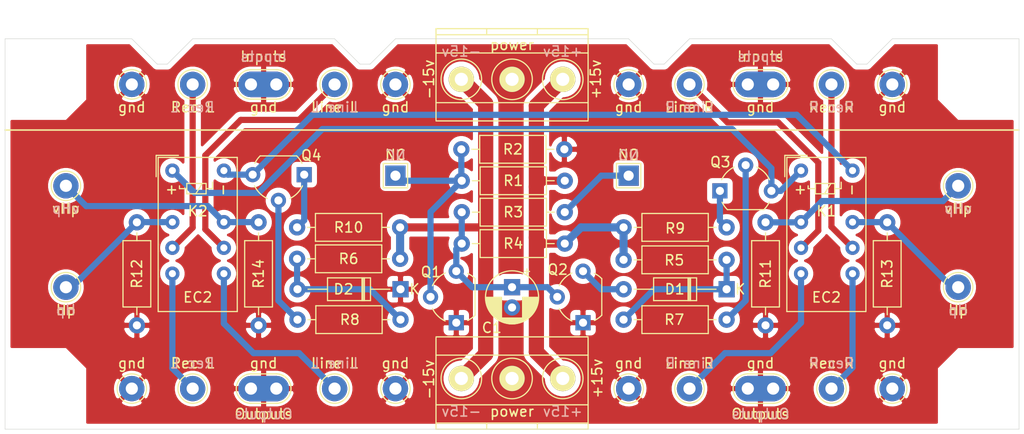
<source format=kicad_pcb>
(kicad_pcb (version 20171130) (host pcbnew "(5.1.2-1)-1")

  (general
    (thickness 1.6)
    (drawings 68)
    (tracks 111)
    (zones 0)
    (modules 55)
    (nets 28)
  )

  (page A4)
  (layers
    (0 F.Cu signal)
    (31 B.Cu signal)
    (32 B.Adhes user hide)
    (33 F.Adhes user hide)
    (34 B.Paste user hide)
    (35 F.Paste user hide)
    (36 B.SilkS user)
    (37 F.SilkS user)
    (38 B.Mask user hide)
    (39 F.Mask user hide)
    (40 Dwgs.User user)
    (41 Cmts.User user hide)
    (42 Eco1.User user hide)
    (43 Eco2.User user hide)
    (44 Edge.Cuts user)
    (45 Margin user hide)
    (46 B.CrtYd user)
    (47 F.CrtYd user)
    (48 B.Fab user hide)
    (49 F.Fab user hide)
  )

  (setup
    (last_trace_width 0.25)
    (user_trace_width 0.3)
    (user_trace_width 0.5)
    (user_trace_width 0.8)
    (user_trace_width 1)
    (user_trace_width 1.5)
    (trace_clearance 0.2)
    (zone_clearance 0.508)
    (zone_45_only no)
    (trace_min 0.2)
    (via_size 0.6)
    (via_drill 0.3)
    (via_min_size 0.4)
    (via_min_drill 0.3)
    (uvia_size 0.3)
    (uvia_drill 0.1)
    (uvias_allowed no)
    (uvia_min_size 0.2)
    (uvia_min_drill 0.1)
    (edge_width 0.05)
    (segment_width 0.2)
    (pcb_text_width 0.3)
    (pcb_text_size 1.5 1.5)
    (mod_edge_width 0.12)
    (mod_text_size 1 1)
    (mod_text_width 0.15)
    (pad_size 2.5 2.5)
    (pad_drill 1.3)
    (pad_to_mask_clearance 0.051)
    (solder_mask_min_width 0.25)
    (aux_axis_origin 0 0)
    (grid_origin 133 71.5)
    (visible_elements FFFFFF7F)
    (pcbplotparams
      (layerselection 0x010fc_ffffffff)
      (usegerberextensions false)
      (usegerberattributes false)
      (usegerberadvancedattributes false)
      (creategerberjobfile false)
      (excludeedgelayer true)
      (linewidth 0.100000)
      (plotframeref false)
      (viasonmask false)
      (mode 1)
      (useauxorigin false)
      (hpglpennumber 1)
      (hpglpenspeed 20)
      (hpglpendiameter 15.000000)
      (psnegative false)
      (psa4output false)
      (plotreference true)
      (plotvalue true)
      (plotinvisibletext false)
      (padsonsilk false)
      (subtractmaskfromsilk false)
      (outputformat 1)
      (mirror false)
      (drillshape 1)
      (scaleselection 1)
      (outputdirectory ""))
  )

  (net 0 "")
  (net 1 GND)
  (net 2 "Net-(C1-Pad1)")
  (net 3 "Net-(D1-Pad1)")
  (net 4 "Net-(D1-Pad2)")
  (net 5 "Net-(D2-Pad2)")
  (net 6 "Net-(J1-Pad1)")
  (net 7 "Net-(J3-Pad1)")
  (net 8 "Net-(J4-Pad1)")
  (net 9 "Net-(J5-Pad1)")
  (net 10 "Net-(J9-Pad1)")
  (net 11 "Net-(J10-Pad1)")
  (net 12 "Net-(J11-Pad1)")
  (net 13 "Net-(J12-Pad1)")
  (net 14 "Net-(K1-Pad12)")
  (net 15 "Net-(K1-Pad1)")
  (net 16 "Net-(J13-Pad1)")
  (net 17 "Net-(J6-Pad1)")
  (net 18 "Net-(J8-Pad1)")
  (net 19 "Net-(J7-Pad1)")
  (net 20 "Net-(J15-Pad1)")
  (net 21 "Net-(Q4-Pad1)")
  (net 22 "Net-(Q4-Pad2)")
  (net 23 "Net-(J1-Pad3)")
  (net 24 "Net-(J14-Pad1)")
  (net 25 "Net-(J16-Pad1)")
  (net 26 "Net-(Q3-Pad2)")
  (net 27 "Net-(Q3-Pad1)")

  (net_class Default "This is the default net class."
    (clearance 0.2)
    (trace_width 0.25)
    (via_dia 0.6)
    (via_drill 0.3)
    (uvia_dia 0.3)
    (uvia_drill 0.1)
    (add_net "Net-(J1-Pad3)")
    (add_net "Net-(J14-Pad1)")
    (add_net "Net-(J15-Pad1)")
    (add_net "Net-(J16-Pad1)")
    (add_net "Net-(J7-Pad1)")
    (add_net "Net-(Q3-Pad1)")
    (add_net "Net-(Q3-Pad2)")
    (add_net "Net-(Q4-Pad1)")
    (add_net "Net-(Q4-Pad2)")
  )

  (net_class K-coil ""
    (clearance 0.15)
    (trace_width 0.3)
    (via_dia 0.6)
    (via_drill 0.3)
    (uvia_dia 0.3)
    (uvia_drill 0.1)
  )

  (net_class signal ""
    (clearance 0.2)
    (trace_width 0.6091)
    (via_dia 0.8)
    (via_drill 0.4)
    (uvia_dia 0.3)
    (uvia_drill 0.1)
    (add_net GND)
    (add_net "Net-(C1-Pad1)")
    (add_net "Net-(D1-Pad1)")
    (add_net "Net-(D1-Pad2)")
    (add_net "Net-(D2-Pad2)")
    (add_net "Net-(J1-Pad1)")
    (add_net "Net-(J10-Pad1)")
    (add_net "Net-(J11-Pad1)")
    (add_net "Net-(J12-Pad1)")
    (add_net "Net-(J13-Pad1)")
    (add_net "Net-(J3-Pad1)")
    (add_net "Net-(J4-Pad1)")
    (add_net "Net-(J5-Pad1)")
    (add_net "Net-(J6-Pad1)")
    (add_net "Net-(J8-Pad1)")
    (add_net "Net-(J9-Pad1)")
    (add_net "Net-(K1-Pad1)")
    (add_net "Net-(K1-Pad12)")
  )

  (net_class signal-2 ""
    (clearance 0.15)
    (trace_width 0.5)
    (via_dia 0.8)
    (via_drill 0.4)
    (uvia_dia 0.3)
    (uvia_drill 0.1)
  )

  (module In-relay:Relay_DPDT_Kemet_EC2-n (layer F.Cu) (tedit 605E0406) (tstamp 605E6FBC)
    (at 161.5 46)
    (descr "Relay Omron G6S-2, see http://omronfs.omron.com/en_US/ecb/products/pdf/en-g6s.pdf")
    (tags "Relay Omron G6S-2")
    (path /600A4A76)
    (fp_text reference K1 (at 2.5 4) (layer F.SilkS)
      (effects (font (size 1 1) (thickness 0.15)))
    )
    (fp_text value EC2 (at 2.5 12.5) (layer F.SilkS)
      (effects (font (size 1 1) (thickness 0.15)))
    )
    (fp_text user %R (at 2.54 6.35) (layer F.Fab)
      (effects (font (size 1 1) (thickness 0.15)))
    )
    (fp_line (start -1.6 -1.5) (end 0.6 -1.5) (layer F.SilkS) (width 0.12))
    (fp_line (start -1.6 0.6) (end -1.6 -1.5) (layer F.SilkS) (width 0.12))
    (fp_line (start -1.4 13.9) (end -1.4 -1.3) (layer F.SilkS) (width 0.12))
    (fp_line (start 6.4 13.9) (end -1.4 13.9) (layer F.SilkS) (width 0.12))
    (fp_line (start 6.4 -1.3) (end 6.4 13.9) (layer F.SilkS) (width 0.12))
    (fp_line (start -1.4 -1.3) (end 6.4 -1.3) (layer F.SilkS) (width 0.12))
    (fp_line (start -1.2 -0.1) (end -0.1 -1.1) (layer F.Fab) (width 0.12))
    (fp_line (start -1.2 13.7) (end -1.2 -0.1) (layer F.Fab) (width 0.12))
    (fp_line (start 6.2 13.7) (end -1.2 13.7) (layer F.Fab) (width 0.12))
    (fp_line (start 6.2 -1.1) (end 6.2 13.7) (layer F.Fab) (width 0.12))
    (fp_line (start -0.1 -1.1) (end 6.2 -1.1) (layer F.Fab) (width 0.12))
    (fp_line (start 2.946 1.27) (end 2.311 2.286) (layer F.SilkS) (width 0.12))
    (fp_line (start 0.7 1.5) (end 0.7 1.778) (layer F.SilkS) (width 0.12))
    (fp_line (start 0.7 1.778) (end 1.422 1.778) (layer F.SilkS) (width 0.12))
    (fp_line (start 3.962 1.143) (end 3.962 1.778) (layer F.SilkS) (width 0.12))
    (fp_line (start 3.962 1.778) (end 3.327 1.778) (layer F.SilkS) (width 0.12))
    (fp_line (start 3.327 1.27) (end 1.422 1.27) (layer F.SilkS) (width 0.12))
    (fp_line (start 1.422 1.27) (end 1.422 2.286) (layer F.SilkS) (width 0.12))
    (fp_line (start 1.422 2.286) (end 3.327 2.286) (layer F.SilkS) (width 0.12))
    (fp_line (start 3.327 1.27) (end 3.327 2.286) (layer F.SilkS) (width 0.12))
    (fp_line (start -1.45 -1.35) (end 6.45 -1.35) (layer F.CrtYd) (width 0.05))
    (fp_line (start -1.45 -1.35) (end -1.45 13.95) (layer F.CrtYd) (width 0.05))
    (fp_line (start 6.45 13.95) (end 6.45 -1.35) (layer F.CrtYd) (width 0.05))
    (fp_line (start 6.45 13.95) (end -1.45 13.95) (layer F.CrtYd) (width 0.05))
    (fp_text user + (at 0 1.9 -90 unlocked) (layer F.SilkS)
      (effects (font (size 1 1) (thickness 0.15)))
    )
    (fp_text user - (at 5.1 1.9 -90 unlocked) (layer F.SilkS)
      (effects (font (size 1 1) (thickness 0.15)))
    )
    (pad 9 thru_hole circle (at 5.08 7.62 270) (size 1.4 1.4) (drill 0.7) (layers *.Cu *.Mask)
      (net 12 "Net-(J11-Pad1)"))
    (pad 4 thru_hole circle (at 0 7.62 270) (size 1.4 1.4) (drill 0.7) (layers *.Cu *.Mask)
      (net 13 "Net-(J12-Pad1)"))
    (pad 12 thru_hole circle (at 5.08 0) (size 1.4 1.4) (drill 0.7) (layers *.Cu *.Mask)
      (net 14 "Net-(K1-Pad12)"))
    (pad 10 thru_hole circle (at 5.08 5.08) (size 1.4 1.4) (drill 0.7) (layers *.Cu *.Mask)
      (net 19 "Net-(J7-Pad1)"))
    (pad 1 thru_hole circle (at 0 0) (size 1.4 1.4) (drill 0.7) (layers *.Cu *.Mask)
      (net 15 "Net-(K1-Pad1)"))
    (pad 3 thru_hole circle (at 0 5.08) (size 1.4 1.4) (drill 0.7) (layers *.Cu *.Mask)
      (net 9 "Net-(J5-Pad1)"))
    (pad 8 thru_hole circle (at 5.08 10.16) (size 1.4 1.4) (drill 0.7) (layers *.Cu *.Mask)
      (net 11 "Net-(J10-Pad1)"))
    (pad 5 thru_hole circle (at 0 10.16) (size 1.4 1.4) (drill 0.7) (layers *.Cu *.Mask)
      (net 10 "Net-(J9-Pad1)"))
    (model ${KIPRJMOD}/lib/3D/EC2-5SNU.step
      (offset (xyz -1.2 1.05 0))
      (scale (xyz 1 1 1))
      (rotate (xyz -90 0 90))
    )
  )

  (module Resistor_THT:R_Axial_DIN0207_L6.3mm_D2.5mm_P10.16mm_Horizontal (layer F.Cu) (tedit 5AE5139B) (tstamp 60626840)
    (at 122 60.7 180)
    (descr "Resistor, Axial_DIN0207 series, Axial, Horizontal, pin pitch=10.16mm, 0.25W = 1/4W, length*diameter=6.3*2.5mm^2, http://cdn-reichelt.de/documents/datenblatt/B400/1_4W%23YAG.pdf")
    (tags "Resistor Axial_DIN0207 series Axial Horizontal pin pitch 10.16mm 0.25W = 1/4W length 6.3mm diameter 2.5mm")
    (path /60616088)
    (fp_text reference R8 (at 5 0) (layer F.SilkS)
      (effects (font (size 1 1) (thickness 0.15)))
    )
    (fp_text value 1k (at 5.08 2.37) (layer F.Fab)
      (effects (font (size 1 1) (thickness 0.15)))
    )
    (fp_text user %R (at 5.08 0) (layer F.Fab)
      (effects (font (size 1 1) (thickness 0.15)))
    )
    (fp_line (start 11.21 -1.5) (end -1.05 -1.5) (layer F.CrtYd) (width 0.05))
    (fp_line (start 11.21 1.5) (end 11.21 -1.5) (layer F.CrtYd) (width 0.05))
    (fp_line (start -1.05 1.5) (end 11.21 1.5) (layer F.CrtYd) (width 0.05))
    (fp_line (start -1.05 -1.5) (end -1.05 1.5) (layer F.CrtYd) (width 0.05))
    (fp_line (start 9.12 0) (end 8.35 0) (layer F.SilkS) (width 0.12))
    (fp_line (start 1.04 0) (end 1.81 0) (layer F.SilkS) (width 0.12))
    (fp_line (start 8.35 -1.37) (end 1.81 -1.37) (layer F.SilkS) (width 0.12))
    (fp_line (start 8.35 1.37) (end 8.35 -1.37) (layer F.SilkS) (width 0.12))
    (fp_line (start 1.81 1.37) (end 8.35 1.37) (layer F.SilkS) (width 0.12))
    (fp_line (start 1.81 -1.37) (end 1.81 1.37) (layer F.SilkS) (width 0.12))
    (fp_line (start 10.16 0) (end 8.23 0) (layer F.Fab) (width 0.1))
    (fp_line (start 0 0) (end 1.93 0) (layer F.Fab) (width 0.1))
    (fp_line (start 8.23 -1.25) (end 1.93 -1.25) (layer F.Fab) (width 0.1))
    (fp_line (start 8.23 1.25) (end 8.23 -1.25) (layer F.Fab) (width 0.1))
    (fp_line (start 1.93 1.25) (end 8.23 1.25) (layer F.Fab) (width 0.1))
    (fp_line (start 1.93 -1.25) (end 1.93 1.25) (layer F.Fab) (width 0.1))
    (pad 2 thru_hole oval (at 10.16 0 180) (size 1.6 1.6) (drill 0.8) (layers *.Cu *.Mask)
      (net 22 "Net-(Q4-Pad2)"))
    (pad 1 thru_hole circle (at 0 0 180) (size 1.6 1.6) (drill 0.8) (layers *.Cu *.Mask)
      (net 5 "Net-(D2-Pad2)"))
    (model ${KISYS3DMOD}/Resistor_THT.3dshapes/R_Axial_DIN0207_L6.3mm_D2.5mm_P10.16mm_Horizontal.wrl
      (at (xyz 0 0 0))
      (scale (xyz 1 1 1))
      (rotate (xyz 0 0 0))
    )
  )

  (module In-relay:Relay_DPDT_Kemet_EC2-n (layer F.Cu) (tedit 605E0406) (tstamp 606A3178)
    (at 99.5 46)
    (descr "Relay Omron G6S-2, see http://omronfs.omron.com/en_US/ecb/products/pdf/en-g6s.pdf")
    (tags "Relay Omron G6S-2")
    (path /60614B55)
    (fp_text reference K2 (at 2.5 4) (layer F.SilkS)
      (effects (font (size 1 1) (thickness 0.15)))
    )
    (fp_text value EC2 (at 2.5 12.5) (layer F.SilkS)
      (effects (font (size 1 1) (thickness 0.15)))
    )
    (fp_text user %R (at 2.54 6.35) (layer F.Fab)
      (effects (font (size 1 1) (thickness 0.15)))
    )
    (fp_line (start -1.6 -1.5) (end 0.6 -1.5) (layer F.SilkS) (width 0.12))
    (fp_line (start -1.6 0.6) (end -1.6 -1.5) (layer F.SilkS) (width 0.12))
    (fp_line (start -1.4 13.9) (end -1.4 -1.3) (layer F.SilkS) (width 0.12))
    (fp_line (start 6.4 13.9) (end -1.4 13.9) (layer F.SilkS) (width 0.12))
    (fp_line (start 6.4 -1.3) (end 6.4 13.9) (layer F.SilkS) (width 0.12))
    (fp_line (start -1.4 -1.3) (end 6.4 -1.3) (layer F.SilkS) (width 0.12))
    (fp_line (start -1.2 -0.1) (end -0.1 -1.1) (layer F.Fab) (width 0.12))
    (fp_line (start -1.2 13.7) (end -1.2 -0.1) (layer F.Fab) (width 0.12))
    (fp_line (start 6.2 13.7) (end -1.2 13.7) (layer F.Fab) (width 0.12))
    (fp_line (start 6.2 -1.1) (end 6.2 13.7) (layer F.Fab) (width 0.12))
    (fp_line (start -0.1 -1.1) (end 6.2 -1.1) (layer F.Fab) (width 0.12))
    (fp_line (start 2.946 1.27) (end 2.311 2.286) (layer F.SilkS) (width 0.12))
    (fp_line (start 0.7 1.5) (end 0.7 1.778) (layer F.SilkS) (width 0.12))
    (fp_line (start 0.7 1.778) (end 1.422 1.778) (layer F.SilkS) (width 0.12))
    (fp_line (start 3.962 1.143) (end 3.962 1.778) (layer F.SilkS) (width 0.12))
    (fp_line (start 3.962 1.778) (end 3.327 1.778) (layer F.SilkS) (width 0.12))
    (fp_line (start 3.327 1.27) (end 1.422 1.27) (layer F.SilkS) (width 0.12))
    (fp_line (start 1.422 1.27) (end 1.422 2.286) (layer F.SilkS) (width 0.12))
    (fp_line (start 1.422 2.286) (end 3.327 2.286) (layer F.SilkS) (width 0.12))
    (fp_line (start 3.327 1.27) (end 3.327 2.286) (layer F.SilkS) (width 0.12))
    (fp_line (start -1.45 -1.35) (end 6.45 -1.35) (layer F.CrtYd) (width 0.05))
    (fp_line (start -1.45 -1.35) (end -1.45 13.95) (layer F.CrtYd) (width 0.05))
    (fp_line (start 6.45 13.95) (end 6.45 -1.35) (layer F.CrtYd) (width 0.05))
    (fp_line (start 6.45 13.95) (end -1.45 13.95) (layer F.CrtYd) (width 0.05))
    (fp_text user + (at 0 1.9 -90 unlocked) (layer F.SilkS)
      (effects (font (size 1 1) (thickness 0.15)))
    )
    (fp_text user - (at 5.1 1.9 -90 unlocked) (layer F.SilkS)
      (effects (font (size 1 1) (thickness 0.15)))
    )
    (pad 9 thru_hole circle (at 5.08 7.62 270) (size 1.4 1.4) (drill 0.7) (layers *.Cu *.Mask)
      (net 20 "Net-(J15-Pad1)"))
    (pad 4 thru_hole circle (at 0 7.62 270) (size 1.4 1.4) (drill 0.7) (layers *.Cu *.Mask)
      (net 25 "Net-(J16-Pad1)"))
    (pad 12 thru_hole circle (at 5.08 0) (size 1.4 1.4) (drill 0.7) (layers *.Cu *.Mask)
      (net 14 "Net-(K1-Pad12)"))
    (pad 10 thru_hole circle (at 5.08 5.08) (size 1.4 1.4) (drill 0.7) (layers *.Cu *.Mask)
      (net 18 "Net-(J8-Pad1)"))
    (pad 1 thru_hole circle (at 0 0) (size 1.4 1.4) (drill 0.7) (layers *.Cu *.Mask)
      (net 15 "Net-(K1-Pad1)"))
    (pad 3 thru_hole circle (at 0 5.08) (size 1.4 1.4) (drill 0.7) (layers *.Cu *.Mask)
      (net 17 "Net-(J6-Pad1)"))
    (pad 8 thru_hole circle (at 5.08 10.16) (size 1.4 1.4) (drill 0.7) (layers *.Cu *.Mask)
      (net 24 "Net-(J14-Pad1)"))
    (pad 5 thru_hole circle (at 0 10.16) (size 1.4 1.4) (drill 0.7) (layers *.Cu *.Mask)
      (net 16 "Net-(J13-Pad1)"))
    (model ${KIPRJMOD}/lib/3D/EC2-5SNU.step
      (offset (xyz -1.2 1.05 0))
      (scale (xyz 1 1 1))
      (rotate (xyz -90 0 90))
    )
  )

  (module In-relay:mkds_1,5-3_blank (layer F.Cu) (tedit 606A3716) (tstamp 605FFCD4)
    (at 133 37 180)
    (descr "3-way 5mm pitch terminal block, Phoenix MKDS series")
    (path /6061B479)
    (fp_text reference J2 (at 0 -6.6) (layer F.SilkS) hide
      (effects (font (size 1.5 1.5) (thickness 0.3)))
    )
    (fp_text value power (at 0 3.4) (layer F.SilkS)
      (effects (font (size 1 1) (thickness 0.15)))
    )
    (fp_line (start -7.5 -4) (end -7.5 5) (layer F.SilkS) (width 0.12))
    (fp_line (start 7.5 -4.1) (end -7.5 -4.1) (layer F.SilkS) (width 0.12))
    (fp_line (start 7.5 5) (end 7.5 -4) (layer F.SilkS) (width 0.12))
    (fp_line (start -7.5 5) (end 7.5 5) (layer F.SilkS) (width 0.12))
    (fp_line (start -7.5 4.4) (end 7.5 4.4) (layer F.SilkS) (width 0.12))
    (fp_line (start -7.5 -2.3) (end 7.5 -2.3) (layer F.SilkS) (width 0.12))
    (fp_line (start -7.5 2.6) (end 7.5 2.6) (layer F.SilkS) (width 0.12))
    (fp_circle (center -5 0) (end -3 0) (layer F.SilkS) (width 0.12))
    (fp_circle (center 0 0) (end 2 0) (layer F.SilkS) (width 0.12))
    (fp_line (start -2.5 4.5) (end -2.5 5) (layer F.SilkS) (width 0.12))
    (fp_line (start 2.5 4.5) (end 2.5 5) (layer F.SilkS) (width 0.12))
    (fp_circle (center 5 0) (end 7 0) (layer F.SilkS) (width 0.12))
    (pad 2 thru_hole circle (at 0 0 180) (size 2.5 2.5) (drill 1.3) (layers *.Cu *.Mask F.SilkS)
      (net 1 GND) (zone_connect 2))
    (pad 1 thru_hole circle (at -5 0 180) (size 2.5 2.5) (drill 1.3) (layers *.Cu *.Mask F.SilkS)
      (net 23 "Net-(J1-Pad3)"))
    (pad 3 thru_hole circle (at 5 0 180) (size 2.5 2.5) (drill 1.3) (layers *.Cu *.Mask F.SilkS)
      (net 6 "Net-(J1-Pad1)"))
  )

  (module In-relay:IO_Pad_D2.5mm_Drill1.2mm (layer F.Cu) (tedit 5D56008B) (tstamp 605F4D5C)
    (at 101.5 67.5)
    (descr "THT pad as test Point, diameter 2.5mm, hole diameter 1.2mm ")
    (tags "test point THT pad")
    (path /60614B25)
    (attr virtual)
    (fp_text reference J13 (at 0 -2.148) (layer F.Fab)
      (effects (font (size 1 1) (thickness 0.15)))
    )
    (fp_text value "Rec L" (at 0 -2.5) (layer F.SilkS)
      (effects (font (size 1 1) (thickness 0.15)))
    )
    (fp_circle (center 0 0) (end 0 1.45) (layer F.SilkS) (width 0.12))
    (fp_circle (center 0 0) (end 1.75 0) (layer F.CrtYd) (width 0.05))
    (fp_text user %R (at 0 -2.15) (layer F.Fab)
      (effects (font (size 1 1) (thickness 0.15)))
    )
    (pad 1 thru_hole circle (at 0 0) (size 2.5 2.5) (drill 1.2) (layers *.Cu *.Mask)
      (net 16 "Net-(J13-Pad1)"))
  )

  (module Capacitor_THT:CP_Radial_D5.0mm_P2.00mm (layer F.Cu) (tedit 606A36FD) (tstamp 605E0609)
    (at 133 57.5 270)
    (descr "CP, Radial series, Radial, pin pitch=2.00mm, , diameter=5mm, Electrolytic Capacitor")
    (tags "CP Radial series Radial pin pitch 2.00mm  diameter 5mm Electrolytic Capacitor")
    (path /6062B159)
    (fp_text reference C1 (at 4 2 180) (layer F.SilkS)
      (effects (font (size 1 1) (thickness 0.15)))
    )
    (fp_text value 10u (at 1 3.75 90) (layer F.Fab)
      (effects (font (size 1 1) (thickness 0.15)))
    )
    (fp_circle (center 1 0) (end 3.5 0) (layer F.Fab) (width 0.1))
    (fp_circle (center 1 0) (end 3.62 0) (layer F.SilkS) (width 0.12))
    (fp_circle (center 1 0) (end 3.75 0) (layer F.CrtYd) (width 0.05))
    (fp_line (start -1.133605 -1.0875) (end -0.633605 -1.0875) (layer F.Fab) (width 0.1))
    (fp_line (start -0.883605 -1.3375) (end -0.883605 -0.8375) (layer F.Fab) (width 0.1))
    (fp_line (start 1 1.04) (end 1 2.58) (layer F.SilkS) (width 0.12))
    (fp_line (start 1 -2.58) (end 1 -1.04) (layer F.SilkS) (width 0.12))
    (fp_line (start 1.04 1.04) (end 1.04 2.58) (layer F.SilkS) (width 0.12))
    (fp_line (start 1.04 -2.58) (end 1.04 -1.04) (layer F.SilkS) (width 0.12))
    (fp_line (start 1.08 -2.579) (end 1.08 -1.04) (layer F.SilkS) (width 0.12))
    (fp_line (start 1.08 1.04) (end 1.08 2.579) (layer F.SilkS) (width 0.12))
    (fp_line (start 1.12 -2.578) (end 1.12 -1.04) (layer F.SilkS) (width 0.12))
    (fp_line (start 1.12 1.04) (end 1.12 2.578) (layer F.SilkS) (width 0.12))
    (fp_line (start 1.16 -2.576) (end 1.16 -1.04) (layer F.SilkS) (width 0.12))
    (fp_line (start 1.16 1.04) (end 1.16 2.576) (layer F.SilkS) (width 0.12))
    (fp_line (start 1.2 -2.573) (end 1.2 -1.04) (layer F.SilkS) (width 0.12))
    (fp_line (start 1.2 1.04) (end 1.2 2.573) (layer F.SilkS) (width 0.12))
    (fp_line (start 1.24 -2.569) (end 1.24 -1.04) (layer F.SilkS) (width 0.12))
    (fp_line (start 1.24 1.04) (end 1.24 2.569) (layer F.SilkS) (width 0.12))
    (fp_line (start 1.28 -2.565) (end 1.28 -1.04) (layer F.SilkS) (width 0.12))
    (fp_line (start 1.28 1.04) (end 1.28 2.565) (layer F.SilkS) (width 0.12))
    (fp_line (start 1.32 -2.561) (end 1.32 -1.04) (layer F.SilkS) (width 0.12))
    (fp_line (start 1.32 1.04) (end 1.32 2.561) (layer F.SilkS) (width 0.12))
    (fp_line (start 1.36 -2.556) (end 1.36 -1.04) (layer F.SilkS) (width 0.12))
    (fp_line (start 1.36 1.04) (end 1.36 2.556) (layer F.SilkS) (width 0.12))
    (fp_line (start 1.4 -2.55) (end 1.4 -1.04) (layer F.SilkS) (width 0.12))
    (fp_line (start 1.4 1.04) (end 1.4 2.55) (layer F.SilkS) (width 0.12))
    (fp_line (start 1.44 -2.543) (end 1.44 -1.04) (layer F.SilkS) (width 0.12))
    (fp_line (start 1.44 1.04) (end 1.44 2.543) (layer F.SilkS) (width 0.12))
    (fp_line (start 1.48 -2.536) (end 1.48 -1.04) (layer F.SilkS) (width 0.12))
    (fp_line (start 1.48 1.04) (end 1.48 2.536) (layer F.SilkS) (width 0.12))
    (fp_line (start 1.52 -2.528) (end 1.52 -1.04) (layer F.SilkS) (width 0.12))
    (fp_line (start 1.52 1.04) (end 1.52 2.528) (layer F.SilkS) (width 0.12))
    (fp_line (start 1.56 -2.52) (end 1.56 -1.04) (layer F.SilkS) (width 0.12))
    (fp_line (start 1.56 1.04) (end 1.56 2.52) (layer F.SilkS) (width 0.12))
    (fp_line (start 1.6 -2.511) (end 1.6 -1.04) (layer F.SilkS) (width 0.12))
    (fp_line (start 1.6 1.04) (end 1.6 2.511) (layer F.SilkS) (width 0.12))
    (fp_line (start 1.64 -2.501) (end 1.64 -1.04) (layer F.SilkS) (width 0.12))
    (fp_line (start 1.64 1.04) (end 1.64 2.501) (layer F.SilkS) (width 0.12))
    (fp_line (start 1.68 -2.491) (end 1.68 -1.04) (layer F.SilkS) (width 0.12))
    (fp_line (start 1.68 1.04) (end 1.68 2.491) (layer F.SilkS) (width 0.12))
    (fp_line (start 1.721 -2.48) (end 1.721 -1.04) (layer F.SilkS) (width 0.12))
    (fp_line (start 1.721 1.04) (end 1.721 2.48) (layer F.SilkS) (width 0.12))
    (fp_line (start 1.761 -2.468) (end 1.761 -1.04) (layer F.SilkS) (width 0.12))
    (fp_line (start 1.761 1.04) (end 1.761 2.468) (layer F.SilkS) (width 0.12))
    (fp_line (start 1.801 -2.455) (end 1.801 -1.04) (layer F.SilkS) (width 0.12))
    (fp_line (start 1.801 1.04) (end 1.801 2.455) (layer F.SilkS) (width 0.12))
    (fp_line (start 1.841 -2.442) (end 1.841 -1.04) (layer F.SilkS) (width 0.12))
    (fp_line (start 1.841 1.04) (end 1.841 2.442) (layer F.SilkS) (width 0.12))
    (fp_line (start 1.881 -2.428) (end 1.881 -1.04) (layer F.SilkS) (width 0.12))
    (fp_line (start 1.881 1.04) (end 1.881 2.428) (layer F.SilkS) (width 0.12))
    (fp_line (start 1.921 -2.414) (end 1.921 -1.04) (layer F.SilkS) (width 0.12))
    (fp_line (start 1.921 1.04) (end 1.921 2.414) (layer F.SilkS) (width 0.12))
    (fp_line (start 1.961 -2.398) (end 1.961 -1.04) (layer F.SilkS) (width 0.12))
    (fp_line (start 1.961 1.04) (end 1.961 2.398) (layer F.SilkS) (width 0.12))
    (fp_line (start 2.001 -2.382) (end 2.001 -1.04) (layer F.SilkS) (width 0.12))
    (fp_line (start 2.001 1.04) (end 2.001 2.382) (layer F.SilkS) (width 0.12))
    (fp_line (start 2.041 -2.365) (end 2.041 -1.04) (layer F.SilkS) (width 0.12))
    (fp_line (start 2.041 1.04) (end 2.041 2.365) (layer F.SilkS) (width 0.12))
    (fp_line (start 2.081 -2.348) (end 2.081 -1.04) (layer F.SilkS) (width 0.12))
    (fp_line (start 2.081 1.04) (end 2.081 2.348) (layer F.SilkS) (width 0.12))
    (fp_line (start 2.121 -2.329) (end 2.121 -1.04) (layer F.SilkS) (width 0.12))
    (fp_line (start 2.121 1.04) (end 2.121 2.329) (layer F.SilkS) (width 0.12))
    (fp_line (start 2.161 -2.31) (end 2.161 -1.04) (layer F.SilkS) (width 0.12))
    (fp_line (start 2.161 1.04) (end 2.161 2.31) (layer F.SilkS) (width 0.12))
    (fp_line (start 2.201 -2.29) (end 2.201 -1.04) (layer F.SilkS) (width 0.12))
    (fp_line (start 2.201 1.04) (end 2.201 2.29) (layer F.SilkS) (width 0.12))
    (fp_line (start 2.241 -2.268) (end 2.241 -1.04) (layer F.SilkS) (width 0.12))
    (fp_line (start 2.241 1.04) (end 2.241 2.268) (layer F.SilkS) (width 0.12))
    (fp_line (start 2.281 -2.247) (end 2.281 -1.04) (layer F.SilkS) (width 0.12))
    (fp_line (start 2.281 1.04) (end 2.281 2.247) (layer F.SilkS) (width 0.12))
    (fp_line (start 2.321 -2.224) (end 2.321 -1.04) (layer F.SilkS) (width 0.12))
    (fp_line (start 2.321 1.04) (end 2.321 2.224) (layer F.SilkS) (width 0.12))
    (fp_line (start 2.361 -2.2) (end 2.361 -1.04) (layer F.SilkS) (width 0.12))
    (fp_line (start 2.361 1.04) (end 2.361 2.2) (layer F.SilkS) (width 0.12))
    (fp_line (start 2.401 -2.175) (end 2.401 -1.04) (layer F.SilkS) (width 0.12))
    (fp_line (start 2.401 1.04) (end 2.401 2.175) (layer F.SilkS) (width 0.12))
    (fp_line (start 2.441 -2.149) (end 2.441 -1.04) (layer F.SilkS) (width 0.12))
    (fp_line (start 2.441 1.04) (end 2.441 2.149) (layer F.SilkS) (width 0.12))
    (fp_line (start 2.481 -2.122) (end 2.481 -1.04) (layer F.SilkS) (width 0.12))
    (fp_line (start 2.481 1.04) (end 2.481 2.122) (layer F.SilkS) (width 0.12))
    (fp_line (start 2.521 -2.095) (end 2.521 -1.04) (layer F.SilkS) (width 0.12))
    (fp_line (start 2.521 1.04) (end 2.521 2.095) (layer F.SilkS) (width 0.12))
    (fp_line (start 2.561 -2.065) (end 2.561 -1.04) (layer F.SilkS) (width 0.12))
    (fp_line (start 2.561 1.04) (end 2.561 2.065) (layer F.SilkS) (width 0.12))
    (fp_line (start 2.601 -2.035) (end 2.601 -1.04) (layer F.SilkS) (width 0.12))
    (fp_line (start 2.601 1.04) (end 2.601 2.035) (layer F.SilkS) (width 0.12))
    (fp_line (start 2.641 -2.004) (end 2.641 -1.04) (layer F.SilkS) (width 0.12))
    (fp_line (start 2.641 1.04) (end 2.641 2.004) (layer F.SilkS) (width 0.12))
    (fp_line (start 2.681 -1.971) (end 2.681 -1.04) (layer F.SilkS) (width 0.12))
    (fp_line (start 2.681 1.04) (end 2.681 1.971) (layer F.SilkS) (width 0.12))
    (fp_line (start 2.721 -1.937) (end 2.721 -1.04) (layer F.SilkS) (width 0.12))
    (fp_line (start 2.721 1.04) (end 2.721 1.937) (layer F.SilkS) (width 0.12))
    (fp_line (start 2.761 -1.901) (end 2.761 -1.04) (layer F.SilkS) (width 0.12))
    (fp_line (start 2.761 1.04) (end 2.761 1.901) (layer F.SilkS) (width 0.12))
    (fp_line (start 2.801 -1.864) (end 2.801 -1.04) (layer F.SilkS) (width 0.12))
    (fp_line (start 2.801 1.04) (end 2.801 1.864) (layer F.SilkS) (width 0.12))
    (fp_line (start 2.841 -1.826) (end 2.841 -1.04) (layer F.SilkS) (width 0.12))
    (fp_line (start 2.841 1.04) (end 2.841 1.826) (layer F.SilkS) (width 0.12))
    (fp_line (start 2.881 -1.785) (end 2.881 -1.04) (layer F.SilkS) (width 0.12))
    (fp_line (start 2.881 1.04) (end 2.881 1.785) (layer F.SilkS) (width 0.12))
    (fp_line (start 2.921 -1.743) (end 2.921 -1.04) (layer F.SilkS) (width 0.12))
    (fp_line (start 2.921 1.04) (end 2.921 1.743) (layer F.SilkS) (width 0.12))
    (fp_line (start 2.961 -1.699) (end 2.961 -1.04) (layer F.SilkS) (width 0.12))
    (fp_line (start 2.961 1.04) (end 2.961 1.699) (layer F.SilkS) (width 0.12))
    (fp_line (start 3.001 -1.653) (end 3.001 -1.04) (layer F.SilkS) (width 0.12))
    (fp_line (start 3.001 1.04) (end 3.001 1.653) (layer F.SilkS) (width 0.12))
    (fp_line (start 3.041 -1.605) (end 3.041 1.605) (layer F.SilkS) (width 0.12))
    (fp_line (start 3.081 -1.554) (end 3.081 1.554) (layer F.SilkS) (width 0.12))
    (fp_line (start 3.121 -1.5) (end 3.121 1.5) (layer F.SilkS) (width 0.12))
    (fp_line (start 3.161 -1.443) (end 3.161 1.443) (layer F.SilkS) (width 0.12))
    (fp_line (start 3.201 -1.383) (end 3.201 1.383) (layer F.SilkS) (width 0.12))
    (fp_line (start 3.241 -1.319) (end 3.241 1.319) (layer F.SilkS) (width 0.12))
    (fp_line (start 3.281 -1.251) (end 3.281 1.251) (layer F.SilkS) (width 0.12))
    (fp_line (start 3.321 -1.178) (end 3.321 1.178) (layer F.SilkS) (width 0.12))
    (fp_line (start 3.361 -1.098) (end 3.361 1.098) (layer F.SilkS) (width 0.12))
    (fp_line (start 3.401 -1.011) (end 3.401 1.011) (layer F.SilkS) (width 0.12))
    (fp_line (start 3.441 -0.915) (end 3.441 0.915) (layer F.SilkS) (width 0.12))
    (fp_line (start 3.481 -0.805) (end 3.481 0.805) (layer F.SilkS) (width 0.12))
    (fp_line (start 3.521 -0.677) (end 3.521 0.677) (layer F.SilkS) (width 0.12))
    (fp_line (start 3.561 -0.518) (end 3.561 0.518) (layer F.SilkS) (width 0.12))
    (fp_line (start 3.601 -0.284) (end 3.601 0.284) (layer F.SilkS) (width 0.12))
    (fp_line (start -1.804775 -1.475) (end -1.304775 -1.475) (layer F.SilkS) (width 0.12))
    (fp_line (start -1.554775 -1.725) (end -1.554775 -1.225) (layer F.SilkS) (width 0.12))
    (fp_text user %R (at 1 0 90) (layer F.Fab)
      (effects (font (size 1 1) (thickness 0.15)))
    )
    (pad 1 thru_hole rect (at 0 0 270) (size 1.6 1.6) (drill 0.8) (layers *.Cu *.Mask)
      (net 2 "Net-(C1-Pad1)"))
    (pad 2 thru_hole circle (at 2 0 270) (size 1.6 1.6) (drill 0.8) (layers *.Cu *.Mask)
      (net 1 GND) (zone_connect 2))
    (model ${KISYS3DMOD}/Capacitor_THT.3dshapes/CP_Radial_D5.0mm_P2.00mm.wrl
      (at (xyz 0 0 0))
      (scale (xyz 1 1 1))
      (rotate (xyz 0 0 0))
    )
  )

  (module Resistor_THT:R_Axial_DIN0207_L6.3mm_D2.5mm_P10.16mm_Horizontal (layer F.Cu) (tedit 5AE5139B) (tstamp 605FE779)
    (at 138.2 47 180)
    (descr "Resistor, Axial_DIN0207 series, Axial, Horizontal, pin pitch=10.16mm, 0.25W = 1/4W, length*diameter=6.3*2.5mm^2, http://cdn-reichelt.de/documents/datenblatt/B400/1_4W%23YAG.pdf")
    (tags "Resistor Axial_DIN0207 series Axial Horizontal pin pitch 10.16mm 0.25W = 1/4W length 6.3mm diameter 2.5mm")
    (path /601B9EE9)
    (fp_text reference R1 (at 5.08 0) (layer F.SilkS)
      (effects (font (size 1 1) (thickness 0.15)))
    )
    (fp_text value 30k (at 5.08 2.37) (layer F.Fab)
      (effects (font (size 1 1) (thickness 0.15)))
    )
    (fp_line (start 1.93 -1.25) (end 1.93 1.25) (layer F.Fab) (width 0.1))
    (fp_line (start 1.93 1.25) (end 8.23 1.25) (layer F.Fab) (width 0.1))
    (fp_line (start 8.23 1.25) (end 8.23 -1.25) (layer F.Fab) (width 0.1))
    (fp_line (start 8.23 -1.25) (end 1.93 -1.25) (layer F.Fab) (width 0.1))
    (fp_line (start 0 0) (end 1.93 0) (layer F.Fab) (width 0.1))
    (fp_line (start 10.16 0) (end 8.23 0) (layer F.Fab) (width 0.1))
    (fp_line (start 1.81 -1.37) (end 1.81 1.37) (layer F.SilkS) (width 0.12))
    (fp_line (start 1.81 1.37) (end 8.35 1.37) (layer F.SilkS) (width 0.12))
    (fp_line (start 8.35 1.37) (end 8.35 -1.37) (layer F.SilkS) (width 0.12))
    (fp_line (start 8.35 -1.37) (end 1.81 -1.37) (layer F.SilkS) (width 0.12))
    (fp_line (start 1.04 0) (end 1.81 0) (layer F.SilkS) (width 0.12))
    (fp_line (start 9.12 0) (end 8.35 0) (layer F.SilkS) (width 0.12))
    (fp_line (start -1.05 -1.5) (end -1.05 1.5) (layer F.CrtYd) (width 0.05))
    (fp_line (start -1.05 1.5) (end 11.21 1.5) (layer F.CrtYd) (width 0.05))
    (fp_line (start 11.21 1.5) (end 11.21 -1.5) (layer F.CrtYd) (width 0.05))
    (fp_line (start 11.21 -1.5) (end -1.05 -1.5) (layer F.CrtYd) (width 0.05))
    (fp_text user %R (at 5.08 0) (layer F.Fab)
      (effects (font (size 1 1) (thickness 0.15)))
    )
    (pad 1 thru_hole circle (at 0 0 180) (size 1.6 1.6) (drill 0.8) (layers *.Cu *.Mask)
      (net 23 "Net-(J1-Pad3)"))
    (pad 2 thru_hole oval (at 10.16 0 180) (size 1.6 1.6) (drill 0.8) (layers *.Cu *.Mask)
      (net 8 "Net-(J4-Pad1)"))
    (model ${KISYS3DMOD}/Resistor_THT.3dshapes/R_Axial_DIN0207_L6.3mm_D2.5mm_P10.16mm_Horizontal.wrl
      (at (xyz 0 0 0))
      (scale (xyz 1 1 1))
      (rotate (xyz 0 0 0))
    )
  )

  (module Resistor_THT:R_Axial_DIN0207_L6.3mm_D2.5mm_P10.16mm_Horizontal (layer F.Cu) (tedit 5AE5139B) (tstamp 605E0736)
    (at 144 51.6)
    (descr "Resistor, Axial_DIN0207 series, Axial, Horizontal, pin pitch=10.16mm, 0.25W = 1/4W, length*diameter=6.3*2.5mm^2, http://cdn-reichelt.de/documents/datenblatt/B400/1_4W%23YAG.pdf")
    (tags "Resistor Axial_DIN0207 series Axial Horizontal pin pitch 10.16mm 0.25W = 1/4W length 6.3mm diameter 2.5mm")
    (path /60614387)
    (fp_text reference R9 (at 5.08 0.094999) (layer F.SilkS)
      (effects (font (size 1 1) (thickness 0.15)))
    )
    (fp_text value 137 (at 5.08 2.37) (layer F.Fab)
      (effects (font (size 1 1) (thickness 0.15)))
    )
    (fp_text user %R (at 5.08 0) (layer F.Fab)
      (effects (font (size 1 1) (thickness 0.15)))
    )
    (fp_line (start 11.21 -1.5) (end -1.05 -1.5) (layer F.CrtYd) (width 0.05))
    (fp_line (start 11.21 1.5) (end 11.21 -1.5) (layer F.CrtYd) (width 0.05))
    (fp_line (start -1.05 1.5) (end 11.21 1.5) (layer F.CrtYd) (width 0.05))
    (fp_line (start -1.05 -1.5) (end -1.05 1.5) (layer F.CrtYd) (width 0.05))
    (fp_line (start 9.12 0) (end 8.35 0) (layer F.SilkS) (width 0.12))
    (fp_line (start 1.04 0) (end 1.81 0) (layer F.SilkS) (width 0.12))
    (fp_line (start 8.35 -1.37) (end 1.81 -1.37) (layer F.SilkS) (width 0.12))
    (fp_line (start 8.35 1.37) (end 8.35 -1.37) (layer F.SilkS) (width 0.12))
    (fp_line (start 1.81 1.37) (end 8.35 1.37) (layer F.SilkS) (width 0.12))
    (fp_line (start 1.81 -1.37) (end 1.81 1.37) (layer F.SilkS) (width 0.12))
    (fp_line (start 10.16 0) (end 8.23 0) (layer F.Fab) (width 0.1))
    (fp_line (start 0 0) (end 1.93 0) (layer F.Fab) (width 0.1))
    (fp_line (start 8.23 -1.25) (end 1.93 -1.25) (layer F.Fab) (width 0.1))
    (fp_line (start 8.23 1.25) (end 8.23 -1.25) (layer F.Fab) (width 0.1))
    (fp_line (start 1.93 1.25) (end 8.23 1.25) (layer F.Fab) (width 0.1))
    (fp_line (start 1.93 -1.25) (end 1.93 1.25) (layer F.Fab) (width 0.1))
    (pad 2 thru_hole oval (at 10.16 0) (size 1.6 1.6) (drill 0.8) (layers *.Cu *.Mask)
      (net 27 "Net-(Q3-Pad1)"))
    (pad 1 thru_hole circle (at 0 0) (size 1.6 1.6) (drill 0.8) (layers *.Cu *.Mask)
      (net 23 "Net-(J1-Pad3)"))
    (model ${KISYS3DMOD}/Resistor_THT.3dshapes/R_Axial_DIN0207_L6.3mm_D2.5mm_P10.16mm_Horizontal.wrl
      (at (xyz 0 0 0))
      (scale (xyz 1 1 1))
      (rotate (xyz 0 0 0))
    )
  )

  (module Resistor_THT:R_Axial_DIN0207_L6.3mm_D2.5mm_P10.16mm_Horizontal (layer F.Cu) (tedit 5AE5139B) (tstamp 605FC9C0)
    (at 121.96 51.6 180)
    (descr "Resistor, Axial_DIN0207 series, Axial, Horizontal, pin pitch=10.16mm, 0.25W = 1/4W, length*diameter=6.3*2.5mm^2, http://cdn-reichelt.de/documents/datenblatt/B400/1_4W%23YAG.pdf")
    (tags "Resistor Axial_DIN0207 series Axial Horizontal pin pitch 10.16mm 0.25W = 1/4W length 6.3mm diameter 2.5mm")
    (path /60615A6A)
    (fp_text reference R10 (at 5.08 0) (layer F.SilkS)
      (effects (font (size 1 1) (thickness 0.15)))
    )
    (fp_text value 137 (at 5.08 2.37) (layer F.Fab)
      (effects (font (size 1 1) (thickness 0.15)))
    )
    (fp_line (start 1.93 -1.25) (end 1.93 1.25) (layer F.Fab) (width 0.1))
    (fp_line (start 1.93 1.25) (end 8.23 1.25) (layer F.Fab) (width 0.1))
    (fp_line (start 8.23 1.25) (end 8.23 -1.25) (layer F.Fab) (width 0.1))
    (fp_line (start 8.23 -1.25) (end 1.93 -1.25) (layer F.Fab) (width 0.1))
    (fp_line (start 0 0) (end 1.93 0) (layer F.Fab) (width 0.1))
    (fp_line (start 10.16 0) (end 8.23 0) (layer F.Fab) (width 0.1))
    (fp_line (start 1.81 -1.37) (end 1.81 1.37) (layer F.SilkS) (width 0.12))
    (fp_line (start 1.81 1.37) (end 8.35 1.37) (layer F.SilkS) (width 0.12))
    (fp_line (start 8.35 1.37) (end 8.35 -1.37) (layer F.SilkS) (width 0.12))
    (fp_line (start 8.35 -1.37) (end 1.81 -1.37) (layer F.SilkS) (width 0.12))
    (fp_line (start 1.04 0) (end 1.81 0) (layer F.SilkS) (width 0.12))
    (fp_line (start 9.12 0) (end 8.35 0) (layer F.SilkS) (width 0.12))
    (fp_line (start -1.05 -1.5) (end -1.05 1.5) (layer F.CrtYd) (width 0.05))
    (fp_line (start -1.05 1.5) (end 11.21 1.5) (layer F.CrtYd) (width 0.05))
    (fp_line (start 11.21 1.5) (end 11.21 -1.5) (layer F.CrtYd) (width 0.05))
    (fp_line (start 11.21 -1.5) (end -1.05 -1.5) (layer F.CrtYd) (width 0.05))
    (fp_text user %R (at 5.08 0) (layer F.Fab)
      (effects (font (size 1 1) (thickness 0.15)))
    )
    (pad 1 thru_hole circle (at 0 0 180) (size 1.6 1.6) (drill 0.8) (layers *.Cu *.Mask)
      (net 6 "Net-(J1-Pad1)"))
    (pad 2 thru_hole oval (at 10.16 0 180) (size 1.6 1.6) (drill 0.8) (layers *.Cu *.Mask)
      (net 21 "Net-(Q4-Pad1)"))
    (model ${KISYS3DMOD}/Resistor_THT.3dshapes/R_Axial_DIN0207_L6.3mm_D2.5mm_P10.16mm_Horizontal.wrl
      (at (xyz 0 0 0))
      (scale (xyz 1 1 1))
      (rotate (xyz 0 0 0))
    )
  )

  (module Resistor_THT:R_Axial_DIN0207_L6.3mm_D2.5mm_P10.16mm_Horizontal (layer F.Cu) (tedit 5AE5139B) (tstamp 605F6728)
    (at 144 54.8)
    (descr "Resistor, Axial_DIN0207 series, Axial, Horizontal, pin pitch=10.16mm, 0.25W = 1/4W, length*diameter=6.3*2.5mm^2, http://cdn-reichelt.de/documents/datenblatt/B400/1_4W%23YAG.pdf")
    (tags "Resistor Axial_DIN0207 series Axial Horizontal pin pitch 10.16mm 0.25W = 1/4W length 6.3mm diameter 2.5mm")
    (path /60613F16)
    (fp_text reference R5 (at 5 0.044999) (layer F.SilkS)
      (effects (font (size 1 1) (thickness 0.15)))
    )
    (fp_text value 560 (at 5.08 2.37) (layer F.Fab)
      (effects (font (size 1 1) (thickness 0.15)))
    )
    (fp_line (start 1.93 -1.25) (end 1.93 1.25) (layer F.Fab) (width 0.1))
    (fp_line (start 1.93 1.25) (end 8.23 1.25) (layer F.Fab) (width 0.1))
    (fp_line (start 8.23 1.25) (end 8.23 -1.25) (layer F.Fab) (width 0.1))
    (fp_line (start 8.23 -1.25) (end 1.93 -1.25) (layer F.Fab) (width 0.1))
    (fp_line (start 0 0) (end 1.93 0) (layer F.Fab) (width 0.1))
    (fp_line (start 10.16 0) (end 8.23 0) (layer F.Fab) (width 0.1))
    (fp_line (start 1.81 -1.37) (end 1.81 1.37) (layer F.SilkS) (width 0.12))
    (fp_line (start 1.81 1.37) (end 8.35 1.37) (layer F.SilkS) (width 0.12))
    (fp_line (start 8.35 1.37) (end 8.35 -1.37) (layer F.SilkS) (width 0.12))
    (fp_line (start 8.35 -1.37) (end 1.81 -1.37) (layer F.SilkS) (width 0.12))
    (fp_line (start 1.04 0) (end 1.81 0) (layer F.SilkS) (width 0.12))
    (fp_line (start 9.12 0) (end 8.35 0) (layer F.SilkS) (width 0.12))
    (fp_line (start -1.05 -1.5) (end -1.05 1.5) (layer F.CrtYd) (width 0.05))
    (fp_line (start -1.05 1.5) (end 11.21 1.5) (layer F.CrtYd) (width 0.05))
    (fp_line (start 11.21 1.5) (end 11.21 -1.5) (layer F.CrtYd) (width 0.05))
    (fp_line (start 11.21 -1.5) (end -1.05 -1.5) (layer F.CrtYd) (width 0.05))
    (fp_text user %R (at 5.08 0) (layer F.Fab)
      (effects (font (size 1 1) (thickness 0.15)))
    )
    (pad 1 thru_hole circle (at 0 0) (size 1.6 1.6) (drill 0.8) (layers *.Cu *.Mask)
      (net 23 "Net-(J1-Pad3)"))
    (pad 2 thru_hole oval (at 10.16 0) (size 1.6 1.6) (drill 0.8) (layers *.Cu *.Mask)
      (net 3 "Net-(D1-Pad1)"))
    (model ${KISYS3DMOD}/Resistor_THT.3dshapes/R_Axial_DIN0207_L6.3mm_D2.5mm_P10.16mm_Horizontal.wrl
      (at (xyz 0 0 0))
      (scale (xyz 1 1 1))
      (rotate (xyz 0 0 0))
    )
  )

  (module Resistor_THT:R_Axial_DIN0207_L6.3mm_D2.5mm_P10.16mm_Horizontal (layer F.Cu) (tedit 5AE5139B) (tstamp 605FCAB7)
    (at 121.96 54.7 180)
    (descr "Resistor, Axial_DIN0207 series, Axial, Horizontal, pin pitch=10.16mm, 0.25W = 1/4W, length*diameter=6.3*2.5mm^2, http://cdn-reichelt.de/documents/datenblatt/B400/1_4W%23YAG.pdf")
    (tags "Resistor Axial_DIN0207 series Axial Horizontal pin pitch 10.16mm 0.25W = 1/4W length 6.3mm diameter 2.5mm")
    (path /60616A9A)
    (fp_text reference R6 (at 5.08 0) (layer F.SilkS)
      (effects (font (size 1 1) (thickness 0.15)))
    )
    (fp_text value 560 (at 5.08 2.37) (layer F.Fab)
      (effects (font (size 1 1) (thickness 0.15)))
    )
    (fp_line (start 1.93 -1.25) (end 1.93 1.25) (layer F.Fab) (width 0.1))
    (fp_line (start 1.93 1.25) (end 8.23 1.25) (layer F.Fab) (width 0.1))
    (fp_line (start 8.23 1.25) (end 8.23 -1.25) (layer F.Fab) (width 0.1))
    (fp_line (start 8.23 -1.25) (end 1.93 -1.25) (layer F.Fab) (width 0.1))
    (fp_line (start 0 0) (end 1.93 0) (layer F.Fab) (width 0.1))
    (fp_line (start 10.16 0) (end 8.23 0) (layer F.Fab) (width 0.1))
    (fp_line (start 1.81 -1.37) (end 1.81 1.37) (layer F.SilkS) (width 0.12))
    (fp_line (start 1.81 1.37) (end 8.35 1.37) (layer F.SilkS) (width 0.12))
    (fp_line (start 8.35 1.37) (end 8.35 -1.37) (layer F.SilkS) (width 0.12))
    (fp_line (start 8.35 -1.37) (end 1.81 -1.37) (layer F.SilkS) (width 0.12))
    (fp_line (start 1.04 0) (end 1.81 0) (layer F.SilkS) (width 0.12))
    (fp_line (start 9.12 0) (end 8.35 0) (layer F.SilkS) (width 0.12))
    (fp_line (start -1.05 -1.5) (end -1.05 1.5) (layer F.CrtYd) (width 0.05))
    (fp_line (start -1.05 1.5) (end 11.21 1.5) (layer F.CrtYd) (width 0.05))
    (fp_line (start 11.21 1.5) (end 11.21 -1.5) (layer F.CrtYd) (width 0.05))
    (fp_line (start 11.21 -1.5) (end -1.05 -1.5) (layer F.CrtYd) (width 0.05))
    (fp_text user %R (at 5.08 0) (layer F.Fab)
      (effects (font (size 1 1) (thickness 0.15)))
    )
    (pad 1 thru_hole circle (at 0 0 180) (size 1.6 1.6) (drill 0.8) (layers *.Cu *.Mask)
      (net 6 "Net-(J1-Pad1)"))
    (pad 2 thru_hole oval (at 10.16 0 180) (size 1.6 1.6) (drill 0.8) (layers *.Cu *.Mask)
      (net 5 "Net-(D2-Pad2)"))
    (model ${KISYS3DMOD}/Resistor_THT.3dshapes/R_Axial_DIN0207_L6.3mm_D2.5mm_P10.16mm_Horizontal.wrl
      (at (xyz 0 0 0))
      (scale (xyz 1 1 1))
      (rotate (xyz 0 0 0))
    )
  )

  (module Resistor_THT:R_Axial_DIN0207_L6.3mm_D2.5mm_P10.16mm_Horizontal (layer F.Cu) (tedit 5AE5139B) (tstamp 605F9996)
    (at 138.2 53.2 180)
    (descr "Resistor, Axial_DIN0207 series, Axial, Horizontal, pin pitch=10.16mm, 0.25W = 1/4W, length*diameter=6.3*2.5mm^2, http://cdn-reichelt.de/documents/datenblatt/B400/1_4W%23YAG.pdf")
    (tags "Resistor Axial_DIN0207 series Axial Horizontal pin pitch 10.16mm 0.25W = 1/4W length 6.3mm diameter 2.5mm")
    (path /60613B37)
    (fp_text reference R4 (at 5.08 0) (layer F.SilkS)
      (effects (font (size 1 1) (thickness 0.15)))
    )
    (fp_text value 1M (at 5.08 2.37) (layer F.Fab)
      (effects (font (size 1 1) (thickness 0.15)))
    )
    (fp_text user %R (at 5.08 0) (layer F.Fab)
      (effects (font (size 1 1) (thickness 0.15)))
    )
    (fp_line (start 11.21 -1.5) (end -1.05 -1.5) (layer F.CrtYd) (width 0.05))
    (fp_line (start 11.21 1.5) (end 11.21 -1.5) (layer F.CrtYd) (width 0.05))
    (fp_line (start -1.05 1.5) (end 11.21 1.5) (layer F.CrtYd) (width 0.05))
    (fp_line (start -1.05 -1.5) (end -1.05 1.5) (layer F.CrtYd) (width 0.05))
    (fp_line (start 9.12 0) (end 8.35 0) (layer F.SilkS) (width 0.12))
    (fp_line (start 1.04 0) (end 1.81 0) (layer F.SilkS) (width 0.12))
    (fp_line (start 8.35 -1.37) (end 1.81 -1.37) (layer F.SilkS) (width 0.12))
    (fp_line (start 8.35 1.37) (end 8.35 -1.37) (layer F.SilkS) (width 0.12))
    (fp_line (start 1.81 1.37) (end 8.35 1.37) (layer F.SilkS) (width 0.12))
    (fp_line (start 1.81 -1.37) (end 1.81 1.37) (layer F.SilkS) (width 0.12))
    (fp_line (start 10.16 0) (end 8.23 0) (layer F.Fab) (width 0.1))
    (fp_line (start 0 0) (end 1.93 0) (layer F.Fab) (width 0.1))
    (fp_line (start 8.23 -1.25) (end 1.93 -1.25) (layer F.Fab) (width 0.1))
    (fp_line (start 8.23 1.25) (end 8.23 -1.25) (layer F.Fab) (width 0.1))
    (fp_line (start 1.93 1.25) (end 8.23 1.25) (layer F.Fab) (width 0.1))
    (fp_line (start 1.93 -1.25) (end 1.93 1.25) (layer F.Fab) (width 0.1))
    (pad 2 thru_hole oval (at 10.16 0 180) (size 1.6 1.6) (drill 0.8) (layers *.Cu *.Mask)
      (net 2 "Net-(C1-Pad1)"))
    (pad 1 thru_hole circle (at 0 0 180) (size 1.6 1.6) (drill 0.8) (layers *.Cu *.Mask)
      (net 23 "Net-(J1-Pad3)"))
    (model ${KISYS3DMOD}/Resistor_THT.3dshapes/R_Axial_DIN0207_L6.3mm_D2.5mm_P10.16mm_Horizontal.wrl
      (at (xyz 0 0 0))
      (scale (xyz 1 1 1))
      (rotate (xyz 0 0 0))
    )
  )

  (module Resistor_THT:R_Axial_DIN0207_L6.3mm_D2.5mm_P10.16mm_Horizontal (layer F.Cu) (tedit 5AE5139B) (tstamp 605E07A9)
    (at 138.2 50.1 180)
    (descr "Resistor, Axial_DIN0207 series, Axial, Horizontal, pin pitch=10.16mm, 0.25W = 1/4W, length*diameter=6.3*2.5mm^2, http://cdn-reichelt.de/documents/datenblatt/B400/1_4W%23YAG.pdf")
    (tags "Resistor Axial_DIN0207 series Axial Horizontal pin pitch 10.16mm 0.25W = 1/4W length 6.3mm diameter 2.5mm")
    (path /606163E1)
    (fp_text reference R3 (at 5.08 0) (layer F.SilkS)
      (effects (font (size 1 1) (thickness 0.15)))
    )
    (fp_text value 560 (at 5.08 2.37) (layer F.Fab)
      (effects (font (size 1 1) (thickness 0.15)))
    )
    (fp_text user %R (at 5.08 0) (layer F.Fab)
      (effects (font (size 1 1) (thickness 0.15)))
    )
    (fp_line (start 11.21 -1.5) (end -1.05 -1.5) (layer F.CrtYd) (width 0.05))
    (fp_line (start 11.21 1.5) (end 11.21 -1.5) (layer F.CrtYd) (width 0.05))
    (fp_line (start -1.05 1.5) (end 11.21 1.5) (layer F.CrtYd) (width 0.05))
    (fp_line (start -1.05 -1.5) (end -1.05 1.5) (layer F.CrtYd) (width 0.05))
    (fp_line (start 9.12 0) (end 8.35 0) (layer F.SilkS) (width 0.12))
    (fp_line (start 1.04 0) (end 1.81 0) (layer F.SilkS) (width 0.12))
    (fp_line (start 8.35 -1.37) (end 1.81 -1.37) (layer F.SilkS) (width 0.12))
    (fp_line (start 8.35 1.37) (end 8.35 -1.37) (layer F.SilkS) (width 0.12))
    (fp_line (start 1.81 1.37) (end 8.35 1.37) (layer F.SilkS) (width 0.12))
    (fp_line (start 1.81 -1.37) (end 1.81 1.37) (layer F.SilkS) (width 0.12))
    (fp_line (start 10.16 0) (end 8.23 0) (layer F.Fab) (width 0.1))
    (fp_line (start 0 0) (end 1.93 0) (layer F.Fab) (width 0.1))
    (fp_line (start 8.23 -1.25) (end 1.93 -1.25) (layer F.Fab) (width 0.1))
    (fp_line (start 8.23 1.25) (end 8.23 -1.25) (layer F.Fab) (width 0.1))
    (fp_line (start 1.93 1.25) (end 8.23 1.25) (layer F.Fab) (width 0.1))
    (fp_line (start 1.93 -1.25) (end 1.93 1.25) (layer F.Fab) (width 0.1))
    (pad 2 thru_hole oval (at 10.16 0 180) (size 1.6 1.6) (drill 0.8) (layers *.Cu *.Mask)
      (net 2 "Net-(C1-Pad1)"))
    (pad 1 thru_hole circle (at 0 0 180) (size 1.6 1.6) (drill 0.8) (layers *.Cu *.Mask)
      (net 7 "Net-(J3-Pad1)"))
    (model ${KISYS3DMOD}/Resistor_THT.3dshapes/R_Axial_DIN0207_L6.3mm_D2.5mm_P10.16mm_Horizontal.wrl
      (at (xyz 0 0 0))
      (scale (xyz 1 1 1))
      (rotate (xyz 0 0 0))
    )
  )

  (module Package_TO_SOT_THT:TO-92_Wide (layer F.Cu) (tedit 5A2795B7) (tstamp 606A30B2)
    (at 112.5 46.4 180)
    (descr "TO-92 leads molded, wide, drill 0.75mm (see NXP sot054_po.pdf)")
    (tags "to-92 sc-43 sc-43a sot54 PA33 transistor")
    (path /60620320)
    (fp_text reference Q4 (at -0.7 1.9) (layer F.SilkS)
      (effects (font (size 1 1) (thickness 0.15)))
    )
    (fp_text value 2N5551 (at 2.54 2.79) (layer F.Fab)
      (effects (font (size 1 1) (thickness 0.15)))
    )
    (fp_arc (start 2.54 0) (end 4.34 1.85) (angle -20) (layer F.SilkS) (width 0.12))
    (fp_arc (start 2.54 0) (end 2.54 -2.48) (angle -135) (layer F.Fab) (width 0.1))
    (fp_arc (start 2.54 0) (end 2.54 -2.48) (angle 135) (layer F.Fab) (width 0.1))
    (fp_arc (start 2.54 0) (end 3.65 -2.35) (angle 39.71668247) (layer F.SilkS) (width 0.12))
    (fp_arc (start 2.54 0) (end 1.4 -2.35) (angle -39.12170074) (layer F.SilkS) (width 0.12))
    (fp_arc (start 2.54 0) (end 0.74 1.85) (angle 20) (layer F.SilkS) (width 0.12))
    (fp_line (start 6.09 2.01) (end -1.01 2.01) (layer F.CrtYd) (width 0.05))
    (fp_line (start 6.09 2.01) (end 6.09 -3.55) (layer F.CrtYd) (width 0.05))
    (fp_line (start -1.01 -3.55) (end -1.01 2.01) (layer F.CrtYd) (width 0.05))
    (fp_line (start -1.01 -3.55) (end 6.09 -3.55) (layer F.CrtYd) (width 0.05))
    (fp_line (start 0.8 1.75) (end 4.3 1.75) (layer F.Fab) (width 0.1))
    (fp_line (start 0.74 1.85) (end 4.34 1.85) (layer F.SilkS) (width 0.12))
    (fp_text user %R (at 2.54 0) (layer F.Fab)
      (effects (font (size 1 1) (thickness 0.15)))
    )
    (pad 1 thru_hole rect (at 0 0 270) (size 1.5 1.5) (drill 0.8) (layers *.Cu *.Mask)
      (net 21 "Net-(Q4-Pad1)"))
    (pad 3 thru_hole circle (at 5.08 0 270) (size 1.5 1.5) (drill 0.8) (layers *.Cu *.Mask)
      (net 14 "Net-(K1-Pad12)"))
    (pad 2 thru_hole circle (at 2.54 -2.54 270) (size 1.5 1.5) (drill 0.8) (layers *.Cu *.Mask)
      (net 22 "Net-(Q4-Pad2)"))
    (model ${KISYS3DMOD}/Package_TO_SOT_THT.3dshapes/TO-92_Wide.wrl
      (at (xyz 0 0 0))
      (scale (xyz 1 1 1))
      (rotate (xyz 0 0 0))
    )
  )

  (module Package_TO_SOT_THT:TO-92_Wide (layer F.Cu) (tedit 5A2795B7) (tstamp 605E6F70)
    (at 153.5 48)
    (descr "TO-92 leads molded, wide, drill 0.75mm (see NXP sot054_po.pdf)")
    (tags "to-92 sc-43 sc-43a sot54 PA33 transistor")
    (path /60617181)
    (fp_text reference Q3 (at 0.04 -2.84) (layer F.SilkS)
      (effects (font (size 1 1) (thickness 0.15)))
    )
    (fp_text value 2N4403 (at 2.54 2.79) (layer F.Fab)
      (effects (font (size 1 1) (thickness 0.15)))
    )
    (fp_text user %R (at 2.54 0) (layer F.Fab)
      (effects (font (size 1 1) (thickness 0.15)))
    )
    (fp_line (start 0.74 1.85) (end 4.34 1.85) (layer F.SilkS) (width 0.12))
    (fp_line (start 0.8 1.75) (end 4.3 1.75) (layer F.Fab) (width 0.1))
    (fp_line (start -1.01 -3.55) (end 6.09 -3.55) (layer F.CrtYd) (width 0.05))
    (fp_line (start -1.01 -3.55) (end -1.01 2.01) (layer F.CrtYd) (width 0.05))
    (fp_line (start 6.09 2.01) (end 6.09 -3.55) (layer F.CrtYd) (width 0.05))
    (fp_line (start 6.09 2.01) (end -1.01 2.01) (layer F.CrtYd) (width 0.05))
    (fp_arc (start 2.54 0) (end 0.74 1.85) (angle 20) (layer F.SilkS) (width 0.12))
    (fp_arc (start 2.54 0) (end 1.4 -2.35) (angle -39.12170074) (layer F.SilkS) (width 0.12))
    (fp_arc (start 2.54 0) (end 3.65 -2.35) (angle 39.71668247) (layer F.SilkS) (width 0.12))
    (fp_arc (start 2.54 0) (end 2.54 -2.48) (angle 135) (layer F.Fab) (width 0.1))
    (fp_arc (start 2.54 0) (end 2.54 -2.48) (angle -135) (layer F.Fab) (width 0.1))
    (fp_arc (start 2.54 0) (end 4.34 1.85) (angle -20) (layer F.SilkS) (width 0.12))
    (pad 2 thru_hole circle (at 2.54 -2.54 90) (size 1.5 1.5) (drill 0.8) (layers *.Cu *.Mask)
      (net 26 "Net-(Q3-Pad2)"))
    (pad 3 thru_hole circle (at 5.08 0 90) (size 1.5 1.5) (drill 0.8) (layers *.Cu *.Mask)
      (net 15 "Net-(K1-Pad1)"))
    (pad 1 thru_hole rect (at 0 0 90) (size 1.5 1.5) (drill 0.8) (layers *.Cu *.Mask)
      (net 27 "Net-(Q3-Pad1)"))
    (model ${KISYS3DMOD}/Package_TO_SOT_THT.3dshapes/TO-92_Wide.wrl
      (at (xyz 0 0 0))
      (scale (xyz 1 1 1))
      (rotate (xyz 0 0 0))
    )
  )

  (module Package_TO_SOT_THT:TO-92_Wide (layer F.Cu) (tedit 5A2795B7) (tstamp 606270F4)
    (at 127.5 61 90)
    (descr "TO-92 leads molded, wide, drill 0.75mm (see NXP sot054_po.pdf)")
    (tags "to-92 sc-43 sc-43a sot54 PA33 transistor")
    (path /60617B99)
    (fp_text reference Q1 (at 5 -2.5 180) (layer F.SilkS)
      (effects (font (size 1 1) (thickness 0.15)))
    )
    (fp_text value 2N5551 (at 2.54 2.79 90) (layer F.Fab)
      (effects (font (size 1 1) (thickness 0.15)))
    )
    (fp_arc (start 2.54 0) (end 4.34 1.85) (angle -20) (layer F.SilkS) (width 0.12))
    (fp_arc (start 2.54 0) (end 2.54 -2.48) (angle -135) (layer F.Fab) (width 0.1))
    (fp_arc (start 2.54 0) (end 2.54 -2.48) (angle 135) (layer F.Fab) (width 0.1))
    (fp_arc (start 2.54 0) (end 3.65 -2.35) (angle 39.71668247) (layer F.SilkS) (width 0.12))
    (fp_arc (start 2.54 0) (end 1.4 -2.35) (angle -39.12170074) (layer F.SilkS) (width 0.12))
    (fp_arc (start 2.54 0) (end 0.74 1.85) (angle 20) (layer F.SilkS) (width 0.12))
    (fp_line (start 6.09 2.01) (end -1.01 2.01) (layer F.CrtYd) (width 0.05))
    (fp_line (start 6.09 2.01) (end 6.09 -3.55) (layer F.CrtYd) (width 0.05))
    (fp_line (start -1.01 -3.55) (end -1.01 2.01) (layer F.CrtYd) (width 0.05))
    (fp_line (start -1.01 -3.55) (end 6.09 -3.55) (layer F.CrtYd) (width 0.05))
    (fp_line (start 0.8 1.75) (end 4.3 1.75) (layer F.Fab) (width 0.1))
    (fp_line (start 0.74 1.85) (end 4.34 1.85) (layer F.SilkS) (width 0.12))
    (fp_text user %R (at 2.54 0 90) (layer F.Fab)
      (effects (font (size 1 1) (thickness 0.15)))
    )
    (pad 1 thru_hole rect (at 0 0 180) (size 1.5 1.5) (drill 0.8) (layers *.Cu *.Mask)
      (net 1 GND))
    (pad 3 thru_hole circle (at 5.08 0 180) (size 1.5 1.5) (drill 0.8) (layers *.Cu *.Mask)
      (net 2 "Net-(C1-Pad1)"))
    (pad 2 thru_hole circle (at 2.54 -2.54 180) (size 1.5 1.5) (drill 0.8) (layers *.Cu *.Mask)
      (net 8 "Net-(J4-Pad1)"))
    (model ${KISYS3DMOD}/Package_TO_SOT_THT.3dshapes/TO-92_Wide.wrl
      (at (xyz 0 0 0))
      (scale (xyz 1 1 1))
      (rotate (xyz 0 0 0))
    )
  )

  (module Package_TO_SOT_THT:TO-92_Wide (layer F.Cu) (tedit 5A2795B7) (tstamp 60627141)
    (at 140 61 90)
    (descr "TO-92 leads molded, wide, drill 0.75mm (see NXP sot054_po.pdf)")
    (tags "to-92 sc-43 sc-43a sot54 PA33 transistor")
    (path /60617EDE)
    (fp_text reference Q2 (at 5.24 -2.5 180) (layer F.SilkS)
      (effects (font (size 1 1) (thickness 0.15)))
    )
    (fp_text value 2N7000 (at 2.54 2.79 90) (layer F.Fab)
      (effects (font (size 1 1) (thickness 0.15)))
    )
    (fp_text user %R (at 2.54 0 90) (layer F.Fab)
      (effects (font (size 1 1) (thickness 0.15)))
    )
    (fp_line (start 0.74 1.85) (end 4.34 1.85) (layer F.SilkS) (width 0.12))
    (fp_line (start 0.8 1.75) (end 4.3 1.75) (layer F.Fab) (width 0.1))
    (fp_line (start -1.01 -3.55) (end 6.09 -3.55) (layer F.CrtYd) (width 0.05))
    (fp_line (start -1.01 -3.55) (end -1.01 2.01) (layer F.CrtYd) (width 0.05))
    (fp_line (start 6.09 2.01) (end 6.09 -3.55) (layer F.CrtYd) (width 0.05))
    (fp_line (start 6.09 2.01) (end -1.01 2.01) (layer F.CrtYd) (width 0.05))
    (fp_arc (start 2.54 0) (end 0.74 1.85) (angle 20) (layer F.SilkS) (width 0.12))
    (fp_arc (start 2.54 0) (end 1.4 -2.35) (angle -39.12170074) (layer F.SilkS) (width 0.12))
    (fp_arc (start 2.54 0) (end 3.65 -2.35) (angle 39.71668247) (layer F.SilkS) (width 0.12))
    (fp_arc (start 2.54 0) (end 2.54 -2.48) (angle 135) (layer F.Fab) (width 0.1))
    (fp_arc (start 2.54 0) (end 2.54 -2.48) (angle -135) (layer F.Fab) (width 0.1))
    (fp_arc (start 2.54 0) (end 4.34 1.85) (angle -20) (layer F.SilkS) (width 0.12))
    (pad 2 thru_hole circle (at 2.54 -2.54 180) (size 1.5 1.5) (drill 0.8) (layers *.Cu *.Mask)
      (net 2 "Net-(C1-Pad1)"))
    (pad 3 thru_hole circle (at 5.08 0 180) (size 1.5 1.5) (drill 0.8) (layers *.Cu *.Mask)
      (net 4 "Net-(D1-Pad2)"))
    (pad 1 thru_hole rect (at 0 0 180) (size 1.5 1.5) (drill 0.8) (layers *.Cu *.Mask)
      (net 1 GND))
    (model ${KISYS3DMOD}/Package_TO_SOT_THT.3dshapes/TO-92_Wide.wrl
      (at (xyz 0 0 0))
      (scale (xyz 1 1 1))
      (rotate (xyz 0 0 0))
    )
  )

  (module MountingHole:MountingHole_3.2mm_M3 (layer F.Cu) (tedit 56D1B4CB) (tstamp 605F4A47)
    (at 87.5 37.5 90)
    (descr "Mounting Hole 3.2mm, no annular, M3")
    (tags "mounting hole 3.2mm no annular m3")
    (path /605F7687)
    (attr virtual)
    (fp_text reference H1 (at 0 -4.2 90) (layer F.SilkS) hide
      (effects (font (size 1 1) (thickness 0.15)))
    )
    (fp_text value MountingHole (at 0 4.2 90) (layer F.Fab)
      (effects (font (size 1 1) (thickness 0.15)))
    )
    (fp_text user %R (at 0.3 0 90) (layer F.Fab)
      (effects (font (size 1 1) (thickness 0.15)))
    )
    (fp_circle (center 0 0) (end 3.2 0) (layer Cmts.User) (width 0.15))
    (fp_circle (center 0 0) (end 3.45 0) (layer F.CrtYd) (width 0.05))
    (pad 1 np_thru_hole circle (at 0 0 90) (size 3.2 3.2) (drill 3.2) (layers *.Cu *.Mask))
  )

  (module MountingHole:MountingHole_3.2mm_M3 (layer F.Cu) (tedit 56D1B4CB) (tstamp 605F4A4F)
    (at 178.5 37.5 270)
    (descr "Mounting Hole 3.2mm, no annular, M3")
    (tags "mounting hole 3.2mm no annular m3")
    (path /605F77E2)
    (attr virtual)
    (fp_text reference H2 (at 0 -4.2 90) (layer F.SilkS) hide
      (effects (font (size 1 1) (thickness 0.15)))
    )
    (fp_text value MountingHole (at 0 4.2 90) (layer F.Fab)
      (effects (font (size 1 1) (thickness 0.15)))
    )
    (fp_circle (center 0 0) (end 3.45 0) (layer F.CrtYd) (width 0.05))
    (fp_circle (center 0 0) (end 3.2 0) (layer Cmts.User) (width 0.15))
    (fp_text user %R (at 0.3 0 90) (layer F.Fab)
      (effects (font (size 1 1) (thickness 0.15)))
    )
    (pad 1 np_thru_hole circle (at 0 0 270) (size 3.2 3.2) (drill 3.2) (layers *.Cu *.Mask))
  )

  (module In-relay:IO_Pad_D2.5mm_Drill1.2mm (layer F.Cu) (tedit 5D56008B) (tstamp 605F4D40)
    (at 150.5 67.5)
    (descr "THT pad as test Point, diameter 2.5mm, hole diameter 1.2mm ")
    (tags "test point THT pad")
    (path /6061D7E7)
    (attr virtual)
    (fp_text reference J9 (at 0 -2.148) (layer F.Fab)
      (effects (font (size 1 1) (thickness 0.15)))
    )
    (fp_text value "Line R" (at 0 -2.5) (layer F.SilkS)
      (effects (font (size 1 1) (thickness 0.15)))
    )
    (fp_text user %R (at 0 -2.15) (layer F.Fab)
      (effects (font (size 1 1) (thickness 0.15)))
    )
    (fp_circle (center 0 0) (end 1.75 0) (layer F.CrtYd) (width 0.05))
    (fp_circle (center 0 0) (end 0 1.45) (layer F.SilkS) (width 0.12))
    (pad 1 thru_hole circle (at 0 0) (size 2.5 2.5) (drill 1.2) (layers *.Cu *.Mask)
      (net 10 "Net-(J9-Pad1)"))
  )

  (module In-relay:IO_Pad_D2.5mm_Drill1.2mm (layer F.Cu) (tedit 5D56008B) (tstamp 605F4D47)
    (at 164.5 67.5)
    (descr "THT pad as test Point, diameter 2.5mm, hole diameter 1.2mm ")
    (tags "test point THT pad")
    (path /6061E08E)
    (attr virtual)
    (fp_text reference J10 (at 0 -2.148) (layer F.Fab)
      (effects (font (size 1 1) (thickness 0.15)))
    )
    (fp_text value "Rec R" (at 0 -2.5) (layer F.SilkS)
      (effects (font (size 1 1) (thickness 0.15)))
    )
    (fp_circle (center 0 0) (end 0 1.45) (layer F.SilkS) (width 0.12))
    (fp_circle (center 0 0) (end 1.75 0) (layer F.CrtYd) (width 0.05))
    (fp_text user %R (at 0 -2.15) (layer F.Fab)
      (effects (font (size 1 1) (thickness 0.15)))
    )
    (pad 1 thru_hole circle (at 0 0) (size 2.5 2.5) (drill 1.2) (layers *.Cu *.Mask)
      (net 11 "Net-(J10-Pad1)"))
  )

  (module In-relay:IO_Pad_D2.5mm_Drill1.2mm (layer F.Cu) (tedit 5D56008B) (tstamp 605F59E5)
    (at 164.5 37.5 180)
    (descr "THT pad as test Point, diameter 2.5mm, hole diameter 1.2mm ")
    (tags "test point THT pad")
    (path /6061E6A6)
    (attr virtual)
    (fp_text reference J11 (at 0 -2.148) (layer F.Fab)
      (effects (font (size 1 1) (thickness 0.15)))
    )
    (fp_text value "Rec R" (at 0 -2.25) (layer F.SilkS)
      (effects (font (size 1 1) (thickness 0.15)))
    )
    (fp_text user %R (at 0 -2.15) (layer F.Fab)
      (effects (font (size 1 1) (thickness 0.15)))
    )
    (fp_circle (center 0 0) (end 1.75 0) (layer F.CrtYd) (width 0.05))
    (fp_circle (center 0 0) (end 0 1.45) (layer F.SilkS) (width 0.12))
    (pad 1 thru_hole circle (at 0 0 180) (size 2.5 2.5) (drill 1.2) (layers *.Cu *.Mask)
      (net 12 "Net-(J11-Pad1)"))
  )

  (module In-relay:IO_Pad_D2.5mm_Drill1.2mm (layer F.Cu) (tedit 5D56008B) (tstamp 605F4D55)
    (at 150.5 37.5 180)
    (descr "THT pad as test Point, diameter 2.5mm, hole diameter 1.2mm ")
    (tags "test point THT pad")
    (path /6061EE49)
    (attr virtual)
    (fp_text reference J12 (at 0 -2.148) (layer F.Fab)
      (effects (font (size 1 1) (thickness 0.15)))
    )
    (fp_text value "Line R" (at 0 -2.25) (layer F.SilkS)
      (effects (font (size 1 1) (thickness 0.15)))
    )
    (fp_circle (center 0 0) (end 0 1.45) (layer F.SilkS) (width 0.12))
    (fp_circle (center 0 0) (end 1.75 0) (layer F.CrtYd) (width 0.05))
    (fp_text user %R (at 0 -2.15) (layer F.Fab)
      (effects (font (size 1 1) (thickness 0.15)))
    )
    (pad 1 thru_hole circle (at 0 0 180) (size 2.5 2.5) (drill 1.2) (layers *.Cu *.Mask)
      (net 13 "Net-(J12-Pad1)"))
  )

  (module In-relay:IO_Pad_D2.5mm_Drill1.2mm (layer F.Cu) (tedit 5D56008B) (tstamp 605FBF81)
    (at 115.5 67.5)
    (descr "THT pad as test Point, diameter 2.5mm, hole diameter 1.2mm ")
    (tags "test point THT pad")
    (path /60614B2F)
    (attr virtual)
    (fp_text reference J14 (at 0 -2.148) (layer F.Fab)
      (effects (font (size 1 1) (thickness 0.15)))
    )
    (fp_text value "Line L" (at 0 -2.5) (layer F.SilkS)
      (effects (font (size 1 1) (thickness 0.15)))
    )
    (fp_text user %R (at 0 -2.15) (layer F.Fab)
      (effects (font (size 1 1) (thickness 0.15)))
    )
    (fp_circle (center 0 0) (end 1.75 0) (layer F.CrtYd) (width 0.05))
    (fp_circle (center 0 0) (end 0 1.45) (layer F.SilkS) (width 0.12))
    (pad 1 thru_hole circle (at 0 0) (size 2.5 2.5) (drill 1.2) (layers *.Cu *.Mask)
      (net 24 "Net-(J14-Pad1)"))
  )

  (module In-relay:IO_Pad_D2.5mm_Drill1.2mm (layer F.Cu) (tedit 5D56008B) (tstamp 605F4D6A)
    (at 115.5 37.5 180)
    (descr "THT pad as test Point, diameter 2.5mm, hole diameter 1.2mm ")
    (tags "test point THT pad")
    (path /60614B39)
    (attr virtual)
    (fp_text reference J15 (at 0 -2.148) (layer F.Fab)
      (effects (font (size 1 1) (thickness 0.15)))
    )
    (fp_text value "Line L" (at 0 -2.25) (layer F.SilkS)
      (effects (font (size 1 1) (thickness 0.15)))
    )
    (fp_circle (center 0 0) (end 0 1.45) (layer F.SilkS) (width 0.12))
    (fp_circle (center 0 0) (end 1.75 0) (layer F.CrtYd) (width 0.05))
    (fp_text user %R (at 0 -2.15) (layer F.Fab)
      (effects (font (size 1 1) (thickness 0.15)))
    )
    (pad 1 thru_hole circle (at 0 0 180) (size 2.5 2.5) (drill 1.2) (layers *.Cu *.Mask)
      (net 20 "Net-(J15-Pad1)"))
  )

  (module In-relay:IO_Pad_D2.5mm_Drill1.2mm (layer F.Cu) (tedit 5D56008B) (tstamp 605FB748)
    (at 101.5 37.5 180)
    (descr "THT pad as test Point, diameter 2.5mm, hole diameter 1.2mm ")
    (tags "test point THT pad")
    (path /60614B43)
    (attr virtual)
    (fp_text reference J16 (at 0 -2.148) (layer F.Fab)
      (effects (font (size 1 1) (thickness 0.15)))
    )
    (fp_text value "Rec L" (at 0 -2.25) (layer F.SilkS)
      (effects (font (size 1 1) (thickness 0.15)))
    )
    (fp_text user %R (at 0 -2.15) (layer F.Fab)
      (effects (font (size 1 1) (thickness 0.15)))
    )
    (fp_circle (center 0 0) (end 1.75 0) (layer F.CrtYd) (width 0.05))
    (fp_circle (center 0 0) (end 0 1.45) (layer F.SilkS) (width 0.12))
    (pad 1 thru_hole circle (at 0 0 180) (size 2.5 2.5) (drill 1.2) (layers *.Cu *.Mask)
      (net 25 "Net-(J16-Pad1)"))
  )

  (module In-relay:mkds_1,5-3 (layer F.Cu) (tedit 606A370B) (tstamp 605FCCCC)
    (at 133 66.5)
    (descr "3-way 5mm pitch terminal block, Phoenix MKDS series")
    (path /6062CBD9)
    (fp_text reference J1 (at 0 -5.4) (layer F.Fab)
      (effects (font (size 1.2 1.2) (thickness 0.2)))
    )
    (fp_text value power (at 0 3.25) (layer F.SilkS)
      (effects (font (size 1 1) (thickness 0.15)))
    )
    (fp_circle (center 5 0) (end 7 0) (layer F.SilkS) (width 0.12))
    (fp_line (start 2.5 4.5) (end 2.5 5) (layer F.SilkS) (width 0.12))
    (fp_line (start -2.5 4.5) (end -2.5 5) (layer F.SilkS) (width 0.12))
    (fp_circle (center 0 0) (end 2 0) (layer F.SilkS) (width 0.12))
    (fp_circle (center -5 0) (end -3 0) (layer F.SilkS) (width 0.12))
    (fp_line (start -7.5 2.6) (end 7.5 2.6) (layer F.SilkS) (width 0.12))
    (fp_line (start -7.5 -2.3) (end 7.5 -2.3) (layer F.SilkS) (width 0.12))
    (fp_line (start -7.5 4.4) (end 7.5 4.4) (layer F.SilkS) (width 0.12))
    (fp_line (start -7.5 5) (end 7.5 5) (layer F.SilkS) (width 0.12))
    (fp_line (start 7.5 5) (end 7.5 -4) (layer F.SilkS) (width 0.12))
    (fp_line (start 7.5 -4.1) (end -7.5 -4.1) (layer F.SilkS) (width 0.12))
    (fp_line (start -7.5 -4) (end -7.5 5) (layer F.SilkS) (width 0.12))
    (pad 3 thru_hole circle (at 5 0) (size 2.5 2.5) (drill 1.3) (layers *.Cu *.Mask F.SilkS)
      (net 23 "Net-(J1-Pad3)"))
    (pad 1 thru_hole circle (at -5 0) (size 2.5 2.5) (drill 1.3) (layers *.Cu *.Mask F.SilkS)
      (net 6 "Net-(J1-Pad1)"))
    (pad 2 thru_hole circle (at 0 0) (size 2.5 2.5) (drill 1.3) (layers *.Cu *.Mask F.SilkS)
      (net 1 GND) (zone_connect 2))
    (model ${KIPRJMOD}/Lib/3D/pxc_1935174_03_PT-1-5-3-5-0-H_3D.stp
      (offset (xyz -30.09899954795837 -44.70399932861328 -38.86199941635132))
      (scale (xyz 1 1 1))
      (rotate (xyz 90 180 90))
    )
  )

  (module In-relay:IO_Pad_D2.5mm_Drill1.2mm (layer F.Cu) (tedit 5D56008B) (tstamp 605FB5F5)
    (at 95.5 67.5)
    (descr "THT pad as test Point, diameter 2.5mm, hole diameter 1.2mm ")
    (tags "test point THT pad")
    (path /606C94E4)
    (attr virtual)
    (fp_text reference J17 (at 0 -2.148) (layer F.Fab)
      (effects (font (size 1 1) (thickness 0.15)))
    )
    (fp_text value gnd (at 0 -2.5) (layer F.SilkS)
      (effects (font (size 1 1) (thickness 0.15)))
    )
    (fp_text user %R (at 0 -2.15) (layer F.Fab)
      (effects (font (size 1 1) (thickness 0.15)))
    )
    (fp_circle (center 0 0) (end 1.75 0) (layer F.CrtYd) (width 0.05))
    (fp_circle (center 0 0) (end 0 1.45) (layer F.SilkS) (width 0.12))
    (pad 1 thru_hole circle (at 0 0) (size 2.5 2.5) (drill 1.2) (layers *.Cu *.Mask)
      (net 1 GND))
  )

  (module In-relay:IO_Pad_D2.5mm_Drill1.2mm (layer F.Cu) (tedit 5D56008B) (tstamp 605FBFBD)
    (at 121.5 37.5 180)
    (descr "THT pad as test Point, diameter 2.5mm, hole diameter 1.2mm ")
    (tags "test point THT pad")
    (path /606CA402)
    (attr virtual)
    (fp_text reference J18 (at 0 -2.148) (layer F.Fab)
      (effects (font (size 1 1) (thickness 0.15)))
    )
    (fp_text value gnd (at 0 -2.25) (layer F.SilkS)
      (effects (font (size 1 1) (thickness 0.15)))
    )
    (fp_circle (center 0 0) (end 0 1.45) (layer F.SilkS) (width 0.12))
    (fp_circle (center 0 0) (end 1.75 0) (layer F.CrtYd) (width 0.05))
    (fp_text user %R (at 0 -2.15) (layer F.Fab)
      (effects (font (size 1 1) (thickness 0.15)))
    )
    (pad 1 thru_hole circle (at 0 0 180) (size 2.5 2.5) (drill 1.2) (layers *.Cu *.Mask)
      (net 1 GND))
  )

  (module In-relay:IO_Pad_D2.5mm_Drill1.2mm (layer F.Cu) (tedit 5D56008B) (tstamp 605FB605)
    (at 95.5 37.5 180)
    (descr "THT pad as test Point, diameter 2.5mm, hole diameter 1.2mm ")
    (tags "test point THT pad")
    (path /606CAAD1)
    (attr virtual)
    (fp_text reference J19 (at 0 -2.148) (layer F.Fab)
      (effects (font (size 1 1) (thickness 0.15)))
    )
    (fp_text value gnd (at 0 -2.25) (layer F.SilkS)
      (effects (font (size 1 1) (thickness 0.15)))
    )
    (fp_text user %R (at 0 -2.15) (layer F.Fab)
      (effects (font (size 1 1) (thickness 0.15)))
    )
    (fp_circle (center 0 0) (end 1.75 0) (layer F.CrtYd) (width 0.05))
    (fp_circle (center 0 0) (end 0 1.45) (layer F.SilkS) (width 0.12))
    (pad 1 thru_hole circle (at 0 0 180) (size 2.5 2.5) (drill 1.2) (layers *.Cu *.Mask)
      (net 1 GND))
  )

  (module In-relay:IO_Pad_D2.5mm_Drill1.2mm (layer F.Cu) (tedit 5D56008B) (tstamp 605FB60D)
    (at 144.5 67.5)
    (descr "THT pad as test Point, diameter 2.5mm, hole diameter 1.2mm ")
    (tags "test point THT pad")
    (path /606CB22F)
    (attr virtual)
    (fp_text reference J20 (at 0 -2.148) (layer F.Fab)
      (effects (font (size 1 1) (thickness 0.15)))
    )
    (fp_text value gnd (at 0 -2.5) (layer F.SilkS)
      (effects (font (size 1 1) (thickness 0.15)))
    )
    (fp_circle (center 0 0) (end 0 1.45) (layer F.SilkS) (width 0.12))
    (fp_circle (center 0 0) (end 1.75 0) (layer F.CrtYd) (width 0.05))
    (fp_text user %R (at 0 -2.15) (layer F.Fab)
      (effects (font (size 1 1) (thickness 0.15)))
    )
    (pad 1 thru_hole circle (at 0 0) (size 2.5 2.5) (drill 1.2) (layers *.Cu *.Mask)
      (net 1 GND))
  )

  (module In-relay:IO_Pad_D2.5mm_Drill1.2mm (layer F.Cu) (tedit 5D56008B) (tstamp 605FB615)
    (at 144.5 37.5 180)
    (descr "THT pad as test Point, diameter 2.5mm, hole diameter 1.2mm ")
    (tags "test point THT pad")
    (path /606CC344)
    (attr virtual)
    (fp_text reference J21 (at 0 -2.148) (layer F.Fab)
      (effects (font (size 1 1) (thickness 0.15)))
    )
    (fp_text value gnd (at 0 -2.25) (layer F.SilkS)
      (effects (font (size 1 1) (thickness 0.15)))
    )
    (fp_text user %R (at 0 -2.15) (layer F.Fab)
      (effects (font (size 1 1) (thickness 0.15)))
    )
    (fp_circle (center 0 0) (end 1.75 0) (layer F.CrtYd) (width 0.05))
    (fp_circle (center 0 0) (end 0 1.45) (layer F.SilkS) (width 0.12))
    (pad 1 thru_hole circle (at 0 0 180) (size 2.5 2.5) (drill 1.2) (layers *.Cu *.Mask)
      (net 1 GND))
  )

  (module In-relay:IO_Pad_D2.5mm_Drill1.2mm (layer F.Cu) (tedit 5D56008B) (tstamp 605FB61D)
    (at 170.5 67.5)
    (descr "THT pad as test Point, diameter 2.5mm, hole diameter 1.2mm ")
    (tags "test point THT pad")
    (path /606CC34E)
    (attr virtual)
    (fp_text reference J22 (at 0 -2.148) (layer F.Fab)
      (effects (font (size 1 1) (thickness 0.15)))
    )
    (fp_text value gnd (at 0 -2.5) (layer F.SilkS)
      (effects (font (size 1 1) (thickness 0.15)))
    )
    (fp_circle (center 0 0) (end 0 1.45) (layer F.SilkS) (width 0.12))
    (fp_circle (center 0 0) (end 1.75 0) (layer F.CrtYd) (width 0.05))
    (fp_text user %R (at 0 -2.15) (layer F.Fab)
      (effects (font (size 1 1) (thickness 0.15)))
    )
    (pad 1 thru_hole circle (at 0 0) (size 2.5 2.5) (drill 1.2) (layers *.Cu *.Mask)
      (net 1 GND))
  )

  (module In-relay:IO_Pad_D2.5mm_Drill1.2mm (layer F.Cu) (tedit 5D56008B) (tstamp 605FB625)
    (at 121.5 67.5)
    (descr "THT pad as test Point, diameter 2.5mm, hole diameter 1.2mm ")
    (tags "test point THT pad")
    (path /606CC358)
    (attr virtual)
    (fp_text reference J23 (at 0 -2.148) (layer F.Fab)
      (effects (font (size 1 1) (thickness 0.15)))
    )
    (fp_text value gnd (at 0 -2.5) (layer F.SilkS)
      (effects (font (size 1 1) (thickness 0.15)))
    )
    (fp_text user %R (at 0 -2.15) (layer F.Fab)
      (effects (font (size 1 1) (thickness 0.15)))
    )
    (fp_circle (center 0 0) (end 1.75 0) (layer F.CrtYd) (width 0.05))
    (fp_circle (center 0 0) (end 0 1.45) (layer F.SilkS) (width 0.12))
    (pad 1 thru_hole circle (at 0 0) (size 2.5 2.5) (drill 1.2) (layers *.Cu *.Mask)
      (net 1 GND))
  )

  (module In-relay:IO_Pad_D2.5mm_Drill1.2mm (layer F.Cu) (tedit 5D56008B) (tstamp 605FB62D)
    (at 170.5 37.5 180)
    (descr "THT pad as test Point, diameter 2.5mm, hole diameter 1.2mm ")
    (tags "test point THT pad")
    (path /606CC362)
    (attr virtual)
    (fp_text reference J24 (at 0 -2.148) (layer F.Fab)
      (effects (font (size 1 1) (thickness 0.15)))
    )
    (fp_text value gnd (at 0 -2.25) (layer F.SilkS)
      (effects (font (size 1 1) (thickness 0.15)))
    )
    (fp_circle (center 0 0) (end 0 1.45) (layer F.SilkS) (width 0.12))
    (fp_circle (center 0 0) (end 1.75 0) (layer F.CrtYd) (width 0.05))
    (fp_text user %R (at 0 -2.15) (layer F.Fab)
      (effects (font (size 1 1) (thickness 0.15)))
    )
    (pad 1 thru_hole circle (at 0 0 180) (size 2.5 2.5) (drill 1.2) (layers *.Cu *.Mask)
      (net 1 GND))
  )

  (module In-relay:Oval_Pad_D2.5mm_Drill1.2mm (layer F.Cu) (tedit 5D56DE29) (tstamp 605FB638)
    (at 107.25 37.5)
    (descr "THT pad as test Point, diameter 2.5mm, hole diameter 1.2mm ")
    (tags "test point THT pad")
    (path /606D7AAA)
    (attr virtual)
    (fp_text reference J25 (at -0.7 -2.3) (layer F.Fab)
      (effects (font (size 1 1) (thickness 0.15)))
    )
    (fp_text value gnd (at 1.25 2.25) (layer F.SilkS)
      (effects (font (size 1 1) (thickness 0.15)))
    )
    (fp_line (start 0 -1.45) (end 2.5 -1.45) (layer F.SilkS) (width 0.12))
    (fp_arc (start 2.5 0) (end 2.5 1.45) (angle -180) (layer F.SilkS) (width 0.13))
    (fp_line (start 0 1.45) (end 2.5 1.45) (layer F.SilkS) (width 0.12))
    (fp_arc (start 0 0) (end 0 -1.45) (angle -180) (layer F.SilkS) (width 0.12))
    (fp_text user %R (at 3.65 -2.4) (layer F.Fab)
      (effects (font (size 1 1) (thickness 0.15)))
    )
    (pad 1 thru_hole oval (at 2.5 0) (size 5 2.5) (drill 1.2 (offset -1.25 0)) (layers *.Cu *.Mask)
      (net 1 GND))
    (pad 1 thru_hole oval (at 0 0) (size 5 2.5) (drill 1.2 (offset 1.25 0)) (layers *.Cu *.Mask)
      (net 1 GND))
  )

  (module In-relay:Oval_Pad_D2.5mm_Drill1.2mm (layer F.Cu) (tedit 5D56DE29) (tstamp 605FB643)
    (at 156.25 37.5)
    (descr "THT pad as test Point, diameter 2.5mm, hole diameter 1.2mm ")
    (tags "test point THT pad")
    (path /606DBC12)
    (attr virtual)
    (fp_text reference J26 (at -0.7 -2.3) (layer F.Fab)
      (effects (font (size 1 1) (thickness 0.15)))
    )
    (fp_text value gnd (at 1.25 2.25) (layer F.SilkS)
      (effects (font (size 1 1) (thickness 0.15)))
    )
    (fp_text user %R (at 3.65 -2.4) (layer F.Fab)
      (effects (font (size 1 1) (thickness 0.15)))
    )
    (fp_arc (start 0 0) (end 0 -1.45) (angle -180) (layer F.SilkS) (width 0.12))
    (fp_line (start 0 1.45) (end 2.5 1.45) (layer F.SilkS) (width 0.12))
    (fp_arc (start 2.5 0) (end 2.5 1.45) (angle -180) (layer F.SilkS) (width 0.13))
    (fp_line (start 0 -1.45) (end 2.5 -1.45) (layer F.SilkS) (width 0.12))
    (pad 1 thru_hole oval (at 0 0) (size 5 2.5) (drill 1.2 (offset 1.25 0)) (layers *.Cu *.Mask)
      (net 1 GND))
    (pad 1 thru_hole oval (at 2.5 0) (size 5 2.5) (drill 1.2 (offset -1.25 0)) (layers *.Cu *.Mask)
      (net 1 GND))
  )

  (module Resistor_THT:R_Axial_DIN0207_L6.3mm_D2.5mm_P10.16mm_Horizontal (layer F.Cu) (tedit 5AE5139B) (tstamp 60636503)
    (at 144 60.7)
    (descr "Resistor, Axial_DIN0207 series, Axial, Horizontal, pin pitch=10.16mm, 0.25W = 1/4W, length*diameter=6.3*2.5mm^2, http://cdn-reichelt.de/documents/datenblatt/B400/1_4W%23YAG.pdf")
    (tags "Resistor Axial_DIN0207 series Axial Horizontal pin pitch 10.16mm 0.25W = 1/4W length 6.3mm diameter 2.5mm")
    (path /60615461)
    (fp_text reference R7 (at 5 0) (layer F.SilkS)
      (effects (font (size 1 1) (thickness 0.15)))
    )
    (fp_text value 1k (at 5.08 2.37) (layer F.Fab)
      (effects (font (size 1 1) (thickness 0.15)))
    )
    (fp_line (start 1.93 -1.25) (end 1.93 1.25) (layer F.Fab) (width 0.1))
    (fp_line (start 1.93 1.25) (end 8.23 1.25) (layer F.Fab) (width 0.1))
    (fp_line (start 8.23 1.25) (end 8.23 -1.25) (layer F.Fab) (width 0.1))
    (fp_line (start 8.23 -1.25) (end 1.93 -1.25) (layer F.Fab) (width 0.1))
    (fp_line (start 0 0) (end 1.93 0) (layer F.Fab) (width 0.1))
    (fp_line (start 10.16 0) (end 8.23 0) (layer F.Fab) (width 0.1))
    (fp_line (start 1.81 -1.37) (end 1.81 1.37) (layer F.SilkS) (width 0.12))
    (fp_line (start 1.81 1.37) (end 8.35 1.37) (layer F.SilkS) (width 0.12))
    (fp_line (start 8.35 1.37) (end 8.35 -1.37) (layer F.SilkS) (width 0.12))
    (fp_line (start 8.35 -1.37) (end 1.81 -1.37) (layer F.SilkS) (width 0.12))
    (fp_line (start 1.04 0) (end 1.81 0) (layer F.SilkS) (width 0.12))
    (fp_line (start 9.12 0) (end 8.35 0) (layer F.SilkS) (width 0.12))
    (fp_line (start -1.05 -1.5) (end -1.05 1.5) (layer F.CrtYd) (width 0.05))
    (fp_line (start -1.05 1.5) (end 11.21 1.5) (layer F.CrtYd) (width 0.05))
    (fp_line (start 11.21 1.5) (end 11.21 -1.5) (layer F.CrtYd) (width 0.05))
    (fp_line (start 11.21 -1.5) (end -1.05 -1.5) (layer F.CrtYd) (width 0.05))
    (fp_text user %R (at 5.08 0) (layer F.Fab)
      (effects (font (size 1 1) (thickness 0.15)))
    )
    (pad 1 thru_hole circle (at 0 0) (size 1.6 1.6) (drill 0.8) (layers *.Cu *.Mask)
      (net 3 "Net-(D1-Pad1)"))
    (pad 2 thru_hole oval (at 10.16 0) (size 1.6 1.6) (drill 0.8) (layers *.Cu *.Mask)
      (net 26 "Net-(Q3-Pad2)"))
    (model ${KISYS3DMOD}/Resistor_THT.3dshapes/R_Axial_DIN0207_L6.3mm_D2.5mm_P10.16mm_Horizontal.wrl
      (at (xyz 0 0 0))
      (scale (xyz 1 1 1))
      (rotate (xyz 0 0 0))
    )
  )

  (module MountingHole:MountingHole_3.2mm_M3 (layer F.Cu) (tedit 56D1B4CB) (tstamp 605FFC5C)
    (at 87.5 67)
    (descr "Mounting Hole 3.2mm, no annular, M3")
    (tags "mounting hole 3.2mm no annular m3")
    (path /606A188B)
    (attr virtual)
    (fp_text reference H3 (at 0 -4.2) (layer F.SilkS) hide
      (effects (font (size 1 1) (thickness 0.15)))
    )
    (fp_text value MountingHole (at 0 4.2) (layer F.Fab)
      (effects (font (size 1 1) (thickness 0.15)))
    )
    (fp_circle (center 0 0) (end 3.45 0) (layer F.CrtYd) (width 0.05))
    (fp_circle (center 0 0) (end 3.2 0) (layer Cmts.User) (width 0.15))
    (fp_text user %R (at 0.3 0) (layer F.Fab)
      (effects (font (size 1 1) (thickness 0.15)))
    )
    (pad 1 np_thru_hole circle (at 0 0) (size 3.2 3.2) (drill 3.2) (layers *.Cu *.Mask))
  )

  (module MountingHole:MountingHole_3.2mm_M3 (layer F.Cu) (tedit 56D1B4CB) (tstamp 605FFC64)
    (at 178.5 67)
    (descr "Mounting Hole 3.2mm, no annular, M3")
    (tags "mounting hole 3.2mm no annular m3")
    (path /606A2D62)
    (attr virtual)
    (fp_text reference H4 (at 0 -4.2) (layer F.SilkS) hide
      (effects (font (size 1 1) (thickness 0.15)))
    )
    (fp_text value MountingHole (at 0 4.2) (layer F.Fab)
      (effects (font (size 1 1) (thickness 0.15)))
    )
    (fp_text user %R (at 0.3 0) (layer F.Fab)
      (effects (font (size 1 1) (thickness 0.15)))
    )
    (fp_circle (center 0 0) (end 3.2 0) (layer Cmts.User) (width 0.15))
    (fp_circle (center 0 0) (end 3.45 0) (layer F.CrtYd) (width 0.05))
    (pad 1 np_thru_hole circle (at 0 0) (size 3.2 3.2) (drill 3.2) (layers *.Cu *.Mask))
  )

  (module In-relay:Oval_Pad_D2.5mm_Drill1.2mm (layer F.Cu) (tedit 5D56DE29) (tstamp 60600086)
    (at 107.25 67.5)
    (descr "THT pad as test Point, diameter 2.5mm, hole diameter 1.2mm ")
    (tags "test point THT pad")
    (path /606AF8B8)
    (attr virtual)
    (fp_text reference J27 (at -0.7 -2.3) (layer F.Fab)
      (effects (font (size 1 1) (thickness 0.15)))
    )
    (fp_text value gnd (at 1.25 -2.5) (layer F.SilkS)
      (effects (font (size 1 1) (thickness 0.15)))
    )
    (fp_line (start 0 -1.45) (end 2.5 -1.45) (layer F.SilkS) (width 0.12))
    (fp_arc (start 2.5 0) (end 2.5 1.45) (angle -180) (layer F.SilkS) (width 0.13))
    (fp_line (start 0 1.45) (end 2.5 1.45) (layer F.SilkS) (width 0.12))
    (fp_arc (start 0 0) (end 0 -1.45) (angle -180) (layer F.SilkS) (width 0.12))
    (fp_text user %R (at 3.65 -2.4) (layer F.Fab)
      (effects (font (size 1 1) (thickness 0.15)))
    )
    (pad 1 thru_hole oval (at 2.5 0) (size 5 2.5) (drill 1.2 (offset -1.25 0)) (layers *.Cu *.Mask)
      (net 1 GND))
    (pad 1 thru_hole oval (at 0 0) (size 5 2.5) (drill 1.2 (offset 1.25 0)) (layers *.Cu *.Mask)
      (net 1 GND))
  )

  (module In-relay:Oval_Pad_D2.5mm_Drill1.2mm (layer F.Cu) (tedit 5D56DE29) (tstamp 60600091)
    (at 156.25 67.5)
    (descr "THT pad as test Point, diameter 2.5mm, hole diameter 1.2mm ")
    (tags "test point THT pad")
    (path /606AF8C2)
    (attr virtual)
    (fp_text reference J28 (at -0.7 -2.3) (layer F.Fab)
      (effects (font (size 1 1) (thickness 0.15)))
    )
    (fp_text value gnd (at 1.25 -2.5) (layer F.SilkS)
      (effects (font (size 1 1) (thickness 0.15)))
    )
    (fp_text user %R (at 3.65 -2.4) (layer F.Fab)
      (effects (font (size 1 1) (thickness 0.15)))
    )
    (fp_arc (start 0 0) (end 0 -1.45) (angle -180) (layer F.SilkS) (width 0.12))
    (fp_line (start 0 1.45) (end 2.5 1.45) (layer F.SilkS) (width 0.12))
    (fp_arc (start 2.5 0) (end 2.5 1.45) (angle -180) (layer F.SilkS) (width 0.13))
    (fp_line (start 0 -1.45) (end 2.5 -1.45) (layer F.SilkS) (width 0.12))
    (pad 1 thru_hole oval (at 0 0) (size 5 2.5) (drill 1.2 (offset 1.25 0)) (layers *.Cu *.Mask)
      (net 1 GND))
    (pad 1 thru_hole oval (at 2.5 0) (size 5 2.5) (drill 1.2 (offset -1.25 0)) (layers *.Cu *.Mask)
      (net 1 GND))
  )

  (module Resistor_THT:R_Axial_DIN0207_L6.3mm_D2.5mm_P10.16mm_Horizontal (layer F.Cu) (tedit 5AE5139B) (tstamp 60600787)
    (at 128 43.9)
    (descr "Resistor, Axial_DIN0207 series, Axial, Horizontal, pin pitch=10.16mm, 0.25W = 1/4W, length*diameter=6.3*2.5mm^2, http://cdn-reichelt.de/documents/datenblatt/B400/1_4W%23YAG.pdf")
    (tags "Resistor Axial_DIN0207 series Axial Horizontal pin pitch 10.16mm 0.25W = 1/4W length 6.3mm diameter 2.5mm")
    (path /606C6965)
    (fp_text reference R2 (at 5.08 0) (layer F.SilkS)
      (effects (font (size 1 1) (thickness 0.15)))
    )
    (fp_text value 270 (at 5.08 2.37) (layer F.Fab)
      (effects (font (size 1 1) (thickness 0.15)))
    )
    (fp_line (start 1.93 -1.25) (end 1.93 1.25) (layer F.Fab) (width 0.1))
    (fp_line (start 1.93 1.25) (end 8.23 1.25) (layer F.Fab) (width 0.1))
    (fp_line (start 8.23 1.25) (end 8.23 -1.25) (layer F.Fab) (width 0.1))
    (fp_line (start 8.23 -1.25) (end 1.93 -1.25) (layer F.Fab) (width 0.1))
    (fp_line (start 0 0) (end 1.93 0) (layer F.Fab) (width 0.1))
    (fp_line (start 10.16 0) (end 8.23 0) (layer F.Fab) (width 0.1))
    (fp_line (start 1.81 -1.37) (end 1.81 1.37) (layer F.SilkS) (width 0.12))
    (fp_line (start 1.81 1.37) (end 8.35 1.37) (layer F.SilkS) (width 0.12))
    (fp_line (start 8.35 1.37) (end 8.35 -1.37) (layer F.SilkS) (width 0.12))
    (fp_line (start 8.35 -1.37) (end 1.81 -1.37) (layer F.SilkS) (width 0.12))
    (fp_line (start 1.04 0) (end 1.81 0) (layer F.SilkS) (width 0.12))
    (fp_line (start 9.12 0) (end 8.35 0) (layer F.SilkS) (width 0.12))
    (fp_line (start -1.05 -1.5) (end -1.05 1.5) (layer F.CrtYd) (width 0.05))
    (fp_line (start -1.05 1.5) (end 11.21 1.5) (layer F.CrtYd) (width 0.05))
    (fp_line (start 11.21 1.5) (end 11.21 -1.5) (layer F.CrtYd) (width 0.05))
    (fp_line (start 11.21 -1.5) (end -1.05 -1.5) (layer F.CrtYd) (width 0.05))
    (fp_text user %R (at 5.08 0) (layer F.Fab)
      (effects (font (size 1 1) (thickness 0.15)))
    )
    (pad 1 thru_hole circle (at 0 0) (size 1.6 1.6) (drill 0.8) (layers *.Cu *.Mask)
      (net 8 "Net-(J4-Pad1)"))
    (pad 2 thru_hole oval (at 10.16 0) (size 1.6 1.6) (drill 0.8) (layers *.Cu *.Mask)
      (net 1 GND))
    (model ${KISYS3DMOD}/Resistor_THT.3dshapes/R_Axial_DIN0207_L6.3mm_D2.5mm_P10.16mm_Horizontal.wrl
      (at (xyz 0 0 0))
      (scale (xyz 1 1 1))
      (rotate (xyz 0 0 0))
    )
  )

  (module Diode_THT:D_DO-35_SOD27_P10.16mm_Horizontal (layer F.Cu) (tedit 5AE50CD5) (tstamp 606289B6)
    (at 154.16 57.7 180)
    (descr "Diode, DO-35_SOD27 series, Axial, Horizontal, pin pitch=10.16mm, , length*diameter=4*2mm^2, , http://www.diodes.com/_files/packages/DO-35.pdf")
    (tags "Diode DO-35_SOD27 series Axial Horizontal pin pitch 10.16mm  length 4mm diameter 2mm")
    (path /6061BEE2)
    (fp_text reference D1 (at 5.12 0) (layer F.SilkS)
      (effects (font (size 1 1) (thickness 0.15)))
    )
    (fp_text value BZX79C10 (at 5.08 2.12) (layer F.Fab)
      (effects (font (size 1 1) (thickness 0.15)))
    )
    (fp_text user K (at -1.34 0) (layer F.SilkS)
      (effects (font (size 1 1) (thickness 0.15)))
    )
    (fp_text user K (at 0 -1.8) (layer F.Fab)
      (effects (font (size 1 1) (thickness 0.15)))
    )
    (fp_text user %R (at 5.38 0) (layer F.Fab)
      (effects (font (size 0.8 0.8) (thickness 0.12)))
    )
    (fp_line (start 11.21 -1.25) (end -1.05 -1.25) (layer F.CrtYd) (width 0.05))
    (fp_line (start 11.21 1.25) (end 11.21 -1.25) (layer F.CrtYd) (width 0.05))
    (fp_line (start -1.05 1.25) (end 11.21 1.25) (layer F.CrtYd) (width 0.05))
    (fp_line (start -1.05 -1.25) (end -1.05 1.25) (layer F.CrtYd) (width 0.05))
    (fp_line (start 3.56 -1.12) (end 3.56 1.12) (layer F.SilkS) (width 0.12))
    (fp_line (start 3.8 -1.12) (end 3.8 1.12) (layer F.SilkS) (width 0.12))
    (fp_line (start 3.68 -1.12) (end 3.68 1.12) (layer F.SilkS) (width 0.12))
    (fp_line (start 9.12 0) (end 7.2 0) (layer F.SilkS) (width 0.12))
    (fp_line (start 1.04 0) (end 2.96 0) (layer F.SilkS) (width 0.12))
    (fp_line (start 7.2 -1.12) (end 2.96 -1.12) (layer F.SilkS) (width 0.12))
    (fp_line (start 7.2 1.12) (end 7.2 -1.12) (layer F.SilkS) (width 0.12))
    (fp_line (start 2.96 1.12) (end 7.2 1.12) (layer F.SilkS) (width 0.12))
    (fp_line (start 2.96 -1.12) (end 2.96 1.12) (layer F.SilkS) (width 0.12))
    (fp_line (start 3.58 -1) (end 3.58 1) (layer F.Fab) (width 0.1))
    (fp_line (start 3.78 -1) (end 3.78 1) (layer F.Fab) (width 0.1))
    (fp_line (start 3.68 -1) (end 3.68 1) (layer F.Fab) (width 0.1))
    (fp_line (start 10.16 0) (end 7.08 0) (layer F.Fab) (width 0.1))
    (fp_line (start 0 0) (end 3.08 0) (layer F.Fab) (width 0.1))
    (fp_line (start 7.08 -1) (end 3.08 -1) (layer F.Fab) (width 0.1))
    (fp_line (start 7.08 1) (end 7.08 -1) (layer F.Fab) (width 0.1))
    (fp_line (start 3.08 1) (end 7.08 1) (layer F.Fab) (width 0.1))
    (fp_line (start 3.08 -1) (end 3.08 1) (layer F.Fab) (width 0.1))
    (pad 2 thru_hole oval (at 10.16 0 180) (size 1.6 1.6) (drill 0.8) (layers *.Cu *.Mask)
      (net 4 "Net-(D1-Pad2)"))
    (pad 1 thru_hole rect (at 0 0 180) (size 1.6 1.6) (drill 0.8) (layers *.Cu *.Mask)
      (net 3 "Net-(D1-Pad1)"))
    (model ${KISYS3DMOD}/Diode_THT.3dshapes/D_DO-35_SOD27_P10.16mm_Horizontal.wrl
      (at (xyz 0 0 0))
      (scale (xyz 1 1 1))
      (rotate (xyz 0 0 0))
    )
  )

  (module Diode_THT:D_DO-35_SOD27_P10.16mm_Horizontal (layer F.Cu) (tedit 5AE50CD5) (tstamp 606289D4)
    (at 122 57.7 180)
    (descr "Diode, DO-35_SOD27 series, Axial, Horizontal, pin pitch=10.16mm, , length*diameter=4*2mm^2, , http://www.diodes.com/_files/packages/DO-35.pdf")
    (tags "Diode DO-35_SOD27 series Axial Horizontal pin pitch 10.16mm  length 4mm diameter 2mm")
    (path /6061C3A4)
    (fp_text reference D2 (at 5.62 0) (layer F.SilkS)
      (effects (font (size 1 1) (thickness 0.15)))
    )
    (fp_text value BZX79C10 (at 5.08 2.12) (layer F.Fab)
      (effects (font (size 1 1) (thickness 0.15)))
    )
    (fp_line (start 3.08 -1) (end 3.08 1) (layer F.Fab) (width 0.1))
    (fp_line (start 3.08 1) (end 7.08 1) (layer F.Fab) (width 0.1))
    (fp_line (start 7.08 1) (end 7.08 -1) (layer F.Fab) (width 0.1))
    (fp_line (start 7.08 -1) (end 3.08 -1) (layer F.Fab) (width 0.1))
    (fp_line (start 0 0) (end 3.08 0) (layer F.Fab) (width 0.1))
    (fp_line (start 10.16 0) (end 7.08 0) (layer F.Fab) (width 0.1))
    (fp_line (start 3.68 -1) (end 3.68 1) (layer F.Fab) (width 0.1))
    (fp_line (start 3.78 -1) (end 3.78 1) (layer F.Fab) (width 0.1))
    (fp_line (start 3.58 -1) (end 3.58 1) (layer F.Fab) (width 0.1))
    (fp_line (start 2.96 -1.12) (end 2.96 1.12) (layer F.SilkS) (width 0.12))
    (fp_line (start 2.96 1.12) (end 7.2 1.12) (layer F.SilkS) (width 0.12))
    (fp_line (start 7.2 1.12) (end 7.2 -1.12) (layer F.SilkS) (width 0.12))
    (fp_line (start 7.2 -1.12) (end 2.96 -1.12) (layer F.SilkS) (width 0.12))
    (fp_line (start 1.04 0) (end 2.96 0) (layer F.SilkS) (width 0.12))
    (fp_line (start 9.12 0) (end 7.2 0) (layer F.SilkS) (width 0.12))
    (fp_line (start 3.68 -1.12) (end 3.68 1.12) (layer F.SilkS) (width 0.12))
    (fp_line (start 3.8 -1.12) (end 3.8 1.12) (layer F.SilkS) (width 0.12))
    (fp_line (start 3.56 -1.12) (end 3.56 1.12) (layer F.SilkS) (width 0.12))
    (fp_line (start -1.05 -1.25) (end -1.05 1.25) (layer F.CrtYd) (width 0.05))
    (fp_line (start -1.05 1.25) (end 11.21 1.25) (layer F.CrtYd) (width 0.05))
    (fp_line (start 11.21 1.25) (end 11.21 -1.25) (layer F.CrtYd) (width 0.05))
    (fp_line (start 11.21 -1.25) (end -1.05 -1.25) (layer F.CrtYd) (width 0.05))
    (fp_text user %R (at 5.38 0) (layer F.Fab)
      (effects (font (size 0.8 0.8) (thickness 0.12)))
    )
    (fp_text user K (at 0 -1.8) (layer F.Fab)
      (effects (font (size 1 1) (thickness 0.15)))
    )
    (fp_text user K (at -1.38 0) (layer F.SilkS)
      (effects (font (size 1 1) (thickness 0.15)))
    )
    (pad 1 thru_hole rect (at 0 0 180) (size 1.6 1.6) (drill 0.8) (layers *.Cu *.Mask)
      (net 1 GND))
    (pad 2 thru_hole oval (at 10.16 0 180) (size 1.6 1.6) (drill 0.8) (layers *.Cu *.Mask)
      (net 5 "Net-(D2-Pad2)"))
    (model ${KISYS3DMOD}/Diode_THT.3dshapes/D_DO-35_SOD27_P10.16mm_Horizontal.wrl
      (at (xyz 0 0 0))
      (scale (xyz 1 1 1))
      (rotate (xyz 0 0 0))
    )
  )

  (module In-relay:IO_Pad_D2.5mm_Drill1.2mm (layer F.Cu) (tedit 5D56008B) (tstamp 60635A6D)
    (at 177 57.5)
    (descr "THT pad as test Point, diameter 2.5mm, hole diameter 1.2mm ")
    (tags "test point THT pad")
    (path /606371E7)
    (attr virtual)
    (fp_text reference J7 (at 0 -2.148) (layer F.Fab)
      (effects (font (size 1 1) (thickness 0.15)))
    )
    (fp_text value Hp (at 0 2.25) (layer F.SilkS)
      (effects (font (size 1 1) (thickness 0.15)))
    )
    (fp_text user %R (at 0 -2.15) (layer F.Fab)
      (effects (font (size 1 1) (thickness 0.15)))
    )
    (fp_circle (center 0 0) (end 1.75 0) (layer F.CrtYd) (width 0.05))
    (fp_circle (center 0 0) (end 0 1.45) (layer F.SilkS) (width 0.12))
    (pad 1 thru_hole circle (at 0 0) (size 2.5 2.5) (drill 1.2) (layers *.Cu *.Mask)
      (net 19 "Net-(J7-Pad1)"))
  )

  (module In-relay:IO_Pad_D2.5mm_Drill1.2mm (layer F.Cu) (tedit 5D56008B) (tstamp 60632EB6)
    (at 177 47.5)
    (descr "THT pad as test Point, diameter 2.5mm, hole diameter 1.2mm ")
    (tags "test point THT pad")
    (path /606378EA)
    (attr virtual)
    (fp_text reference J5 (at 0 -2.148) (layer F.Fab)
      (effects (font (size 1 1) (thickness 0.15)))
    )
    (fp_text value vHp (at 0 2.25) (layer F.SilkS)
      (effects (font (size 1 1) (thickness 0.15)))
    )
    (fp_circle (center 0 0) (end 0 1.45) (layer F.SilkS) (width 0.12))
    (fp_circle (center 0 0) (end 1.75 0) (layer F.CrtYd) (width 0.05))
    (fp_text user %R (at 0 -2.15) (layer F.Fab)
      (effects (font (size 1 1) (thickness 0.15)))
    )
    (pad 1 thru_hole circle (at 0 0) (size 2.5 2.5) (drill 1.2) (layers *.Cu *.Mask)
      (net 9 "Net-(J5-Pad1)"))
  )

  (module In-relay:IO_Pad_D2.5mm_Drill1.2mm (layer F.Cu) (tedit 5D56008B) (tstamp 60632EBE)
    (at 89 47.5)
    (descr "THT pad as test Point, diameter 2.5mm, hole diameter 1.2mm ")
    (tags "test point THT pad")
    (path /606380D0)
    (attr virtual)
    (fp_text reference J8 (at 0 -2.148) (layer F.Fab)
      (effects (font (size 1 1) (thickness 0.15)))
    )
    (fp_text value vHp (at 0 2.25) (layer F.SilkS)
      (effects (font (size 1 1) (thickness 0.15)))
    )
    (fp_text user %R (at 0 -2.15) (layer F.Fab)
      (effects (font (size 1 1) (thickness 0.15)))
    )
    (fp_circle (center 0 0) (end 1.75 0) (layer F.CrtYd) (width 0.05))
    (fp_circle (center 0 0) (end 0 1.45) (layer F.SilkS) (width 0.12))
    (pad 1 thru_hole circle (at 0 0) (size 2.5 2.5) (drill 1.2) (layers *.Cu *.Mask)
      (net 18 "Net-(J8-Pad1)"))
  )

  (module In-relay:IO_Pad_D2.5mm_Drill1.2mm (layer F.Cu) (tedit 5D56008B) (tstamp 606344D8)
    (at 89 57.5)
    (descr "THT pad as test Point, diameter 2.5mm, hole diameter 1.2mm ")
    (tags "test point THT pad")
    (path /606387E0)
    (attr virtual)
    (fp_text reference J6 (at 0 -2.148) (layer F.Fab)
      (effects (font (size 1 1) (thickness 0.15)))
    )
    (fp_text value Hp (at 0 2.25) (layer F.SilkS)
      (effects (font (size 1 1) (thickness 0.15)))
    )
    (fp_circle (center 0 0) (end 0 1.45) (layer F.SilkS) (width 0.12))
    (fp_circle (center 0 0) (end 1.75 0) (layer F.CrtYd) (width 0.05))
    (fp_text user %R (at 0 -2.15) (layer F.Fab)
      (effects (font (size 1 1) (thickness 0.15)))
    )
    (pad 1 thru_hole circle (at 0 0) (size 2.5 2.5) (drill 1.2) (layers *.Cu *.Mask)
      (net 17 "Net-(J6-Pad1)"))
  )

  (module TestPoint:TestPoint_THTPad_2.0x2.0mm_Drill1.0mm (layer F.Cu) (tedit 5A0F774F) (tstamp 608422D9)
    (at 144.5 46.5 180)
    (descr "THT rectangular pad as test Point, square 2.0mm_Drill1.0mm  side length, hole diameter 1.0mm")
    (tags "test point THT pad rectangle square")
    (path /60618D49)
    (attr virtual)
    (fp_text reference J3 (at 0 -1.998) (layer F.SilkS) hide
      (effects (font (size 1 1) (thickness 0.15)))
    )
    (fp_text value NO (at 0 2.05) (layer F.SilkS)
      (effects (font (size 1 1) (thickness 0.15)))
    )
    (fp_text user %R (at 0 -2) (layer F.Fab)
      (effects (font (size 1 1) (thickness 0.15)))
    )
    (fp_line (start -1.2 -1.2) (end 1.2 -1.2) (layer F.SilkS) (width 0.12))
    (fp_line (start 1.2 -1.2) (end 1.2 1.2) (layer F.SilkS) (width 0.12))
    (fp_line (start 1.2 1.2) (end -1.2 1.2) (layer F.SilkS) (width 0.12))
    (fp_line (start -1.2 1.2) (end -1.2 -1.2) (layer F.SilkS) (width 0.12))
    (fp_line (start -1.5 -1.5) (end 1.5 -1.5) (layer F.CrtYd) (width 0.05))
    (fp_line (start -1.5 -1.5) (end -1.5 1.5) (layer F.CrtYd) (width 0.05))
    (fp_line (start 1.5 1.5) (end 1.5 -1.5) (layer F.CrtYd) (width 0.05))
    (fp_line (start 1.5 1.5) (end -1.5 1.5) (layer F.CrtYd) (width 0.05))
    (pad 1 thru_hole rect (at 0 0 180) (size 2 2) (drill 1) (layers *.Cu *.Mask)
      (net 7 "Net-(J3-Pad1)"))
  )

  (module TestPoint:TestPoint_THTPad_2.0x2.0mm_Drill1.0mm (layer F.Cu) (tedit 5A0F774F) (tstamp 608422E6)
    (at 121.5 46.5 180)
    (descr "THT rectangular pad as test Point, square 2.0mm_Drill1.0mm  side length, hole diameter 1.0mm")
    (tags "test point THT pad rectangle square")
    (path /6061D25A)
    (attr virtual)
    (fp_text reference J4 (at 0 -1.998) (layer F.SilkS) hide
      (effects (font (size 1 1) (thickness 0.15)))
    )
    (fp_text value NC (at 0 2.05) (layer F.SilkS)
      (effects (font (size 1 1) (thickness 0.15)))
    )
    (fp_line (start 1.5 1.5) (end -1.5 1.5) (layer F.CrtYd) (width 0.05))
    (fp_line (start 1.5 1.5) (end 1.5 -1.5) (layer F.CrtYd) (width 0.05))
    (fp_line (start -1.5 -1.5) (end -1.5 1.5) (layer F.CrtYd) (width 0.05))
    (fp_line (start -1.5 -1.5) (end 1.5 -1.5) (layer F.CrtYd) (width 0.05))
    (fp_line (start -1.2 1.2) (end -1.2 -1.2) (layer F.SilkS) (width 0.12))
    (fp_line (start 1.2 1.2) (end -1.2 1.2) (layer F.SilkS) (width 0.12))
    (fp_line (start 1.2 -1.2) (end 1.2 1.2) (layer F.SilkS) (width 0.12))
    (fp_line (start -1.2 -1.2) (end 1.2 -1.2) (layer F.SilkS) (width 0.12))
    (fp_text user %R (at 0 -2) (layer F.Fab)
      (effects (font (size 1 1) (thickness 0.15)))
    )
    (pad 1 thru_hole rect (at 0 0 180) (size 2 2) (drill 1) (layers *.Cu *.Mask)
      (net 8 "Net-(J4-Pad1)"))
  )

  (module Resistor_THT:R_Axial_DIN0207_L6.3mm_D2.5mm_P10.16mm_Horizontal (layer F.Cu) (tedit 5AE5139B) (tstamp 6084274B)
    (at 108 51.1 270)
    (descr "Resistor, Axial_DIN0207 series, Axial, Horizontal, pin pitch=10.16mm, 0.25W = 1/4W, length*diameter=6.3*2.5mm^2, http://cdn-reichelt.de/documents/datenblatt/B400/1_4W%23YAG.pdf")
    (tags "Resistor Axial_DIN0207 series Axial Horizontal pin pitch 10.16mm 0.25W = 1/4W length 6.3mm diameter 2.5mm")
    (path /60614B69)
    (fp_text reference R14 (at 5.08 0 90) (layer F.SilkS)
      (effects (font (size 1 1) (thickness 0.15)))
    )
    (fp_text value 220k (at 5.08 2.37 90) (layer F.Fab)
      (effects (font (size 1 1) (thickness 0.15)))
    )
    (fp_text user %R (at 5.08 0 90) (layer F.Fab)
      (effects (font (size 1 1) (thickness 0.15)))
    )
    (fp_line (start 11.21 -1.5) (end -1.05 -1.5) (layer F.CrtYd) (width 0.05))
    (fp_line (start 11.21 1.5) (end 11.21 -1.5) (layer F.CrtYd) (width 0.05))
    (fp_line (start -1.05 1.5) (end 11.21 1.5) (layer F.CrtYd) (width 0.05))
    (fp_line (start -1.05 -1.5) (end -1.05 1.5) (layer F.CrtYd) (width 0.05))
    (fp_line (start 9.12 0) (end 8.35 0) (layer F.SilkS) (width 0.12))
    (fp_line (start 1.04 0) (end 1.81 0) (layer F.SilkS) (width 0.12))
    (fp_line (start 8.35 -1.37) (end 1.81 -1.37) (layer F.SilkS) (width 0.12))
    (fp_line (start 8.35 1.37) (end 8.35 -1.37) (layer F.SilkS) (width 0.12))
    (fp_line (start 1.81 1.37) (end 8.35 1.37) (layer F.SilkS) (width 0.12))
    (fp_line (start 1.81 -1.37) (end 1.81 1.37) (layer F.SilkS) (width 0.12))
    (fp_line (start 10.16 0) (end 8.23 0) (layer F.Fab) (width 0.1))
    (fp_line (start 0 0) (end 1.93 0) (layer F.Fab) (width 0.1))
    (fp_line (start 8.23 -1.25) (end 1.93 -1.25) (layer F.Fab) (width 0.1))
    (fp_line (start 8.23 1.25) (end 8.23 -1.25) (layer F.Fab) (width 0.1))
    (fp_line (start 1.93 1.25) (end 8.23 1.25) (layer F.Fab) (width 0.1))
    (fp_line (start 1.93 -1.25) (end 1.93 1.25) (layer F.Fab) (width 0.1))
    (pad 2 thru_hole oval (at 10.16 0 270) (size 1.6 1.6) (drill 0.8) (layers *.Cu *.Mask)
      (net 1 GND))
    (pad 1 thru_hole circle (at 0 0 270) (size 1.6 1.6) (drill 0.8) (layers *.Cu *.Mask)
      (net 18 "Net-(J8-Pad1)"))
    (model ${KISYS3DMOD}/Resistor_THT.3dshapes/R_Axial_DIN0207_L6.3mm_D2.5mm_P10.16mm_Horizontal.wrl
      (at (xyz 0 0 0))
      (scale (xyz 1 1 1))
      (rotate (xyz 0 0 0))
    )
  )

  (module Resistor_THT:R_Axial_DIN0207_L6.3mm_D2.5mm_P10.16mm_Horizontal (layer F.Cu) (tedit 5AE5139B) (tstamp 60842761)
    (at 170 51.1 270)
    (descr "Resistor, Axial_DIN0207 series, Axial, Horizontal, pin pitch=10.16mm, 0.25W = 1/4W, length*diameter=6.3*2.5mm^2, http://cdn-reichelt.de/documents/datenblatt/B400/1_4W%23YAG.pdf")
    (tags "Resistor Axial_DIN0207 series Axial Horizontal pin pitch 10.16mm 0.25W = 1/4W length 6.3mm diameter 2.5mm")
    (path /605EAF84)
    (fp_text reference R13 (at 5.08 0 90) (layer F.SilkS)
      (effects (font (size 1 1) (thickness 0.15)))
    )
    (fp_text value 220k (at 5.08 2.37 90) (layer F.Fab)
      (effects (font (size 1 1) (thickness 0.15)))
    )
    (fp_text user %R (at 5.08 0 90) (layer F.Fab)
      (effects (font (size 1 1) (thickness 0.15)))
    )
    (fp_line (start 11.21 -1.5) (end -1.05 -1.5) (layer F.CrtYd) (width 0.05))
    (fp_line (start 11.21 1.5) (end 11.21 -1.5) (layer F.CrtYd) (width 0.05))
    (fp_line (start -1.05 1.5) (end 11.21 1.5) (layer F.CrtYd) (width 0.05))
    (fp_line (start -1.05 -1.5) (end -1.05 1.5) (layer F.CrtYd) (width 0.05))
    (fp_line (start 9.12 0) (end 8.35 0) (layer F.SilkS) (width 0.12))
    (fp_line (start 1.04 0) (end 1.81 0) (layer F.SilkS) (width 0.12))
    (fp_line (start 8.35 -1.37) (end 1.81 -1.37) (layer F.SilkS) (width 0.12))
    (fp_line (start 8.35 1.37) (end 8.35 -1.37) (layer F.SilkS) (width 0.12))
    (fp_line (start 1.81 1.37) (end 8.35 1.37) (layer F.SilkS) (width 0.12))
    (fp_line (start 1.81 -1.37) (end 1.81 1.37) (layer F.SilkS) (width 0.12))
    (fp_line (start 10.16 0) (end 8.23 0) (layer F.Fab) (width 0.1))
    (fp_line (start 0 0) (end 1.93 0) (layer F.Fab) (width 0.1))
    (fp_line (start 8.23 -1.25) (end 1.93 -1.25) (layer F.Fab) (width 0.1))
    (fp_line (start 8.23 1.25) (end 8.23 -1.25) (layer F.Fab) (width 0.1))
    (fp_line (start 1.93 1.25) (end 8.23 1.25) (layer F.Fab) (width 0.1))
    (fp_line (start 1.93 -1.25) (end 1.93 1.25) (layer F.Fab) (width 0.1))
    (pad 2 thru_hole oval (at 10.16 0 270) (size 1.6 1.6) (drill 0.8) (layers *.Cu *.Mask)
      (net 1 GND))
    (pad 1 thru_hole circle (at 0 0 270) (size 1.6 1.6) (drill 0.8) (layers *.Cu *.Mask)
      (net 19 "Net-(J7-Pad1)"))
    (model ${KISYS3DMOD}/Resistor_THT.3dshapes/R_Axial_DIN0207_L6.3mm_D2.5mm_P10.16mm_Horizontal.wrl
      (at (xyz 0 0 0))
      (scale (xyz 1 1 1))
      (rotate (xyz 0 0 0))
    )
  )

  (module Resistor_THT:R_Axial_DIN0207_L6.3mm_D2.5mm_P10.16mm_Horizontal (layer F.Cu) (tedit 5AE5139B) (tstamp 60842777)
    (at 158 51.1 270)
    (descr "Resistor, Axial_DIN0207 series, Axial, Horizontal, pin pitch=10.16mm, 0.25W = 1/4W, length*diameter=6.3*2.5mm^2, http://cdn-reichelt.de/documents/datenblatt/B400/1_4W%23YAG.pdf")
    (tags "Resistor Axial_DIN0207 series Axial Horizontal pin pitch 10.16mm 0.25W = 1/4W length 6.3mm diameter 2.5mm")
    (path /605EA2AB)
    (fp_text reference R11 (at 5.08 0 90) (layer F.SilkS)
      (effects (font (size 1 1) (thickness 0.15)))
    )
    (fp_text value 220k (at 5.08 2.37 90) (layer F.Fab)
      (effects (font (size 1 1) (thickness 0.15)))
    )
    (fp_line (start 1.93 -1.25) (end 1.93 1.25) (layer F.Fab) (width 0.1))
    (fp_line (start 1.93 1.25) (end 8.23 1.25) (layer F.Fab) (width 0.1))
    (fp_line (start 8.23 1.25) (end 8.23 -1.25) (layer F.Fab) (width 0.1))
    (fp_line (start 8.23 -1.25) (end 1.93 -1.25) (layer F.Fab) (width 0.1))
    (fp_line (start 0 0) (end 1.93 0) (layer F.Fab) (width 0.1))
    (fp_line (start 10.16 0) (end 8.23 0) (layer F.Fab) (width 0.1))
    (fp_line (start 1.81 -1.37) (end 1.81 1.37) (layer F.SilkS) (width 0.12))
    (fp_line (start 1.81 1.37) (end 8.35 1.37) (layer F.SilkS) (width 0.12))
    (fp_line (start 8.35 1.37) (end 8.35 -1.37) (layer F.SilkS) (width 0.12))
    (fp_line (start 8.35 -1.37) (end 1.81 -1.37) (layer F.SilkS) (width 0.12))
    (fp_line (start 1.04 0) (end 1.81 0) (layer F.SilkS) (width 0.12))
    (fp_line (start 9.12 0) (end 8.35 0) (layer F.SilkS) (width 0.12))
    (fp_line (start -1.05 -1.5) (end -1.05 1.5) (layer F.CrtYd) (width 0.05))
    (fp_line (start -1.05 1.5) (end 11.21 1.5) (layer F.CrtYd) (width 0.05))
    (fp_line (start 11.21 1.5) (end 11.21 -1.5) (layer F.CrtYd) (width 0.05))
    (fp_line (start 11.21 -1.5) (end -1.05 -1.5) (layer F.CrtYd) (width 0.05))
    (fp_text user %R (at 5.08 0 90) (layer F.Fab)
      (effects (font (size 1 1) (thickness 0.15)))
    )
    (pad 1 thru_hole circle (at 0 0 270) (size 1.6 1.6) (drill 0.8) (layers *.Cu *.Mask)
      (net 9 "Net-(J5-Pad1)"))
    (pad 2 thru_hole oval (at 10.16 0 270) (size 1.6 1.6) (drill 0.8) (layers *.Cu *.Mask)
      (net 1 GND))
    (model ${KISYS3DMOD}/Resistor_THT.3dshapes/R_Axial_DIN0207_L6.3mm_D2.5mm_P10.16mm_Horizontal.wrl
      (at (xyz 0 0 0))
      (scale (xyz 1 1 1))
      (rotate (xyz 0 0 0))
    )
  )

  (module Resistor_THT:R_Axial_DIN0207_L6.3mm_D2.5mm_P10.16mm_Horizontal (layer F.Cu) (tedit 5AE5139B) (tstamp 608427F6)
    (at 96 51.1 270)
    (descr "Resistor, Axial_DIN0207 series, Axial, Horizontal, pin pitch=10.16mm, 0.25W = 1/4W, length*diameter=6.3*2.5mm^2, http://cdn-reichelt.de/documents/datenblatt/B400/1_4W%23YAG.pdf")
    (tags "Resistor Axial_DIN0207 series Axial Horizontal pin pitch 10.16mm 0.25W = 1/4W length 6.3mm diameter 2.5mm")
    (path /60614B5F)
    (fp_text reference R12 (at 5.08 0 90) (layer F.SilkS)
      (effects (font (size 1 1) (thickness 0.15)))
    )
    (fp_text value 220k (at 5.08 2.37 90) (layer F.Fab)
      (effects (font (size 1 1) (thickness 0.15)))
    )
    (fp_line (start 1.93 -1.25) (end 1.93 1.25) (layer F.Fab) (width 0.1))
    (fp_line (start 1.93 1.25) (end 8.23 1.25) (layer F.Fab) (width 0.1))
    (fp_line (start 8.23 1.25) (end 8.23 -1.25) (layer F.Fab) (width 0.1))
    (fp_line (start 8.23 -1.25) (end 1.93 -1.25) (layer F.Fab) (width 0.1))
    (fp_line (start 0 0) (end 1.93 0) (layer F.Fab) (width 0.1))
    (fp_line (start 10.16 0) (end 8.23 0) (layer F.Fab) (width 0.1))
    (fp_line (start 1.81 -1.37) (end 1.81 1.37) (layer F.SilkS) (width 0.12))
    (fp_line (start 1.81 1.37) (end 8.35 1.37) (layer F.SilkS) (width 0.12))
    (fp_line (start 8.35 1.37) (end 8.35 -1.37) (layer F.SilkS) (width 0.12))
    (fp_line (start 8.35 -1.37) (end 1.81 -1.37) (layer F.SilkS) (width 0.12))
    (fp_line (start 1.04 0) (end 1.81 0) (layer F.SilkS) (width 0.12))
    (fp_line (start 9.12 0) (end 8.35 0) (layer F.SilkS) (width 0.12))
    (fp_line (start -1.05 -1.5) (end -1.05 1.5) (layer F.CrtYd) (width 0.05))
    (fp_line (start -1.05 1.5) (end 11.21 1.5) (layer F.CrtYd) (width 0.05))
    (fp_line (start 11.21 1.5) (end 11.21 -1.5) (layer F.CrtYd) (width 0.05))
    (fp_line (start 11.21 -1.5) (end -1.05 -1.5) (layer F.CrtYd) (width 0.05))
    (fp_text user %R (at 5.08 0 90) (layer F.Fab)
      (effects (font (size 1 1) (thickness 0.15)))
    )
    (pad 1 thru_hole circle (at 0 0 270) (size 1.6 1.6) (drill 0.8) (layers *.Cu *.Mask)
      (net 17 "Net-(J6-Pad1)"))
    (pad 2 thru_hole oval (at 10.16 0 270) (size 1.6 1.6) (drill 0.8) (layers *.Cu *.Mask)
      (net 1 GND))
    (model ${KISYS3DMOD}/Resistor_THT.3dshapes/R_Axial_DIN0207_L6.3mm_D2.5mm_P10.16mm_Horizontal.wrl
      (at (xyz 0 0 0))
      (scale (xyz 1 1 1))
      (rotate (xyz 0 0 0))
    )
  )

  (gr_text vHp (at 177 49.75) (layer B.SilkS) (tstamp 6086D845)
    (effects (font (size 1 1) (thickness 0.15)) (justify mirror))
  )
  (gr_text Hp (at 177 59.75) (layer B.SilkS) (tstamp 6086D844)
    (effects (font (size 1 1) (thickness 0.15)) (justify mirror))
  )
  (gr_text Hp (at 89 59.75) (layer B.SilkS)
    (effects (font (size 1 1) (thickness 0.15)) (justify mirror))
  )
  (gr_text vHp (at 89 49.75) (layer B.SilkS)
    (effects (font (size 1 1) (thickness 0.15)) (justify mirror))
  )
  (gr_text NC (at 121.5 44.5) (layer B.SilkS)
    (effects (font (size 1 1) (thickness 0.15)) (justify mirror))
  )
  (gr_text NO (at 144.5 44.5) (layer B.SilkS)
    (effects (font (size 1 1) (thickness 0.15)) (justify mirror))
  )
  (gr_text Outputs (at 157.5 70) (layer B.SilkS)
    (effects (font (size 1 1) (thickness 0.15)) (justify mirror))
  )
  (gr_text Outputs (at 108.5 70) (layer B.SilkS)
    (effects (font (size 1 1) (thickness 0.15)) (justify mirror))
  )
  (gr_text Inputs (at 157.5 34.75) (layer B.SilkS)
    (effects (font (size 1 1) (thickness 0.15)) (justify mirror))
  )
  (gr_text Inputs (at 108.5 34.75) (layer B.SilkS)
    (effects (font (size 1 1) (thickness 0.15)) (justify mirror))
  )
  (gr_text "Rec R" (at 164.5 65) (layer B.SilkS) (tstamp 6086D6B8)
    (effects (font (size 1 1) (thickness 0.15)) (justify mirror))
  )
  (gr_text "Line R" (at 150.5 65) (layer B.SilkS) (tstamp 6086D6B7)
    (effects (font (size 1 1) (thickness 0.15)) (justify mirror))
  )
  (gr_text "Line L" (at 115.5 65) (layer B.SilkS) (tstamp 6086D6B6)
    (effects (font (size 1 1) (thickness 0.15)) (justify mirror))
  )
  (gr_text "Rec L" (at 101.5 65) (layer B.SilkS) (tstamp 6086D6B5)
    (effects (font (size 1 1) (thickness 0.15)) (justify mirror))
  )
  (gr_text "Rec R" (at 164.5 39.75) (layer B.SilkS)
    (effects (font (size 1 1) (thickness 0.15)) (justify mirror))
  )
  (gr_text "Line R" (at 150.5 39.75) (layer B.SilkS)
    (effects (font (size 1 1) (thickness 0.15)) (justify mirror))
  )
  (gr_text "Line L" (at 115.5 39.75) (layer B.SilkS)
    (effects (font (size 1 1) (thickness 0.15)) (justify mirror))
  )
  (gr_text "Rec L" (at 101.5 39.75) (layer B.SilkS)
    (effects (font (size 1 1) (thickness 0.15)) (justify mirror))
  )
  (gr_text +15v (at 138 69.75) (layer B.SilkS) (tstamp 6086D19A)
    (effects (font (size 1 1) (thickness 0.15)) (justify mirror))
  )
  (gr_text +15v (at 138 34.25) (layer B.SilkS)
    (effects (font (size 1 1) (thickness 0.15)) (justify mirror))
  )
  (gr_text -15v (at 128 69.75) (layer B.SilkS) (tstamp 6086D192)
    (effects (font (size 1 1) (thickness 0.15)) (justify mirror))
  )
  (gr_text -15v (at 128 34.25) (layer B.SilkS)
    (effects (font (size 1 1) (thickness 0.15)) (justify mirror))
  )
  (gr_text Outputs (at 157.5 70) (layer F.SilkS) (tstamp 60862C48)
    (effects (font (size 1 1) (thickness 0.15)))
  )
  (gr_text Outputs (at 108.5 70) (layer F.SilkS) (tstamp 60862C44)
    (effects (font (size 1 1) (thickness 0.15)))
  )
  (gr_text Inputs (at 157.5 34.75) (layer F.SilkS) (tstamp 60862C42)
    (effects (font (size 1 1) (thickness 0.15)))
  )
  (gr_text Inputs (at 108.5 34.75) (layer F.SilkS)
    (effects (font (size 1 1) (thickness 0.15)))
  )
  (gr_line (start 170.5 33) (end 183 33) (layer Edge.Cuts) (width 0.05) (tstamp 6086264C))
  (gr_line (start 168 35.5) (end 170.5 33) (layer Edge.Cuts) (width 0.05))
  (gr_line (start 167 35.5) (end 168 35.5) (layer Edge.Cuts) (width 0.05))
  (gr_line (start 164.5 33) (end 167 35.5) (layer Edge.Cuts) (width 0.05))
  (gr_line (start 150.5 33) (end 164.5 33) (layer Edge.Cuts) (width 0.05))
  (gr_line (start 148 35.5) (end 150.5 33) (layer Edge.Cuts) (width 0.05))
  (gr_line (start 147 35.5) (end 148 35.5) (layer Edge.Cuts) (width 0.05))
  (gr_line (start 144.5 33) (end 147 35.5) (layer Edge.Cuts) (width 0.05))
  (gr_line (start 121.5 33) (end 144.5 33) (layer Edge.Cuts) (width 0.05))
  (gr_line (start 119 35.5) (end 121.5 33) (layer Edge.Cuts) (width 0.05))
  (gr_line (start 118 35.5) (end 119 35.5) (layer Edge.Cuts) (width 0.05))
  (gr_line (start 115.5 33) (end 118 35.5) (layer Edge.Cuts) (width 0.05))
  (gr_line (start 101.5 33) (end 115.5 33) (layer Edge.Cuts) (width 0.05))
  (gr_line (start 99 35.5) (end 101.5 33) (layer Edge.Cuts) (width 0.05))
  (gr_line (start 98 35.5) (end 99 35.5) (layer Edge.Cuts) (width 0.05))
  (gr_line (start 95.5 33) (end 98 35.5) (layer Edge.Cuts) (width 0.05))
  (gr_line (start 83 33) (end 95.5 33) (layer Edge.Cuts) (width 0.05))
  (gr_line (start 119 35.5) (end 119 36.75) (layer Dwgs.User) (width 0.15))
  (gr_line (start 118 35.5) (end 118 36.75) (layer Dwgs.User) (width 0.15))
  (gr_line (start 99 35.5) (end 99 36.75) (layer Dwgs.User) (width 0.15))
  (gr_line (start 98 35.5) (end 98 36.75) (layer Dwgs.User) (width 0.15))
  (gr_line (start 147 35.5) (end 147 37) (layer Dwgs.User) (width 0.15))
  (gr_line (start 148 35.5) (end 148 37) (layer Dwgs.User) (width 0.15))
  (gr_line (start 168 35.5) (end 168 37.25) (layer Dwgs.User) (width 0.15))
  (gr_line (start 167 35.5) (end 167 37.25) (layer Dwgs.User) (width 0.15))
  (gr_line (start 170.5 32.75) (end 170.5 30.5) (layer Dwgs.User) (width 0.15))
  (gr_line (start 164.5 32.75) (end 164.5 30.5) (layer Dwgs.User) (width 0.15))
  (gr_line (start 150.5 32.75) (end 150.5 30.5) (layer Dwgs.User) (width 0.15))
  (gr_line (start 144.5 32.75) (end 144.5 30.5) (layer Dwgs.User) (width 0.15))
  (gr_line (start 101.5 32.75) (end 101.5 30.5) (layer Dwgs.User) (width 0.15))
  (gr_line (start 95.5 32.75) (end 95.5 30.5) (layer Dwgs.User) (width 0.15))
  (gr_line (start 115.5 33) (end 115.5 29.25) (layer Dwgs.User) (width 0.15))
  (gr_line (start 121.5 33) (end 121.5 29.25) (layer Dwgs.User) (width 0.15))
  (gr_line (start 80 43.5) (end 186.5 43.5) (layer Eco1.User) (width 0.15))
  (gr_text +15v (at 141.4 66.5 90) (layer F.SilkS) (tstamp 605F6DC7)
    (effects (font (size 1 1) (thickness 0.15)))
  )
  (gr_text -15v (at 124.8 66.6 90) (layer F.SilkS) (tstamp 605F6DC5)
    (effects (font (size 1 1) (thickness 0.15)))
  )
  (gr_line (start 183 42) (end 83 42) (layer F.SilkS) (width 0.15))
  (gr_text -15v (at 124.8 37 90) (layer F.SilkS)
    (effects (font (size 1 1) (thickness 0.15)))
  )
  (gr_text +15v (at 141.25 37 90) (layer F.SilkS)
    (effects (font (size 1 1) (thickness 0.15)))
  )
  (gr_line (start 83 71.5) (end 83 33) (layer Edge.Cuts) (width 0.05) (tstamp 600A262F))
  (gr_line (start 183 71.5) (end 83 71.5) (layer Edge.Cuts) (width 0.05))
  (gr_line (start 183 33) (end 183 71.5) (layer Edge.Cuts) (width 0.05))

  (segment (start 136.5 57.5) (end 137.46 58.46) (width 0.6091) (layer B.Cu) (net 2))
  (segment (start 133 57.5) (end 136.5 57.5) (width 0.6091) (layer B.Cu) (net 2))
  (segment (start 129.08 57.5) (end 127.5 55.92) (width 0.6091) (layer B.Cu) (net 2))
  (segment (start 133 57.5) (end 129.08 57.5) (width 0.6091) (layer B.Cu) (net 2))
  (segment (start 128.04 50.1) (end 128.04 53.2) (width 0.6091) (layer B.Cu) (net 2))
  (segment (start 127.5 53.74) (end 128.04 53.2) (width 0.6091) (layer B.Cu) (net 2))
  (segment (start 127.5 55.92) (end 127.5 53.74) (width 0.6091) (layer B.Cu) (net 2))
  (segment (start 147 57.7) (end 144 60.7) (width 0.6091) (layer B.Cu) (net 3))
  (segment (start 154.16 57.7) (end 147 57.7) (width 0.6091) (layer B.Cu) (net 3))
  (segment (start 154.16 57.7) (end 154.16 54.8) (width 0.6091) (layer B.Cu) (net 3))
  (segment (start 141.78 57.7) (end 140 55.92) (width 0.6091) (layer B.Cu) (net 4))
  (segment (start 144 57.7) (end 141.78 57.7) (width 0.6091) (layer B.Cu) (net 4))
  (segment (start 111.8 57.66) (end 111.84 57.7) (width 0.6091) (layer B.Cu) (net 5))
  (segment (start 111.8 54.7) (end 111.8 57.66) (width 0.6091) (layer B.Cu) (net 5))
  (segment (start 119 57.7) (end 122 60.7) (width 0.6091) (layer B.Cu) (net 5))
  (segment (start 111.84 57.7) (end 119 57.7) (width 0.6091) (layer B.Cu) (net 5))
  (segment (start 128 66.5) (end 130.4 64.1) (width 1.5) (layer F.Cu) (net 6))
  (segment (start 130.4 39.4) (end 128 37) (width 1.5) (layer F.Cu) (net 6))
  (segment (start 130.2 51.6) (end 130.4 51.4) (width 1) (layer F.Cu) (net 6))
  (segment (start 121.96 51.6) (end 130.2 51.6) (width 0.8) (layer F.Cu) (net 6))
  (segment (start 130.4 51.4) (end 130.4 39.4) (width 1.5) (layer F.Cu) (net 6))
  (segment (start 130.4 64.1) (end 130.4 51.4) (width 1.5) (layer F.Cu) (net 6))
  (segment (start 121.96 51.6) (end 121.96 54.7) (width 0.8) (layer B.Cu) (net 6))
  (segment (start 141.8 46.5) (end 138.2 50.1) (width 0.6091) (layer B.Cu) (net 7))
  (segment (start 144.5 46.5) (end 141.8 46.5) (width 0.6091) (layer B.Cu) (net 7))
  (segment (start 128 46.96) (end 128.04 47) (width 0.6091) (layer B.Cu) (net 8))
  (segment (start 128 43.9) (end 128 46.96) (width 0.6091) (layer B.Cu) (net 8))
  (segment (start 124.96 50.08) (end 128.04 47) (width 0.6091) (layer B.Cu) (net 8))
  (segment (start 124.96 58.46) (end 124.96 50.08) (width 0.6091) (layer B.Cu) (net 8))
  (segment (start 127.9 44) (end 128 43.9) (width 0.6091) (layer B.Cu) (net 8))
  (segment (start 122 47) (end 121.5 46.5) (width 0.6091) (layer B.Cu) (net 8))
  (segment (start 128.04 47) (end 122 47) (width 0.6091) (layer B.Cu) (net 8))
  (segment (start 161.5 51.08) (end 163.58 49) (width 0.6091) (layer B.Cu) (net 9))
  (segment (start 175.5 49) (end 177 47.5) (width 0.6091) (layer B.Cu) (net 9))
  (segment (start 163.58 49) (end 175.5 49) (width 0.6091) (layer B.Cu) (net 9))
  (segment (start 161.48 51.1) (end 161.5 51.08) (width 0.6091) (layer B.Cu) (net 9))
  (segment (start 158 51.1) (end 161.48 51.1) (width 0.6091) (layer B.Cu) (net 9))
  (segment (start 161.5 56.16) (end 161.5 61) (width 0.6091) (layer B.Cu) (net 10))
  (segment (start 161.5 61) (end 158.5 64) (width 0.6091) (layer B.Cu) (net 10))
  (segment (start 154 64) (end 150.5 67.5) (width 0.6091) (layer B.Cu) (net 10))
  (segment (start 158.5 64) (end 154 64) (width 0.6091) (layer B.Cu) (net 10))
  (segment (start 166.58 65.42) (end 164.5 67.5) (width 0.6091) (layer B.Cu) (net 11))
  (segment (start 166.58 56.16) (end 166.58 65.42) (width 0.6091) (layer B.Cu) (net 11))
  (segment (start 164.5 51.54) (end 166.58 53.62) (width 0.6091) (layer F.Cu) (net 12))
  (segment (start 164.5 37.5) (end 164.5 51.54) (width 0.6091) (layer F.Cu) (net 12))
  (segment (start 154.25 41.25) (end 150.5 37.5) (width 0.6091) (layer F.Cu) (net 13))
  (segment (start 159.25 41.25) (end 154.25 41.25) (width 0.6091) (layer F.Cu) (net 13))
  (segment (start 159.25 41.25) (end 163.2 45.2) (width 0.6091) (layer F.Cu) (net 13))
  (segment (start 163.2 51.92) (end 161.5 53.62) (width 0.6091) (layer F.Cu) (net 13))
  (segment (start 163.2 45.2) (end 163.2 51.92) (width 0.6091) (layer F.Cu) (net 13))
  (segment (start 113.32 40.5) (end 107.42 46.4) (width 0.6091) (layer B.Cu) (net 14))
  (segment (start 104.98 46.4) (end 104.58 46) (width 0.6091) (layer B.Cu) (net 14))
  (segment (start 107.42 46.4) (end 104.98 46.4) (width 0.6091) (layer B.Cu) (net 14))
  (segment (start 161.08 40.5) (end 166.58 46) (width 0.6091) (layer B.Cu) (net 14))
  (segment (start 113.32 40.5) (end 161.08 40.5) (width 0.6091) (layer B.Cu) (net 14))
  (segment (start 101.7 48.2) (end 99.5 46) (width 0.6091) (layer B.Cu) (net 15))
  (segment (start 108 48.2) (end 101.7 48.2) (width 0.6091) (layer B.Cu) (net 15))
  (segment (start 114.3 41.9) (end 108 48.2) (width 0.6091) (layer B.Cu) (net 15))
  (segment (start 114.3 41.9) (end 154.7 41.9) (width 0.6091) (layer B.Cu) (net 15))
  (segment (start 158.58 45.78) (end 154.7 41.9) (width 0.6091) (layer B.Cu) (net 15))
  (segment (start 158.58 48) (end 158.58 45.78) (width 0.6091) (layer B.Cu) (net 15))
  (segment (start 159.5 48) (end 161.5 46) (width 0.6091) (layer B.Cu) (net 15))
  (segment (start 158.58 48) (end 159.5 48) (width 0.6091) (layer B.Cu) (net 15))
  (segment (start 99.5 65.5) (end 101.5 67.5) (width 0.6091) (layer B.Cu) (net 16))
  (segment (start 99.5 56.16) (end 99.5 65.5) (width 0.6091) (layer B.Cu) (net 16))
  (segment (start 96.02 51.08) (end 96 51.1) (width 0.6091) (layer B.Cu) (net 17))
  (segment (start 99.5 51.08) (end 96.02 51.08) (width 0.6091) (layer B.Cu) (net 17))
  (segment (start 89.6 57.5) (end 89 57.5) (width 0.6091) (layer B.Cu) (net 17))
  (segment (start 96 51.1) (end 89.6 57.5) (width 0.6091) (layer B.Cu) (net 17))
  (segment (start 104.58 51.08) (end 103 49.5) (width 0.6091) (layer B.Cu) (net 18))
  (segment (start 91 49.5) (end 89 47.5) (width 0.6091) (layer B.Cu) (net 18))
  (segment (start 103 49.5) (end 91 49.5) (width 0.6091) (layer B.Cu) (net 18))
  (segment (start 107.98 51.08) (end 108 51.1) (width 0.6091) (layer B.Cu) (net 18))
  (segment (start 104.58 51.08) (end 107.98 51.08) (width 0.6091) (layer B.Cu) (net 18))
  (segment (start 169.98 51.08) (end 170 51.1) (width 0.6091) (layer B.Cu) (net 19))
  (segment (start 166.58 51.08) (end 169.98 51.08) (width 0.6091) (layer B.Cu) (net 19))
  (segment (start 176.4 57.5) (end 177 57.5) (width 0.6091) (layer B.Cu) (net 19))
  (segment (start 170 51.1) (end 176.4 57.5) (width 0.6091) (layer B.Cu) (net 19))
  (segment (start 115.38 37.5) (end 115.5 37.5) (width 0.6091) (layer B.Cu) (net 20))
  (segment (start 115.5 37.5) (end 112 41) (width 0.6091) (layer F.Cu) (net 20))
  (segment (start 112 41) (end 106.25 41) (width 0.6091) (layer F.Cu) (net 20))
  (segment (start 106.25 41) (end 102.75 44.5) (width 0.6091) (layer F.Cu) (net 20))
  (segment (start 102.75 51.79) (end 104.58 53.62) (width 0.6091) (layer F.Cu) (net 20))
  (segment (start 102.75 44.5) (end 102.75 51.79) (width 0.6091) (layer F.Cu) (net 20))
  (segment (start 112.5 50.9) (end 111.8 51.6) (width 0.6091) (layer B.Cu) (net 21))
  (segment (start 112.5 46.4) (end 112.5 50.9) (width 0.6091) (layer B.Cu) (net 21))
  (segment (start 109.96 58.82) (end 111.84 60.7) (width 0.6091) (layer B.Cu) (net 22))
  (segment (start 109.96 48.94) (end 109.96 58.82) (width 0.6091) (layer B.Cu) (net 22))
  (segment (start 138 66.5) (end 135.4 63.9) (width 1.5) (layer F.Cu) (net 23))
  (segment (start 135.4 39.6) (end 138 37) (width 1.5) (layer F.Cu) (net 23))
  (segment (start 144 51.6) (end 144 54.8) (width 0.8) (layer B.Cu) (net 23))
  (segment (start 139.8 51.6) (end 138.2 53.2) (width 0.8) (layer B.Cu) (net 23))
  (segment (start 144 51.6) (end 139.8 51.6) (width 0.8) (layer B.Cu) (net 23))
  (segment (start 136 53.2) (end 135.4 52.6) (width 1) (layer F.Cu) (net 23))
  (segment (start 138.2 53.2) (end 136 53.2) (width 0.8) (layer F.Cu) (net 23))
  (segment (start 135.4 63.9) (end 135.4 52.6) (width 1.5) (layer F.Cu) (net 23))
  (segment (start 136 47) (end 135.4 47.6) (width 1) (layer F.Cu) (net 23))
  (segment (start 138.2 47) (end 136 47) (width 0.8) (layer F.Cu) (net 23))
  (segment (start 135.4 47.6) (end 135.4 39.6) (width 1.5) (layer F.Cu) (net 23))
  (segment (start 135.4 52.6) (end 135.4 47.6) (width 1.5) (layer F.Cu) (net 23))
  (segment (start 104.58 56.16) (end 104.58 61.08) (width 0.6091) (layer B.Cu) (net 24))
  (segment (start 104.58 61.08) (end 107.5 64) (width 0.6091) (layer B.Cu) (net 24))
  (segment (start 112 64) (end 115.5 67.5) (width 0.6091) (layer B.Cu) (net 24))
  (segment (start 107.5 64) (end 112 64) (width 0.6091) (layer B.Cu) (net 24))
  (segment (start 101.5 51.62) (end 99.5 53.62) (width 0.6091) (layer F.Cu) (net 25))
  (segment (start 101.5 37.5) (end 101.5 51.62) (width 0.6091) (layer F.Cu) (net 25))
  (segment (start 156.04 58.82) (end 154.16 60.7) (width 0.6091) (layer B.Cu) (net 26))
  (segment (start 156.04 45.46) (end 156.04 58.82) (width 0.6091) (layer B.Cu) (net 26))
  (segment (start 154.2 51.56) (end 154.16 51.6) (width 0.6091) (layer B.Cu) (net 27))
  (segment (start 153.5 50.94) (end 154.16 51.6) (width 0.6091) (layer B.Cu) (net 27))
  (segment (start 153.5 48) (end 153.5 50.94) (width 0.6091) (layer B.Cu) (net 27))

  (zone (net 1) (net_name GND) (layer F.Cu) (tstamp 605E6EE3) (hatch edge 0.508)
    (connect_pads (clearance 0.508))
    (min_thickness 0.254)
    (fill yes (arc_segments 32) (thermal_gap 0.508) (thermal_bridge_width 0.508))
    (polygon
      (pts
        (xy 82.5 32.5) (xy 82.5 72) (xy 183.5 72) (xy 183.5 32.5)
      )
    )
    (filled_polygon
      (pts
        (xy 97.510388 35.943769) (xy 97.531052 35.968948) (xy 97.63155 36.051425) (xy 97.746207 36.11271) (xy 97.870617 36.15045)
        (xy 97.967581 36.16) (xy 97.967591 36.16) (xy 98 36.163192) (xy 98.032409 36.16) (xy 98.967591 36.16)
        (xy 99 36.163192) (xy 99.032409 36.16) (xy 99.032419 36.16) (xy 99.129383 36.15045) (xy 99.253793 36.11271)
        (xy 99.36845 36.051425) (xy 99.468948 35.968948) (xy 99.489616 35.943764) (xy 101.773381 33.66) (xy 115.22662 33.66)
        (xy 117.510388 35.943769) (xy 117.531052 35.968948) (xy 117.63155 36.051425) (xy 117.746207 36.11271) (xy 117.870617 36.15045)
        (xy 117.967581 36.16) (xy 117.967591 36.16) (xy 118 36.163192) (xy 118.032409 36.16) (xy 118.967591 36.16)
        (xy 119 36.163192) (xy 119.032409 36.16) (xy 119.032419 36.16) (xy 119.129383 36.15045) (xy 119.253793 36.11271)
        (xy 119.36845 36.051425) (xy 119.468948 35.968948) (xy 119.489616 35.943764) (xy 121.773381 33.66) (xy 144.22662 33.66)
        (xy 146.510388 35.943769) (xy 146.531052 35.968948) (xy 146.63155 36.051425) (xy 146.746207 36.11271) (xy 146.870617 36.15045)
        (xy 146.967581 36.16) (xy 146.967591 36.16) (xy 147 36.163192) (xy 147.032409 36.16) (xy 147.967591 36.16)
        (xy 148 36.163192) (xy 148.032409 36.16) (xy 148.032419 36.16) (xy 148.129383 36.15045) (xy 148.253793 36.11271)
        (xy 148.36845 36.051425) (xy 148.468948 35.968948) (xy 148.489616 35.943764) (xy 150.773381 33.66) (xy 164.22662 33.66)
        (xy 166.510388 35.943769) (xy 166.531052 35.968948) (xy 166.63155 36.051425) (xy 166.746207 36.11271) (xy 166.870617 36.15045)
        (xy 166.967581 36.16) (xy 166.967591 36.16) (xy 167 36.163192) (xy 167.032409 36.16) (xy 167.967591 36.16)
        (xy 168 36.163192) (xy 168.032409 36.16) (xy 168.032419 36.16) (xy 168.129383 36.15045) (xy 168.253793 36.11271)
        (xy 168.36845 36.051425) (xy 168.468948 35.968948) (xy 168.489616 35.943764) (xy 170.773381 33.66) (xy 174.873 33.66)
        (xy 174.873 39) (xy 174.87544 39.024776) (xy 174.882667 39.048601) (xy 174.894403 39.070557) (xy 174.910197 39.089803)
        (xy 176.910197 41.089803) (xy 176.929443 41.105597) (xy 176.951399 41.117333) (xy 176.975224 41.12456) (xy 177 41.127)
        (xy 182.34 41.127) (xy 182.340001 63.373) (xy 177 63.373) (xy 176.975224 63.37544) (xy 176.951399 63.382667)
        (xy 176.929443 63.394403) (xy 176.910197 63.410197) (xy 174.910197 65.410197) (xy 174.894403 65.429443) (xy 174.882667 65.451399)
        (xy 174.87544 65.475224) (xy 174.873 65.5) (xy 174.873 70.84) (xy 91.127 70.84) (xy 91.127 68.813605)
        (xy 94.366 68.813605) (xy 94.491914 69.103577) (xy 94.824126 69.269433) (xy 95.182312 69.36729) (xy 95.552706 69.393389)
        (xy 95.921075 69.346725) (xy 96.273262 69.229094) (xy 96.508086 69.103577) (xy 96.634 68.813605) (xy 95.5 67.679605)
        (xy 94.366 68.813605) (xy 91.127 68.813605) (xy 91.127 67.552706) (xy 93.606611 67.552706) (xy 93.653275 67.921075)
        (xy 93.770906 68.273262) (xy 93.896423 68.508086) (xy 94.186395 68.634) (xy 95.320395 67.5) (xy 95.679605 67.5)
        (xy 96.813605 68.634) (xy 97.103577 68.508086) (xy 97.269433 68.175874) (xy 97.36729 67.817688) (xy 97.393389 67.447294)
        (xy 97.376548 67.314344) (xy 99.615 67.314344) (xy 99.615 67.685656) (xy 99.687439 68.049834) (xy 99.829534 68.392882)
        (xy 100.035825 68.701618) (xy 100.298382 68.964175) (xy 100.607118 69.170466) (xy 100.950166 69.312561) (xy 101.314344 69.385)
        (xy 101.685656 69.385) (xy 102.049834 69.312561) (xy 102.392882 69.170466) (xy 102.701618 68.964175) (xy 102.964175 68.701618)
        (xy 103.170466 68.392882) (xy 103.312561 68.049834) (xy 103.338457 67.919645) (xy 105.412305 67.919645) (xy 105.459886 68.104025)
        (xy 105.612122 68.441653) (xy 105.827301 68.743094) (xy 106.097153 68.996763) (xy 106.411309 69.192912) (xy 106.757695 69.324004)
        (xy 107.123 69.385) (xy 108.373 69.385) (xy 108.373 67.627) (xy 108.627 67.627) (xy 108.627 69.385)
        (xy 109.877 69.385) (xy 110.242305 69.324004) (xy 110.588691 69.192912) (xy 110.902847 68.996763) (xy 111.172699 68.743094)
        (xy 111.387878 68.441653) (xy 111.540114 68.104025) (xy 111.587695 67.919645) (xy 111.471572 67.627) (xy 108.627 67.627)
        (xy 108.373 67.627) (xy 105.528428 67.627) (xy 105.412305 67.919645) (xy 103.338457 67.919645) (xy 103.385 67.685656)
        (xy 103.385 67.314344) (xy 103.338458 67.080355) (xy 105.412305 67.080355) (xy 105.528428 67.373) (xy 108.373 67.373)
        (xy 108.373 65.615) (xy 108.627 65.615) (xy 108.627 67.373) (xy 111.471572 67.373) (xy 111.494846 67.314344)
        (xy 113.615 67.314344) (xy 113.615 67.685656) (xy 113.687439 68.049834) (xy 113.829534 68.392882) (xy 114.035825 68.701618)
        (xy 114.298382 68.964175) (xy 114.607118 69.170466) (xy 114.950166 69.312561) (xy 115.314344 69.385) (xy 115.685656 69.385)
        (xy 116.049834 69.312561) (xy 116.392882 69.170466) (xy 116.701618 68.964175) (xy 116.852188 68.813605) (xy 120.366 68.813605)
        (xy 120.491914 69.103577) (xy 120.824126 69.269433) (xy 121.182312 69.36729) (xy 121.552706 69.393389) (xy 121.921075 69.346725)
        (xy 122.273262 69.229094) (xy 122.508086 69.103577) (xy 122.634 68.813605) (xy 143.366 68.813605) (xy 143.491914 69.103577)
        (xy 143.824126 69.269433) (xy 144.182312 69.36729) (xy 144.552706 69.393389) (xy 144.921075 69.346725) (xy 145.273262 69.229094)
        (xy 145.508086 69.103577) (xy 145.634 68.813605) (xy 144.5 67.679605) (xy 143.366 68.813605) (xy 122.634 68.813605)
        (xy 121.5 67.679605) (xy 120.366 68.813605) (xy 116.852188 68.813605) (xy 116.964175 68.701618) (xy 117.170466 68.392882)
        (xy 117.312561 68.049834) (xy 117.385 67.685656) (xy 117.385 67.552706) (xy 119.606611 67.552706) (xy 119.653275 67.921075)
        (xy 119.770906 68.273262) (xy 119.896423 68.508086) (xy 120.186395 68.634) (xy 121.320395 67.5) (xy 121.679605 67.5)
        (xy 122.813605 68.634) (xy 123.103577 68.508086) (xy 123.269433 68.175874) (xy 123.36729 67.817688) (xy 123.393389 67.447294)
        (xy 123.346725 67.078925) (xy 123.229094 66.726738) (xy 123.103577 66.491914) (xy 122.813605 66.366) (xy 121.679605 67.5)
        (xy 121.320395 67.5) (xy 120.186395 66.366) (xy 119.896423 66.491914) (xy 119.730567 66.824126) (xy 119.63271 67.182312)
        (xy 119.606611 67.552706) (xy 117.385 67.552706) (xy 117.385 67.314344) (xy 117.312561 66.950166) (xy 117.170466 66.607118)
        (xy 116.964175 66.298382) (xy 116.852188 66.186395) (xy 120.366 66.186395) (xy 121.5 67.320395) (xy 122.634 66.186395)
        (xy 122.508086 65.896423) (xy 122.175874 65.730567) (xy 121.817688 65.63271) (xy 121.447294 65.606611) (xy 121.078925 65.653275)
        (xy 120.726738 65.770906) (xy 120.491914 65.896423) (xy 120.366 66.186395) (xy 116.852188 66.186395) (xy 116.701618 66.035825)
        (xy 116.392882 65.829534) (xy 116.049834 65.687439) (xy 115.685656 65.615) (xy 115.314344 65.615) (xy 114.950166 65.687439)
        (xy 114.607118 65.829534) (xy 114.298382 66.035825) (xy 114.035825 66.298382) (xy 113.829534 66.607118) (xy 113.687439 66.950166)
        (xy 113.615 67.314344) (xy 111.494846 67.314344) (xy 111.587695 67.080355) (xy 111.540114 66.895975) (xy 111.387878 66.558347)
        (xy 111.172699 66.256906) (xy 110.902847 66.003237) (xy 110.588691 65.807088) (xy 110.242305 65.675996) (xy 109.877 65.615)
        (xy 108.627 65.615) (xy 108.373 65.615) (xy 107.123 65.615) (xy 106.757695 65.675996) (xy 106.411309 65.807088)
        (xy 106.097153 66.003237) (xy 105.827301 66.256906) (xy 105.612122 66.558347) (xy 105.459886 66.895975) (xy 105.412305 67.080355)
        (xy 103.338458 67.080355) (xy 103.312561 66.950166) (xy 103.170466 66.607118) (xy 102.964175 66.298382) (xy 102.701618 66.035825)
        (xy 102.392882 65.829534) (xy 102.049834 65.687439) (xy 101.685656 65.615) (xy 101.314344 65.615) (xy 100.950166 65.687439)
        (xy 100.607118 65.829534) (xy 100.298382 66.035825) (xy 100.035825 66.298382) (xy 99.829534 66.607118) (xy 99.687439 66.950166)
        (xy 99.615 67.314344) (xy 97.376548 67.314344) (xy 97.346725 67.078925) (xy 97.229094 66.726738) (xy 97.103577 66.491914)
        (xy 96.813605 66.366) (xy 95.679605 67.5) (xy 95.320395 67.5) (xy 94.186395 66.366) (xy 93.896423 66.491914)
        (xy 93.730567 66.824126) (xy 93.63271 67.182312) (xy 93.606611 67.552706) (xy 91.127 67.552706) (xy 91.127 66.186395)
        (xy 94.366 66.186395) (xy 95.5 67.320395) (xy 96.634 66.186395) (xy 96.508086 65.896423) (xy 96.175874 65.730567)
        (xy 95.817688 65.63271) (xy 95.447294 65.606611) (xy 95.078925 65.653275) (xy 94.726738 65.770906) (xy 94.491914 65.896423)
        (xy 94.366 66.186395) (xy 91.127 66.186395) (xy 91.127 65.5) (xy 91.12456 65.475224) (xy 91.117333 65.451399)
        (xy 91.105597 65.429443) (xy 91.089803 65.410197) (xy 89.089803 63.410197) (xy 89.070557 63.394403) (xy 89.048601 63.382667)
        (xy 89.024776 63.37544) (xy 89 63.373) (xy 83.66 63.373) (xy 83.66 61.60904) (xy 94.608091 61.60904)
        (xy 94.70293 61.873881) (xy 94.847615 62.115131) (xy 95.036586 62.323519) (xy 95.26258 62.491037) (xy 95.516913 62.611246)
        (xy 95.650961 62.651904) (xy 95.873 62.529915) (xy 95.873 61.387) (xy 96.127 61.387) (xy 96.127 62.529915)
        (xy 96.349039 62.651904) (xy 96.483087 62.611246) (xy 96.73742 62.491037) (xy 96.963414 62.323519) (xy 97.152385 62.115131)
        (xy 97.29707 61.873881) (xy 97.391909 61.60904) (xy 106.608091 61.60904) (xy 106.70293 61.873881) (xy 106.847615 62.115131)
        (xy 107.036586 62.323519) (xy 107.26258 62.491037) (xy 107.516913 62.611246) (xy 107.650961 62.651904) (xy 107.873 62.529915)
        (xy 107.873 61.387) (xy 108.127 61.387) (xy 108.127 62.529915) (xy 108.349039 62.651904) (xy 108.483087 62.611246)
        (xy 108.73742 62.491037) (xy 108.963414 62.323519) (xy 109.152385 62.115131) (xy 109.29707 61.873881) (xy 109.391909 61.60904)
        (xy 109.270624 61.387) (xy 108.127 61.387) (xy 107.873 61.387) (xy 106.729376 61.387) (xy 106.608091 61.60904)
        (xy 97.391909 61.60904) (xy 97.270624 61.387) (xy 96.127 61.387) (xy 95.873 61.387) (xy 94.729376 61.387)
        (xy 94.608091 61.60904) (xy 83.66 61.60904) (xy 83.66 60.91096) (xy 94.608091 60.91096) (xy 94.729376 61.133)
        (xy 95.873 61.133) (xy 95.873 59.990085) (xy 96.127 59.990085) (xy 96.127 61.133) (xy 97.270624 61.133)
        (xy 97.391909 60.91096) (xy 106.608091 60.91096) (xy 106.729376 61.133) (xy 107.873 61.133) (xy 107.873 59.990085)
        (xy 108.127 59.990085) (xy 108.127 61.133) (xy 109.270624 61.133) (xy 109.391909 60.91096) (xy 109.316365 60.7)
        (xy 110.398057 60.7) (xy 110.425764 60.981309) (xy 110.507818 61.251808) (xy 110.641068 61.501101) (xy 110.820392 61.719608)
        (xy 111.038899 61.898932) (xy 111.288192 62.032182) (xy 111.558691 62.114236) (xy 111.769508 62.135) (xy 111.910492 62.135)
        (xy 112.121309 62.114236) (xy 112.391808 62.032182) (xy 112.641101 61.898932) (xy 112.859608 61.719608) (xy 113.038932 61.501101)
        (xy 113.172182 61.251808) (xy 113.254236 60.981309) (xy 113.281943 60.7) (xy 113.268023 60.558665) (xy 120.565 60.558665)
        (xy 120.565 60.841335) (xy 120.620147 61.118574) (xy 120.72832 61.379727) (xy 120.885363 61.614759) (xy 121.085241 61.814637)
        (xy 121.320273 61.97168) (xy 121.581426 62.079853) (xy 121.858665 62.135) (xy 122.141335 62.135) (xy 122.418574 62.079853)
        (xy 122.679727 61.97168) (xy 122.914759 61.814637) (xy 122.979396 61.75) (xy 126.111928 61.75) (xy 126.124188 61.874482)
        (xy 126.160498 61.99418) (xy 126.219463 62.104494) (xy 126.298815 62.201185) (xy 126.395506 62.280537) (xy 126.50582 62.339502)
        (xy 126.625518 62.375812) (xy 126.75 62.388072) (xy 127.21425 62.385) (xy 127.373 62.22625) (xy 127.373 61.127)
        (xy 127.627 61.127) (xy 127.627 62.22625) (xy 127.78575 62.385) (xy 128.25 62.388072) (xy 128.374482 62.375812)
        (xy 128.49418 62.339502) (xy 128.604494 62.280537) (xy 128.701185 62.201185) (xy 128.780537 62.104494) (xy 128.839502 61.99418)
        (xy 128.875812 61.874482) (xy 128.888072 61.75) (xy 128.885 61.28575) (xy 128.72625 61.127) (xy 127.627 61.127)
        (xy 127.373 61.127) (xy 126.27375 61.127) (xy 126.115 61.28575) (xy 126.111928 61.75) (xy 122.979396 61.75)
        (xy 123.114637 61.614759) (xy 123.27168 61.379727) (xy 123.379853 61.118574) (xy 123.435 60.841335) (xy 123.435 60.558665)
        (xy 123.379853 60.281426) (xy 123.366836 60.25) (xy 126.111928 60.25) (xy 126.115 60.71425) (xy 126.27375 60.873)
        (xy 127.373 60.873) (xy 127.373 59.77375) (xy 127.627 59.77375) (xy 127.627 60.873) (xy 128.72625 60.873)
        (xy 128.885 60.71425) (xy 128.888072 60.25) (xy 128.875812 60.125518) (xy 128.839502 60.00582) (xy 128.780537 59.895506)
        (xy 128.701185 59.798815) (xy 128.604494 59.719463) (xy 128.49418 59.660498) (xy 128.374482 59.624188) (xy 128.25 59.611928)
        (xy 127.78575 59.615) (xy 127.627 59.77375) (xy 127.373 59.77375) (xy 127.21425 59.615) (xy 126.75 59.611928)
        (xy 126.625518 59.624188) (xy 126.50582 59.660498) (xy 126.395506 59.719463) (xy 126.298815 59.798815) (xy 126.219463 59.895506)
        (xy 126.160498 60.00582) (xy 126.124188 60.125518) (xy 126.111928 60.25) (xy 123.366836 60.25) (xy 123.27168 60.020273)
        (xy 123.114637 59.785241) (xy 122.914759 59.585363) (xy 122.679727 59.42832) (xy 122.418574 59.320147) (xy 122.141335 59.265)
        (xy 121.858665 59.265) (xy 121.581426 59.320147) (xy 121.320273 59.42832) (xy 121.085241 59.585363) (xy 120.885363 59.785241)
        (xy 120.72832 60.020273) (xy 120.620147 60.281426) (xy 120.565 60.558665) (xy 113.268023 60.558665) (xy 113.254236 60.418691)
        (xy 113.172182 60.148192) (xy 113.038932 59.898899) (xy 112.859608 59.680392) (xy 112.641101 59.501068) (xy 112.391808 59.367818)
        (xy 112.121309 59.285764) (xy 111.910492 59.265) (xy 111.769508 59.265) (xy 111.558691 59.285764) (xy 111.288192 59.367818)
        (xy 111.038899 59.501068) (xy 110.820392 59.680392) (xy 110.641068 59.898899) (xy 110.507818 60.148192) (xy 110.425764 60.418691)
        (xy 110.398057 60.7) (xy 109.316365 60.7) (xy 109.29707 60.646119) (xy 109.152385 60.404869) (xy 108.963414 60.196481)
        (xy 108.73742 60.028963) (xy 108.483087 59.908754) (xy 108.349039 59.868096) (xy 108.127 59.990085) (xy 107.873 59.990085)
        (xy 107.650961 59.868096) (xy 107.516913 59.908754) (xy 107.26258 60.028963) (xy 107.036586 60.196481) (xy 106.847615 60.404869)
        (xy 106.70293 60.646119) (xy 106.608091 60.91096) (xy 97.391909 60.91096) (xy 97.29707 60.646119) (xy 97.152385 60.404869)
        (xy 96.963414 60.196481) (xy 96.73742 60.028963) (xy 96.483087 59.908754) (xy 96.349039 59.868096) (xy 96.127 59.990085)
        (xy 95.873 59.990085) (xy 95.650961 59.868096) (xy 95.516913 59.908754) (xy 95.26258 60.028963) (xy 95.036586 60.196481)
        (xy 94.847615 60.404869) (xy 94.70293 60.646119) (xy 94.608091 60.91096) (xy 83.66 60.91096) (xy 83.66 57.314344)
        (xy 87.115 57.314344) (xy 87.115 57.685656) (xy 87.187439 58.049834) (xy 87.329534 58.392882) (xy 87.535825 58.701618)
        (xy 87.798382 58.964175) (xy 88.107118 59.170466) (xy 88.450166 59.312561) (xy 88.814344 59.385) (xy 89.185656 59.385)
        (xy 89.549834 59.312561) (xy 89.892882 59.170466) (xy 90.201618 58.964175) (xy 90.464175 58.701618) (xy 90.670466 58.392882)
        (xy 90.812561 58.049834) (xy 90.882146 57.7) (xy 110.398057 57.7) (xy 110.425764 57.981309) (xy 110.507818 58.251808)
        (xy 110.641068 58.501101) (xy 110.820392 58.719608) (xy 111.038899 58.898932) (xy 111.288192 59.032182) (xy 111.558691 59.114236)
        (xy 111.769508 59.135) (xy 111.910492 59.135) (xy 112.121309 59.114236) (xy 112.391808 59.032182) (xy 112.641101 58.898932)
        (xy 112.859608 58.719608) (xy 113.038932 58.501101) (xy 113.03952 58.5) (xy 120.561928 58.5) (xy 120.574188 58.624482)
        (xy 120.610498 58.74418) (xy 120.669463 58.854494) (xy 120.748815 58.951185) (xy 120.845506 59.030537) (xy 120.95582 59.089502)
        (xy 121.075518 59.125812) (xy 121.2 59.138072) (xy 121.71425 59.135) (xy 121.873 58.97625) (xy 121.873 57.827)
        (xy 122.127 57.827) (xy 122.127 58.97625) (xy 122.28575 59.135) (xy 122.8 59.138072) (xy 122.924482 59.125812)
        (xy 123.04418 59.089502) (xy 123.154494 59.030537) (xy 123.251185 58.951185) (xy 123.330537 58.854494) (xy 123.389502 58.74418)
        (xy 123.425812 58.624482) (xy 123.438072 58.5) (xy 123.437019 58.323589) (xy 123.575 58.323589) (xy 123.575 58.596411)
        (xy 123.628225 58.863989) (xy 123.732629 59.116043) (xy 123.884201 59.342886) (xy 124.077114 59.535799) (xy 124.303957 59.687371)
        (xy 124.556011 59.791775) (xy 124.823589 59.845) (xy 125.096411 59.845) (xy 125.363989 59.791775) (xy 125.616043 59.687371)
        (xy 125.842886 59.535799) (xy 126.035799 59.342886) (xy 126.187371 59.116043) (xy 126.291775 58.863989) (xy 126.345 58.596411)
        (xy 126.345 58.323589) (xy 126.291775 58.056011) (xy 126.187371 57.803957) (xy 126.035799 57.577114) (xy 125.842886 57.384201)
        (xy 125.616043 57.232629) (xy 125.363989 57.128225) (xy 125.096411 57.075) (xy 124.823589 57.075) (xy 124.556011 57.128225)
        (xy 124.303957 57.232629) (xy 124.077114 57.384201) (xy 123.884201 57.577114) (xy 123.732629 57.803957) (xy 123.628225 58.056011)
        (xy 123.575 58.323589) (xy 123.437019 58.323589) (xy 123.435 57.98575) (xy 123.27625 57.827) (xy 122.127 57.827)
        (xy 121.873 57.827) (xy 120.72375 57.827) (xy 120.565 57.98575) (xy 120.561928 58.5) (xy 113.03952 58.5)
        (xy 113.172182 58.251808) (xy 113.254236 57.981309) (xy 113.281943 57.7) (xy 113.254236 57.418691) (xy 113.172182 57.148192)
        (xy 113.039521 56.9) (xy 120.561928 56.9) (xy 120.565 57.41425) (xy 120.72375 57.573) (xy 121.873 57.573)
        (xy 121.873 56.42375) (xy 122.127 56.42375) (xy 122.127 57.573) (xy 123.27625 57.573) (xy 123.435 57.41425)
        (xy 123.438072 56.9) (xy 123.425812 56.775518) (xy 123.389502 56.65582) (xy 123.330537 56.545506) (xy 123.251185 56.448815)
        (xy 123.154494 56.369463) (xy 123.04418 56.310498) (xy 122.924482 56.274188) (xy 122.8 56.261928) (xy 122.28575 56.265)
        (xy 122.127 56.42375) (xy 121.873 56.42375) (xy 121.71425 56.265) (xy 121.2 56.261928) (xy 121.075518 56.274188)
        (xy 120.95582 56.310498) (xy 120.845506 56.369463) (xy 120.748815 56.448815) (xy 120.669463 56.545506) (xy 120.610498 56.65582)
        (xy 120.574188 56.775518) (xy 120.561928 56.9) (xy 113.039521 56.9) (xy 113.038932 56.898899) (xy 112.859608 56.680392)
        (xy 112.641101 56.501068) (xy 112.391808 56.367818) (xy 112.121309 56.285764) (xy 111.910492 56.265) (xy 111.769508 56.265)
        (xy 111.558691 56.285764) (xy 111.288192 56.367818) (xy 111.038899 56.501068) (xy 110.820392 56.680392) (xy 110.641068 56.898899)
        (xy 110.507818 57.148192) (xy 110.425764 57.418691) (xy 110.398057 57.7) (xy 90.882146 57.7) (xy 90.885 57.685656)
        (xy 90.885 57.314344) (xy 90.812561 56.950166) (xy 90.670466 56.607118) (xy 90.464175 56.298382) (xy 90.201618 56.035825)
        (xy 89.892882 55.829534) (xy 89.549834 55.687439) (xy 89.185656 55.615) (xy 88.814344 55.615) (xy 88.450166 55.687439)
        (xy 88.107118 55.829534) (xy 87.798382 56.035825) (xy 87.535825 56.298382) (xy 87.329534 56.607118) (xy 87.187439 56.950166)
        (xy 87.115 57.314344) (xy 83.66 57.314344) (xy 83.66 50.958665) (xy 94.565 50.958665) (xy 94.565 51.241335)
        (xy 94.620147 51.518574) (xy 94.72832 51.779727) (xy 94.885363 52.014759) (xy 95.085241 52.214637) (xy 95.320273 52.37168)
        (xy 95.581426 52.479853) (xy 95.858665 52.535) (xy 96.141335 52.535) (xy 96.418574 52.479853) (xy 96.679727 52.37168)
        (xy 96.914759 52.214637) (xy 97.114637 52.014759) (xy 97.27168 51.779727) (xy 97.379853 51.518574) (xy 97.435 51.241335)
        (xy 97.435 50.958665) (xy 97.379853 50.681426) (xy 97.27168 50.420273) (xy 97.114637 50.185241) (xy 96.914759 49.985363)
        (xy 96.679727 49.82832) (xy 96.418574 49.720147) (xy 96.141335 49.665) (xy 95.858665 49.665) (xy 95.581426 49.720147)
        (xy 95.320273 49.82832) (xy 95.085241 49.985363) (xy 94.885363 50.185241) (xy 94.72832 50.420273) (xy 94.620147 50.681426)
        (xy 94.565 50.958665) (xy 83.66 50.958665) (xy 83.66 47.314344) (xy 87.115 47.314344) (xy 87.115 47.685656)
        (xy 87.187439 48.049834) (xy 87.329534 48.392882) (xy 87.535825 48.701618) (xy 87.798382 48.964175) (xy 88.107118 49.170466)
        (xy 88.450166 49.312561) (xy 88.814344 49.385) (xy 89.185656 49.385) (xy 89.549834 49.312561) (xy 89.892882 49.170466)
        (xy 90.201618 48.964175) (xy 90.464175 48.701618) (xy 90.670466 48.392882) (xy 90.812561 48.049834) (xy 90.885 47.685656)
        (xy 90.885 47.314344) (xy 90.812561 46.950166) (xy 90.670466 46.607118) (xy 90.464175 46.298382) (xy 90.201618 46.035825)
        (xy 89.95122 45.868514) (xy 98.165 45.868514) (xy 98.165 46.131486) (xy 98.216304 46.389405) (xy 98.316939 46.632359)
        (xy 98.463038 46.851013) (xy 98.648987 47.036962) (xy 98.867641 47.183061) (xy 99.110595 47.283696) (xy 99.368514 47.335)
        (xy 99.631486 47.335) (xy 99.889405 47.283696) (xy 100.132359 47.183061) (xy 100.351013 47.036962) (xy 100.536962 46.851013)
        (xy 100.560451 46.81586) (xy 100.560451 50.264141) (xy 100.536962 50.228987) (xy 100.351013 50.043038) (xy 100.132359 49.896939)
        (xy 99.889405 49.796304) (xy 99.631486 49.745) (xy 99.368514 49.745) (xy 99.110595 49.796304) (xy 98.867641 49.896939)
        (xy 98.648987 50.043038) (xy 98.463038 50.228987) (xy 98.316939 50.447641) (xy 98.216304 50.690595) (xy 98.165 50.948514)
        (xy 98.165 51.211486) (xy 98.216304 51.469405) (xy 98.316939 51.712359) (xy 98.463038 51.931013) (xy 98.648987 52.116962)
        (xy 98.867641 52.263061) (xy 99.07753 52.35) (xy 98.867641 52.436939) (xy 98.648987 52.583038) (xy 98.463038 52.768987)
        (xy 98.316939 52.987641) (xy 98.216304 53.230595) (xy 98.165 53.488514) (xy 98.165 53.751486) (xy 98.216304 54.009405)
        (xy 98.316939 54.252359) (xy 98.463038 54.471013) (xy 98.648987 54.656962) (xy 98.867641 54.803061) (xy 99.07753 54.89)
        (xy 98.867641 54.976939) (xy 98.648987 55.123038) (xy 98.463038 55.308987) (xy 98.316939 55.527641) (xy 98.216304 55.770595)
        (xy 98.165 56.028514) (xy 98.165 56.291486) (xy 98.216304 56.549405) (xy 98.316939 56.792359) (xy 98.463038 57.011013)
        (xy 98.648987 57.196962) (xy 98.867641 57.343061) (xy 99.110595 57.443696) (xy 99.368514 57.495) (xy 99.631486 57.495)
        (xy 99.889405 57.443696) (xy 100.132359 57.343061) (xy 100.351013 57.196962) (xy 100.536962 57.011013) (xy 100.683061 56.792359)
        (xy 100.783696 56.549405) (xy 100.835 56.291486) (xy 100.835 56.028514) (xy 100.783696 55.770595) (xy 100.683061 55.527641)
        (xy 100.536962 55.308987) (xy 100.351013 55.123038) (xy 100.132359 54.976939) (xy 99.92247 54.89) (xy 100.132359 54.803061)
        (xy 100.351013 54.656962) (xy 100.536962 54.471013) (xy 100.683061 54.252359) (xy 100.783696 54.009405) (xy 100.835 53.751486)
        (xy 100.835 53.613723) (xy 102.041281 52.407443) (xy 102.082424 52.457577) (xy 102.118281 52.487004) (xy 103.245 53.613724)
        (xy 103.245 53.751486) (xy 103.296304 54.009405) (xy 103.396939 54.252359) (xy 103.543038 54.471013) (xy 103.728987 54.656962)
        (xy 103.947641 54.803061) (xy 104.15753 54.89) (xy 103.947641 54.976939) (xy 103.728987 55.123038) (xy 103.543038 55.308987)
        (xy 103.396939 55.527641) (xy 103.296304 55.770595) (xy 103.245 56.028514) (xy 103.245 56.291486) (xy 103.296304 56.549405)
        (xy 103.396939 56.792359) (xy 103.543038 57.011013) (xy 103.728987 57.196962) (xy 103.947641 57.343061) (xy 104.190595 57.443696)
        (xy 104.448514 57.495) (xy 104.711486 57.495) (xy 104.969405 57.443696) (xy 105.212359 57.343061) (xy 105.431013 57.196962)
        (xy 105.616962 57.011013) (xy 105.763061 56.792359) (xy 105.863696 56.549405) (xy 105.915 56.291486) (xy 105.915 56.028514)
        (xy 105.863696 55.770595) (xy 105.763061 55.527641) (xy 105.616962 55.308987) (xy 105.431013 55.123038) (xy 105.212359 54.976939)
        (xy 105.00247 54.89) (xy 105.212359 54.803061) (xy 105.366601 54.7) (xy 110.358057 54.7) (xy 110.385764 54.981309)
        (xy 110.467818 55.251808) (xy 110.601068 55.501101) (xy 110.780392 55.719608) (xy 110.998899 55.898932) (xy 111.248192 56.032182)
        (xy 111.518691 56.114236) (xy 111.729508 56.135) (xy 111.870492 56.135) (xy 112.081309 56.114236) (xy 112.351808 56.032182)
        (xy 112.601101 55.898932) (xy 112.819608 55.719608) (xy 112.998932 55.501101) (xy 113.132182 55.251808) (xy 113.214236 54.981309)
        (xy 113.241943 54.7) (xy 113.214236 54.418691) (xy 113.132182 54.148192) (xy 112.998932 53.898899) (xy 112.819608 53.680392)
        (xy 112.601101 53.501068) (xy 112.351808 53.367818) (xy 112.081309 53.285764) (xy 111.870492 53.265) (xy 111.729508 53.265)
        (xy 111.518691 53.285764) (xy 111.248192 53.367818) (xy 110.998899 53.501068) (xy 110.780392 53.680392) (xy 110.601068 53.898899)
        (xy 110.467818 54.148192) (xy 110.385764 54.418691) (xy 110.358057 54.7) (xy 105.366601 54.7) (xy 105.431013 54.656962)
        (xy 105.616962 54.471013) (xy 105.763061 54.252359) (xy 105.863696 54.009405) (xy 105.915 53.751486) (xy 105.915 53.488514)
        (xy 105.863696 53.230595) (xy 105.763061 52.987641) (xy 105.616962 52.768987) (xy 105.431013 52.583038) (xy 105.212359 52.436939)
        (xy 105.00247 52.35) (xy 105.212359 52.263061) (xy 105.431013 52.116962) (xy 105.616962 51.931013) (xy 105.763061 51.712359)
        (xy 105.863696 51.469405) (xy 105.915 51.211486) (xy 105.915 50.958665) (xy 106.565 50.958665) (xy 106.565 51.241335)
        (xy 106.620147 51.518574) (xy 106.72832 51.779727) (xy 106.885363 52.014759) (xy 107.085241 52.214637) (xy 107.320273 52.37168)
        (xy 107.581426 52.479853) (xy 107.858665 52.535) (xy 108.141335 52.535) (xy 108.418574 52.479853) (xy 108.679727 52.37168)
        (xy 108.914759 52.214637) (xy 109.114637 52.014759) (xy 109.27168 51.779727) (xy 109.346125 51.6) (xy 110.358057 51.6)
        (xy 110.385764 51.881309) (xy 110.467818 52.151808) (xy 110.601068 52.401101) (xy 110.780392 52.619608) (xy 110.998899 52.798932)
        (xy 111.248192 52.932182) (xy 111.518691 53.014236) (xy 111.729508 53.035) (xy 111.870492 53.035) (xy 112.081309 53.014236)
        (xy 112.351808 52.932182) (xy 112.601101 52.798932) (xy 112.819608 52.619608) (xy 112.998932 52.401101) (xy 113.132182 52.151808)
        (xy 113.214236 51.881309) (xy 113.241943 51.6) (xy 113.228023 51.458665) (xy 120.525 51.458665) (xy 120.525 51.741335)
        (xy 120.580147 52.018574) (xy 120.68832 52.279727) (xy 120.845363 52.514759) (xy 120.925 52.594396) (xy 120.925001 53.705603)
        (xy 120.845363 53.785241) (xy 120.68832 54.020273) (xy 120.580147 54.281426) (xy 120.525 54.558665) (xy 120.525 54.841335)
        (xy 120.580147 55.118574) (xy 120.68832 55.379727) (xy 120.845363 55.614759) (xy 121.045241 55.814637) (xy 121.280273 55.97168)
        (xy 121.541426 56.079853) (xy 121.818665 56.135) (xy 122.101335 56.135) (xy 122.378574 56.079853) (xy 122.639727 55.97168)
        (xy 122.874759 55.814637) (xy 123.074637 55.614759) (xy 123.23168 55.379727) (xy 123.339853 55.118574) (xy 123.395 54.841335)
        (xy 123.395 54.558665) (xy 123.339853 54.281426) (xy 123.23168 54.020273) (xy 123.074637 53.785241) (xy 122.995 53.705604)
        (xy 122.995 52.635) (xy 126.714869 52.635) (xy 126.707818 52.648192) (xy 126.625764 52.918691) (xy 126.598057 53.2)
        (xy 126.625764 53.481309) (xy 126.707818 53.751808) (xy 126.841068 54.001101) (xy 127.020392 54.219608) (xy 127.238899 54.398932)
        (xy 127.488192 54.532182) (xy 127.497482 54.535) (xy 127.363589 54.535) (xy 127.096011 54.588225) (xy 126.843957 54.692629)
        (xy 126.617114 54.844201) (xy 126.424201 55.037114) (xy 126.272629 55.263957) (xy 126.168225 55.516011) (xy 126.115 55.783589)
        (xy 126.115 56.056411) (xy 126.168225 56.323989) (xy 126.272629 56.576043) (xy 126.424201 56.802886) (xy 126.617114 56.995799)
        (xy 126.843957 57.147371) (xy 127.096011 57.251775) (xy 127.363589 57.305) (xy 127.636411 57.305) (xy 127.903989 57.251775)
        (xy 128.156043 57.147371) (xy 128.382886 56.995799) (xy 128.575799 56.802886) (xy 128.727371 56.576043) (xy 128.831775 56.323989)
        (xy 128.885 56.056411) (xy 128.885 55.783589) (xy 128.831775 55.516011) (xy 128.727371 55.263957) (xy 128.575799 55.037114)
        (xy 128.382886 54.844201) (xy 128.156043 54.692629) (xy 128.016914 54.635) (xy 128.110492 54.635) (xy 128.321309 54.614236)
        (xy 128.591808 54.532182) (xy 128.841101 54.398932) (xy 129.015001 54.256216) (xy 129.015 63.526314) (xy 127.926315 64.615)
        (xy 127.814344 64.615) (xy 127.450166 64.687439) (xy 127.107118 64.829534) (xy 126.798382 65.035825) (xy 126.535825 65.298382)
        (xy 126.329534 65.607118) (xy 126.187439 65.950166) (xy 126.115 66.314344) (xy 126.115 66.685656) (xy 126.187439 67.049834)
        (xy 126.329534 67.392882) (xy 126.535825 67.701618) (xy 126.798382 67.964175) (xy 127.107118 68.170466) (xy 127.450166 68.312561)
        (xy 127.814344 68.385) (xy 128.185656 68.385) (xy 128.549834 68.312561) (xy 128.892882 68.170466) (xy 129.201618 67.964175)
        (xy 129.464175 67.701618) (xy 129.670466 67.392882) (xy 129.812561 67.049834) (xy 129.885 66.685656) (xy 129.885 66.573685)
        (xy 131.331241 65.127445) (xy 131.38408 65.084081) (xy 131.427445 65.031241) (xy 131.427452 65.031234) (xy 131.557157 64.873188)
        (xy 131.685764 64.632581) (xy 131.76496 64.371507) (xy 131.791701 64.1) (xy 131.785 64.031963) (xy 131.785 58.780881)
        (xy 131.845506 58.830537) (xy 131.95582 58.889502) (xy 132.075518 58.925812) (xy 132.2 58.938072) (xy 133.8 58.938072)
        (xy 133.924482 58.925812) (xy 134.015 58.898354) (xy 134.015 63.831971) (xy 134.0083 63.9) (xy 134.015 63.968029)
        (xy 134.015 63.968036) (xy 134.03504 64.171506) (xy 134.114236 64.43258) (xy 134.242843 64.673187) (xy 134.415919 64.88408)
        (xy 134.468765 64.92745) (xy 136.115 66.573686) (xy 136.115 66.685656) (xy 136.187439 67.049834) (xy 136.329534 67.392882)
        (xy 136.535825 67.701618) (xy 136.798382 67.964175) (xy 137.107118 68.170466) (xy 137.450166 68.312561) (xy 137.814344 68.385)
        (xy 138.185656 68.385) (xy 138.549834 68.312561) (xy 138.892882 68.170466) (xy 139.201618 67.964175) (xy 139.464175 67.701618)
        (xy 139.563674 67.552706) (xy 142.606611 67.552706) (xy 142.653275 67.921075) (xy 142.770906 68.273262) (xy 142.896423 68.508086)
        (xy 143.186395 68.634) (xy 144.320395 67.5) (xy 144.679605 67.5) (xy 145.813605 68.634) (xy 146.103577 68.508086)
        (xy 146.269433 68.175874) (xy 146.36729 67.817688) (xy 146.393389 67.447294) (xy 146.376548 67.314344) (xy 148.615 67.314344)
        (xy 148.615 67.685656) (xy 148.687439 68.049834) (xy 148.829534 68.392882) (xy 149.035825 68.701618) (xy 149.298382 68.964175)
        (xy 149.607118 69.170466) (xy 149.950166 69.312561) (xy 150.314344 69.385) (xy 150.685656 69.385) (xy 151.049834 69.312561)
        (xy 151.392882 69.170466) (xy 151.701618 68.964175) (xy 151.964175 68.701618) (xy 152.170466 68.392882) (xy 152.312561 68.049834)
        (xy 152.338457 67.919645) (xy 154.412305 67.919645) (xy 154.459886 68.104025) (xy 154.612122 68.441653) (xy 154.827301 68.743094)
        (xy 155.097153 68.996763) (xy 155.411309 69.192912) (xy 155.757695 69.324004) (xy 156.123 69.385) (xy 157.373 69.385)
        (xy 157.373 67.627) (xy 157.627 67.627) (xy 157.627 69.385) (xy 158.877 69.385) (xy 159.242305 69.324004)
        (xy 159.588691 69.192912) (xy 159.902847 68.996763) (xy 160.172699 68.743094) (xy 160.387878 68.441653) (xy 160.540114 68.104025)
        (xy 160.587695 67.919645) (xy 160.471572 67.627) (xy 157.627 67.627) (xy 157.373 67.627) (xy 154.528428 67.627)
        (xy 154.412305 67.919645) (xy 152.338457 67.919645) (xy 152.385 67.685656) (xy 152.385 67.314344) (xy 152.338458 67.080355)
        (xy 154.412305 67.080355) (xy 154.528428 67.373) (xy 157.373 67.373) (xy 157.373 65.615) (xy 157.627 65.615)
        (xy 157.627 67.373) (xy 160.471572 67.373) (xy 160.494846 67.314344) (xy 162.615 67.314344) (xy 162.615 67.685656)
        (xy 162.687439 68.049834) (xy 162.829534 68.392882) (xy 163.035825 68.701618) (xy 163.298382 68.964175) (xy 163.607118 69.170466)
        (xy 163.950166 69.312561) (xy 164.314344 69.385) (xy 164.685656 69.385) (xy 165.049834 69.312561) (xy 165.392882 69.170466)
        (xy 165.701618 68.964175) (xy 165.852188 68.813605) (xy 169.366 68.813605) (xy 169.491914 69.103577) (xy 169.824126 69.269433)
        (xy 170.182312 69.36729) (xy 170.552706 69.393389) (xy 170.921075 69.346725) (xy 171.273262 69.229094) (xy 171.508086 69.103577)
        (xy 171.634 68.813605) (xy 170.5 67.679605) (xy 169.366 68.813605) (xy 165.852188 68.813605) (xy 165.964175 68.701618)
        (xy 166.170466 68.392882) (xy 166.312561 68.049834) (xy 166.385 67.685656) (xy 166.385 67.552706) (xy 168.606611 67.552706)
        (xy 168.653275 67.921075) (xy 168.770906 68.273262) (xy 168.896423 68.508086) (xy 169.186395 68.634) (xy 170.320395 67.5)
        (xy 170.679605 67.5) (xy 171.813605 68.634) (xy 172.103577 68.508086) (xy 172.269433 68.175874) (xy 172.36729 67.817688)
        (xy 172.393389 67.447294) (xy 172.346725 67.078925) (xy 172.229094 66.726738) (xy 172.103577 66.491914) (xy 171.813605 66.366)
        (xy 170.679605 67.5) (xy 170.320395 67.5) (xy 169.186395 66.366) (xy 168.896423 66.491914) (xy 168.730567 66.824126)
        (xy 168.63271 67.182312) (xy 168.606611 67.552706) (xy 166.385 67.552706) (xy 166.385 67.314344) (xy 166.312561 66.950166)
        (xy 166.170466 66.607118) (xy 165.964175 66.298382) (xy 165.852188 66.186395) (xy 169.366 66.186395) (xy 170.5 67.320395)
        (xy 171.634 66.186395) (xy 171.508086 65.896423) (xy 171.175874 65.730567) (xy 170.817688 65.63271) (xy 170.447294 65.606611)
        (xy 170.078925 65.653275) (xy 169.726738 65.770906) (xy 169.491914 65.896423) (xy 169.366 66.186395) (xy 165.852188 66.186395)
        (xy 165.701618 66.035825) (xy 165.392882 65.829534) (xy 165.049834 65.687439) (xy 164.685656 65.615) (xy 164.314344 65.615)
        (xy 163.950166 65.687439) (xy 163.607118 65.829534) (xy 163.298382 66.035825) (xy 163.035825 66.298382) (xy 162.829534 66.607118)
        (xy 162.687439 66.950166) (xy 162.615 67.314344) (xy 160.494846 67.314344) (xy 160.587695 67.080355) (xy 160.540114 66.895975)
        (xy 160.387878 66.558347) (xy 160.172699 66.256906) (xy 159.902847 66.003237) (xy 159.588691 65.807088) (xy 159.242305 65.675996)
        (xy 158.877 65.615) (xy 157.627 65.615) (xy 157.373 65.615) (xy 156.123 65.615) (xy 155.757695 65.675996)
        (xy 155.411309 65.807088) (xy 155.097153 66.003237) (xy 154.827301 66.256906) (xy 154.612122 66.558347) (xy 154.459886 66.895975)
        (xy 154.412305 67.080355) (xy 152.338458 67.080355) (xy 152.312561 66.950166) (xy 152.170466 66.607118) (xy 151.964175 66.298382)
        (xy 151.701618 66.035825) (xy 151.392882 65.829534) (xy 151.049834 65.687439) (xy 150.685656 65.615) (xy 150.314344 65.615)
        (xy 149.950166 65.687439) (xy 149.607118 65.829534) (xy 149.298382 66.035825) (xy 149.035825 66.298382) (xy 148.829534 66.607118)
        (xy 148.687439 66.950166) (xy 148.615 67.314344) (xy 146.376548 67.314344) (xy 146.346725 67.078925) (xy 146.229094 66.726738)
        (xy 146.103577 66.491914) (xy 145.813605 66.366) (xy 144.679605 67.5) (xy 144.320395 67.5) (xy 143.186395 66.366)
        (xy 142.896423 66.491914) (xy 142.730567 66.824126) (xy 142.63271 67.182312) (xy 142.606611 67.552706) (xy 139.563674 67.552706)
        (xy 139.670466 67.392882) (xy 139.812561 67.049834) (xy 139.885 66.685656) (xy 139.885 66.314344) (xy 139.85955 66.186395)
        (xy 143.366 66.186395) (xy 144.5 67.320395) (xy 145.634 66.186395) (xy 145.508086 65.896423) (xy 145.175874 65.730567)
        (xy 144.817688 65.63271) (xy 144.447294 65.606611) (xy 144.078925 65.653275) (xy 143.726738 65.770906) (xy 143.491914 65.896423)
        (xy 143.366 66.186395) (xy 139.85955 66.186395) (xy 139.812561 65.950166) (xy 139.670466 65.607118) (xy 139.464175 65.298382)
        (xy 139.201618 65.035825) (xy 138.892882 64.829534) (xy 138.549834 64.687439) (xy 138.185656 64.615) (xy 138.073686 64.615)
        (xy 136.785 63.326315) (xy 136.785 61.75) (xy 138.611928 61.75) (xy 138.624188 61.874482) (xy 138.660498 61.99418)
        (xy 138.719463 62.104494) (xy 138.798815 62.201185) (xy 138.895506 62.280537) (xy 139.00582 62.339502) (xy 139.125518 62.375812)
        (xy 139.25 62.388072) (xy 139.71425 62.385) (xy 139.873 62.22625) (xy 139.873 61.127) (xy 140.127 61.127)
        (xy 140.127 62.22625) (xy 140.28575 62.385) (xy 140.75 62.388072) (xy 140.874482 62.375812) (xy 140.99418 62.339502)
        (xy 141.104494 62.280537) (xy 141.201185 62.201185) (xy 141.280537 62.104494) (xy 141.339502 61.99418) (xy 141.375812 61.874482)
        (xy 141.388072 61.75) (xy 141.385 61.28575) (xy 141.22625 61.127) (xy 140.127 61.127) (xy 139.873 61.127)
        (xy 138.77375 61.127) (xy 138.615 61.28575) (xy 138.611928 61.75) (xy 136.785 61.75) (xy 136.785 60.25)
        (xy 138.611928 60.25) (xy 138.615 60.71425) (xy 138.77375 60.873) (xy 139.873 60.873) (xy 139.873 59.77375)
        (xy 140.127 59.77375) (xy 140.127 60.873) (xy 141.22625 60.873) (xy 141.385 60.71425) (xy 141.386029 60.558665)
        (xy 142.565 60.558665) (xy 142.565 60.841335) (xy 142.620147 61.118574) (xy 142.72832 61.379727) (xy 142.885363 61.614759)
        (xy 143.085241 61.814637) (xy 143.320273 61.97168) (xy 143.581426 62.079853) (xy 143.858665 62.135) (xy 144.141335 62.135)
        (xy 144.418574 62.079853) (xy 144.679727 61.97168) (xy 144.914759 61.814637) (xy 145.114637 61.614759) (xy 145.27168 61.379727)
        (xy 145.379853 61.118574) (xy 145.435 60.841335) (xy 145.435 60.7) (xy 152.718057 60.7) (xy 152.745764 60.981309)
        (xy 152.827818 61.251808) (xy 152.961068 61.501101) (xy 153.140392 61.719608) (xy 153.358899 61.898932) (xy 153.608192 62.032182)
        (xy 153.878691 62.114236) (xy 154.089508 62.135) (xy 154.230492 62.135) (xy 154.441309 62.114236) (xy 154.711808 62.032182)
        (xy 154.961101 61.898932) (xy 155.179608 61.719608) (xy 155.270348 61.60904) (xy 156.608091 61.60904) (xy 156.70293 61.873881)
        (xy 156.847615 62.115131) (xy 157.036586 62.323519) (xy 157.26258 62.491037) (xy 157.516913 62.611246) (xy 157.650961 62.651904)
        (xy 157.873 62.529915) (xy 157.873 61.387) (xy 158.127 61.387) (xy 158.127 62.529915) (xy 158.349039 62.651904)
        (xy 158.483087 62.611246) (xy 158.73742 62.491037) (xy 158.963414 62.323519) (xy 159.152385 62.115131) (xy 159.29707 61.873881)
        (xy 159.391909 61.60904) (xy 168.608091 61.60904) (xy 168.70293 61.873881) (xy 168.847615 62.115131) (xy 169.036586 62.323519)
        (xy 169.26258 62.491037) (xy 169.516913 62.611246) (xy 169.650961 62.651904) (xy 169.873 62.529915) (xy 169.873 61.387)
        (xy 170.127 61.387) (xy 170.127 62.529915) (xy 170.349039 62.651904) (xy 170.483087 62.611246) (xy 170.73742 62.491037)
        (xy 170.963414 62.323519) (xy 171.152385 62.115131) (xy 171.29707 61.873881) (xy 171.391909 61.60904) (xy 171.270624 61.387)
        (xy 170.127 61.387) (xy 169.873 61.387) (xy 168.729376 61.387) (xy 168.608091 61.60904) (xy 159.391909 61.60904)
        (xy 159.270624 61.387) (xy 158.127 61.387) (xy 157.873 61.387) (xy 156.729376 61.387) (xy 156.608091 61.60904)
        (xy 155.270348 61.60904) (xy 155.358932 61.501101) (xy 155.492182 61.251808) (xy 155.574236 60.981309) (xy 155.581164 60.91096)
        (xy 156.608091 60.91096) (xy 156.729376 61.133) (xy 157.873 61.133) (xy 157.873 59.990085) (xy 158.127 59.990085)
        (xy 158.127 61.133) (xy 159.270624 61.133) (xy 159.391909 60.91096) (xy 168.608091 60.91096) (xy 168.729376 61.133)
        (xy 169.873 61.133) (xy 169.873 59.990085) (xy 170.127 59.990085) (xy 170.127 61.133) (xy 171.270624 61.133)
        (xy 171.391909 60.91096) (xy 171.29707 60.646119) (xy 171.152385 60.404869) (xy 170.963414 60.196481) (xy 170.73742 60.028963)
        (xy 170.483087 59.908754) (xy 170.349039 59.868096) (xy 170.127 59.990085) (xy 169.873 59.990085) (xy 169.650961 59.868096)
        (xy 169.516913 59.908754) (xy 169.26258 60.028963) (xy 169.036586 60.196481) (xy 168.847615 60.404869) (xy 168.70293 60.646119)
        (xy 168.608091 60.91096) (xy 159.391909 60.91096) (xy 159.29707 60.646119) (xy 159.152385 60.404869) (xy 158.963414 60.196481)
        (xy 158.73742 60.028963) (xy 158.483087 59.908754) (xy 158.349039 59.868096) (xy 158.127 59.990085) (xy 157.873 59.990085)
        (xy 157.650961 59.868096) (xy 157.516913 59.908754) (xy 157.26258 60.028963) (xy 157.036586 60.196481) (xy 156.847615 60.404869)
        (xy 156.70293 60.646119) (xy 156.608091 60.91096) (xy 155.581164 60.91096) (xy 155.601943 60.7) (xy 155.574236 60.418691)
        (xy 155.492182 60.148192) (xy 155.358932 59.898899) (xy 155.179608 59.680392) (xy 154.961101 59.501068) (xy 154.711808 59.367818)
        (xy 154.441309 59.285764) (xy 154.230492 59.265) (xy 154.089508 59.265) (xy 153.878691 59.285764) (xy 153.608192 59.367818)
        (xy 153.358899 59.501068) (xy 153.140392 59.680392) (xy 152.961068 59.898899) (xy 152.827818 60.148192) (xy 152.745764 60.418691)
        (xy 152.718057 60.7) (xy 145.435 60.7) (xy 145.435 60.558665) (xy 145.379853 60.281426) (xy 145.27168 60.020273)
        (xy 145.114637 59.785241) (xy 144.914759 59.585363) (xy 144.679727 59.42832) (xy 144.418574 59.320147) (xy 144.141335 59.265)
        (xy 143.858665 59.265) (xy 143.581426 59.320147) (xy 143.320273 59.42832) (xy 143.085241 59.585363) (xy 142.885363 59.785241)
        (xy 142.72832 60.020273) (xy 142.620147 60.281426) (xy 142.565 60.558665) (xy 141.386029 60.558665) (xy 141.388072 60.25)
        (xy 141.375812 60.125518) (xy 141.339502 60.00582) (xy 141.280537 59.895506) (xy 141.201185 59.798815) (xy 141.104494 59.719463)
        (xy 140.99418 59.660498) (xy 140.874482 59.624188) (xy 140.75 59.611928) (xy 140.28575 59.615) (xy 140.127 59.77375)
        (xy 139.873 59.77375) (xy 139.71425 59.615) (xy 139.25 59.611928) (xy 139.125518 59.624188) (xy 139.00582 59.660498)
        (xy 138.895506 59.719463) (xy 138.798815 59.798815) (xy 138.719463 59.895506) (xy 138.660498 60.00582) (xy 138.624188 60.125518)
        (xy 138.611928 60.25) (xy 136.785 60.25) (xy 136.785 59.674704) (xy 136.803957 59.687371) (xy 137.056011 59.791775)
        (xy 137.323589 59.845) (xy 137.596411 59.845) (xy 137.863989 59.791775) (xy 138.116043 59.687371) (xy 138.342886 59.535799)
        (xy 138.535799 59.342886) (xy 138.687371 59.116043) (xy 138.791775 58.863989) (xy 138.845 58.596411) (xy 138.845 58.323589)
        (xy 138.791775 58.056011) (xy 138.687371 57.803957) (xy 138.617909 57.7) (xy 142.558057 57.7) (xy 142.585764 57.981309)
        (xy 142.667818 58.251808) (xy 142.801068 58.501101) (xy 142.980392 58.719608) (xy 143.198899 58.898932) (xy 143.448192 59.032182)
        (xy 143.718691 59.114236) (xy 143.929508 59.135) (xy 144.070492 59.135) (xy 144.281309 59.114236) (xy 144.551808 59.032182)
        (xy 144.801101 58.898932) (xy 145.019608 58.719608) (xy 145.198932 58.501101) (xy 145.332182 58.251808) (xy 145.414236 57.981309)
        (xy 145.441943 57.7) (xy 145.414236 57.418691) (xy 145.332182 57.148192) (xy 145.199521 56.9) (xy 152.721928 56.9)
        (xy 152.721928 58.5) (xy 152.734188 58.624482) (xy 152.770498 58.74418) (xy 152.829463 58.854494) (xy 152.908815 58.951185)
        (xy 153.005506 59.030537) (xy 153.11582 59.089502) (xy 153.235518 59.125812) (xy 153.36 59.138072) (xy 154.96 59.138072)
        (xy 155.084482 59.125812) (xy 155.20418 59.089502) (xy 155.314494 59.030537) (xy 155.411185 58.951185) (xy 155.490537 58.854494)
        (xy 155.549502 58.74418) (xy 155.585812 58.624482) (xy 155.598072 58.5) (xy 155.598072 56.9) (xy 155.585812 56.775518)
        (xy 155.549502 56.65582) (xy 155.490537 56.545506) (xy 155.411185 56.448815) (xy 155.314494 56.369463) (xy 155.20418 56.310498)
        (xy 155.084482 56.274188) (xy 154.96 56.261928) (xy 153.36 56.261928) (xy 153.235518 56.274188) (xy 153.11582 56.310498)
        (xy 153.005506 56.369463) (xy 152.908815 56.448815) (xy 152.829463 56.545506) (xy 152.770498 56.65582) (xy 152.734188 56.775518)
        (xy 152.721928 56.9) (xy 145.199521 56.9) (xy 145.198932 56.898899) (xy 145.019608 56.680392) (xy 144.801101 56.501068)
        (xy 144.551808 56.367818) (xy 144.281309 56.285764) (xy 144.070492 56.265) (xy 143.929508 56.265) (xy 143.718691 56.285764)
        (xy 143.448192 56.367818) (xy 143.198899 56.501068) (xy 142.980392 56.680392) (xy 142.801068 56.898899) (xy 142.667818 57.148192)
        (xy 142.585764 57.418691) (xy 142.558057 57.7) (xy 138.617909 57.7) (xy 138.535799 57.577114) (xy 138.342886 57.384201)
        (xy 138.116043 57.232629) (xy 137.863989 57.128225) (xy 137.596411 57.075) (xy 137.323589 57.075) (xy 137.056011 57.128225)
        (xy 136.803957 57.232629) (xy 136.785 57.245296) (xy 136.785 55.783589) (xy 138.615 55.783589) (xy 138.615 56.056411)
        (xy 138.668225 56.323989) (xy 138.772629 56.576043) (xy 138.924201 56.802886) (xy 139.117114 56.995799) (xy 139.343957 57.147371)
        (xy 139.596011 57.251775) (xy 139.863589 57.305) (xy 140.136411 57.305) (xy 140.403989 57.251775) (xy 140.656043 57.147371)
        (xy 140.882886 56.995799) (xy 141.075799 56.802886) (xy 141.227371 56.576043) (xy 141.331775 56.323989) (xy 141.385 56.056411)
        (xy 141.385 55.783589) (xy 141.331775 55.516011) (xy 141.227371 55.263957) (xy 141.075799 55.037114) (xy 140.882886 54.844201)
        (xy 140.656043 54.692629) (xy 140.574047 54.658665) (xy 142.565 54.658665) (xy 142.565 54.941335) (xy 142.620147 55.218574)
        (xy 142.72832 55.479727) (xy 142.885363 55.714759) (xy 143.085241 55.914637) (xy 143.320273 56.07168) (xy 143.581426 56.179853)
        (xy 143.858665 56.235) (xy 144.141335 56.235) (xy 144.418574 56.179853) (xy 144.679727 56.07168) (xy 144.914759 55.914637)
        (xy 145.114637 55.714759) (xy 145.27168 55.479727) (xy 145.379853 55.218574) (xy 145.435 54.941335) (xy 145.435 54.8)
        (xy 152.718057 54.8) (xy 152.745764 55.081309) (xy 152.827818 55.351808) (xy 152.961068 55.601101) (xy 153.140392 55.819608)
        (xy 153.358899 55.998932) (xy 153.608192 56.132182) (xy 153.878691 56.214236) (xy 154.089508 56.235) (xy 154.230492 56.235)
        (xy 154.441309 56.214236) (xy 154.711808 56.132182) (xy 154.961101 55.998932) (xy 155.179608 55.819608) (xy 155.358932 55.601101)
        (xy 155.492182 55.351808) (xy 155.574236 55.081309) (xy 155.601943 54.8) (xy 155.574236 54.518691) (xy 155.492182 54.248192)
        (xy 155.358932 53.998899) (xy 155.179608 53.780392) (xy 154.961101 53.601068) (xy 154.711808 53.467818) (xy 154.441309 53.385764)
        (xy 154.230492 53.365) (xy 154.089508 53.365) (xy 153.878691 53.385764) (xy 153.608192 53.467818) (xy 153.358899 53.601068)
        (xy 153.140392 53.780392) (xy 152.961068 53.998899) (xy 152.827818 54.248192) (xy 152.745764 54.518691) (xy 152.718057 54.8)
        (xy 145.435 54.8) (xy 145.435 54.658665) (xy 145.379853 54.381426) (xy 145.27168 54.120273) (xy 145.114637 53.885241)
        (xy 144.914759 53.685363) (xy 144.679727 53.52832) (xy 144.418574 53.420147) (xy 144.141335 53.365) (xy 143.858665 53.365)
        (xy 143.581426 53.420147) (xy 143.320273 53.52832) (xy 143.085241 53.685363) (xy 142.885363 53.885241) (xy 142.72832 54.120273)
        (xy 142.620147 54.381426) (xy 142.565 54.658665) (xy 140.574047 54.658665) (xy 140.403989 54.588225) (xy 140.136411 54.535)
        (xy 139.863589 54.535) (xy 139.596011 54.588225) (xy 139.343957 54.692629) (xy 139.117114 54.844201) (xy 138.924201 55.037114)
        (xy 138.772629 55.263957) (xy 138.668225 55.516011) (xy 138.615 55.783589) (xy 136.785 55.783589) (xy 136.785 54.235)
        (xy 137.205604 54.235) (xy 137.285241 54.314637) (xy 137.520273 54.47168) (xy 137.781426 54.579853) (xy 138.058665 54.635)
        (xy 138.341335 54.635) (xy 138.618574 54.579853) (xy 138.879727 54.47168) (xy 139.114759 54.314637) (xy 139.314637 54.114759)
        (xy 139.47168 53.879727) (xy 139.579853 53.618574) (xy 139.635 53.341335) (xy 139.635 53.058665) (xy 139.579853 52.781426)
        (xy 139.47168 52.520273) (xy 139.314637 52.285241) (xy 139.114759 52.085363) (xy 138.879727 51.92832) (xy 138.618574 51.820147)
        (xy 138.341335 51.765) (xy 138.058665 51.765) (xy 137.781426 51.820147) (xy 137.520273 51.92832) (xy 137.285241 52.085363)
        (xy 137.205604 52.165) (xy 136.785 52.165) (xy 136.785 50.34188) (xy 136.820147 50.518574) (xy 136.92832 50.779727)
        (xy 137.085363 51.014759) (xy 137.285241 51.214637) (xy 137.520273 51.37168) (xy 137.781426 51.479853) (xy 138.058665 51.535)
        (xy 138.341335 51.535) (xy 138.618574 51.479853) (xy 138.669726 51.458665) (xy 142.565 51.458665) (xy 142.565 51.741335)
        (xy 142.620147 52.018574) (xy 142.72832 52.279727) (xy 142.885363 52.514759) (xy 143.085241 52.714637) (xy 143.320273 52.87168)
        (xy 143.581426 52.979853) (xy 143.858665 53.035) (xy 144.141335 53.035) (xy 144.418574 52.979853) (xy 144.679727 52.87168)
        (xy 144.914759 52.714637) (xy 145.114637 52.514759) (xy 145.27168 52.279727) (xy 145.379853 52.018574) (xy 145.435 51.741335)
        (xy 145.435 51.6) (xy 152.718057 51.6) (xy 152.745764 51.881309) (xy 152.827818 52.151808) (xy 152.961068 52.401101)
        (xy 153.140392 52.619608) (xy 153.358899 52.798932) (xy 153.608192 52.932182) (xy 153.878691 53.014236) (xy 154.089508 53.035)
        (xy 154.230492 53.035) (xy 154.441309 53.014236) (xy 154.711808 52.932182) (xy 154.961101 52.798932) (xy 155.179608 52.619608)
        (xy 155.358932 52.401101) (xy 155.492182 52.151808) (xy 155.574236 51.881309) (xy 155.601943 51.6) (xy 155.574236 51.318691)
        (xy 155.492182 51.048192) (xy 155.444329 50.958665) (xy 156.565 50.958665) (xy 156.565 51.241335) (xy 156.620147 51.518574)
        (xy 156.72832 51.779727) (xy 156.885363 52.014759) (xy 157.085241 52.214637) (xy 157.320273 52.37168) (xy 157.581426 52.479853)
        (xy 157.858665 52.535) (xy 158.141335 52.535) (xy 158.418574 52.479853) (xy 158.679727 52.37168) (xy 158.914759 52.214637)
        (xy 159.114637 52.014759) (xy 159.27168 51.779727) (xy 159.379853 51.518574) (xy 159.435 51.241335) (xy 159.435 50.958665)
        (xy 159.379853 50.681426) (xy 159.27168 50.420273) (xy 159.114637 50.185241) (xy 158.914759 49.985363) (xy 158.679727 49.82832)
        (xy 158.418574 49.720147) (xy 158.141335 49.665) (xy 157.858665 49.665) (xy 157.581426 49.720147) (xy 157.320273 49.82832)
        (xy 157.085241 49.985363) (xy 156.885363 50.185241) (xy 156.72832 50.420273) (xy 156.620147 50.681426) (xy 156.565 50.958665)
        (xy 155.444329 50.958665) (xy 155.358932 50.798899) (xy 155.179608 50.580392) (xy 154.961101 50.401068) (xy 154.711808 50.267818)
        (xy 154.441309 50.185764) (xy 154.230492 50.165) (xy 154.089508 50.165) (xy 153.878691 50.185764) (xy 153.608192 50.267818)
        (xy 153.358899 50.401068) (xy 153.140392 50.580392) (xy 152.961068 50.798899) (xy 152.827818 51.048192) (xy 152.745764 51.318691)
        (xy 152.718057 51.6) (xy 145.435 51.6) (xy 145.435 51.458665) (xy 145.379853 51.181426) (xy 145.27168 50.920273)
        (xy 145.114637 50.685241) (xy 144.914759 50.485363) (xy 144.679727 50.32832) (xy 144.418574 50.220147) (xy 144.141335 50.165)
        (xy 143.858665 50.165) (xy 143.581426 50.220147) (xy 143.320273 50.32832) (xy 143.085241 50.485363) (xy 142.885363 50.685241)
        (xy 142.72832 50.920273) (xy 142.620147 51.181426) (xy 142.565 51.458665) (xy 138.669726 51.458665) (xy 138.879727 51.37168)
        (xy 139.114759 51.214637) (xy 139.314637 51.014759) (xy 139.47168 50.779727) (xy 139.579853 50.518574) (xy 139.635 50.241335)
        (xy 139.635 49.958665) (xy 139.579853 49.681426) (xy 139.47168 49.420273) (xy 139.314637 49.185241) (xy 139.114759 48.985363)
        (xy 138.879727 48.82832) (xy 138.618574 48.720147) (xy 138.341335 48.665) (xy 138.058665 48.665) (xy 137.781426 48.720147)
        (xy 137.520273 48.82832) (xy 137.285241 48.985363) (xy 137.085363 49.185241) (xy 136.92832 49.420273) (xy 136.820147 49.681426)
        (xy 136.785 49.85812) (xy 136.785 48.035) (xy 137.205604 48.035) (xy 137.285241 48.114637) (xy 137.520273 48.27168)
        (xy 137.781426 48.379853) (xy 138.058665 48.435) (xy 138.341335 48.435) (xy 138.618574 48.379853) (xy 138.879727 48.27168)
        (xy 139.114759 48.114637) (xy 139.314637 47.914759) (xy 139.47168 47.679727) (xy 139.579853 47.418574) (xy 139.635 47.141335)
        (xy 139.635 46.858665) (xy 139.579853 46.581426) (xy 139.47168 46.320273) (xy 139.314637 46.085241) (xy 139.114759 45.885363)
        (xy 138.879727 45.72832) (xy 138.618574 45.620147) (xy 138.341335 45.565) (xy 138.058665 45.565) (xy 137.781426 45.620147)
        (xy 137.520273 45.72832) (xy 137.285241 45.885363) (xy 137.205604 45.965) (xy 136.785 45.965) (xy 136.785 45.5)
        (xy 142.861928 45.5) (xy 142.861928 47.5) (xy 142.874188 47.624482) (xy 142.910498 47.74418) (xy 142.969463 47.854494)
        (xy 143.048815 47.951185) (xy 143.145506 48.030537) (xy 143.25582 48.089502) (xy 143.375518 48.125812) (xy 143.5 48.138072)
        (xy 145.5 48.138072) (xy 145.624482 48.125812) (xy 145.74418 48.089502) (xy 145.854494 48.030537) (xy 145.951185 47.951185)
        (xy 146.030537 47.854494) (xy 146.089502 47.74418) (xy 146.125812 47.624482) (xy 146.138072 47.5) (xy 146.138072 47.25)
        (xy 152.111928 47.25) (xy 152.111928 48.75) (xy 152.124188 48.874482) (xy 152.160498 48.99418) (xy 152.219463 49.104494)
        (xy 152.298815 49.201185) (xy 152.395506 49.280537) (xy 152.50582 49.339502) (xy 152.625518 49.375812) (xy 152.75 49.388072)
        (xy 154.25 49.388072) (xy 154.374482 49.375812) (xy 154.49418 49.339502) (xy 154.604494 49.280537) (xy 154.701185 49.201185)
        (xy 154.780537 49.104494) (xy 154.839502 48.99418) (xy 154.875812 48.874482) (xy 154.888072 48.75) (xy 154.888072 47.863589)
        (xy 157.195 47.863589) (xy 157.195 48.136411) (xy 157.248225 48.403989) (xy 157.352629 48.656043) (xy 157.504201 48.882886)
        (xy 157.697114 49.075799) (xy 157.923957 49.227371) (xy 158.176011 49.331775) (xy 158.443589 49.385) (xy 158.716411 49.385)
        (xy 158.983989 49.331775) (xy 159.236043 49.227371) (xy 159.462886 49.075799) (xy 159.655799 48.882886) (xy 159.807371 48.656043)
        (xy 159.911775 48.403989) (xy 159.965 48.136411) (xy 159.965 47.863589) (xy 159.911775 47.596011) (xy 159.807371 47.343957)
        (xy 159.655799 47.117114) (xy 159.462886 46.924201) (xy 159.236043 46.772629) (xy 158.983989 46.668225) (xy 158.716411 46.615)
        (xy 158.443589 46.615) (xy 158.176011 46.668225) (xy 157.923957 46.772629) (xy 157.697114 46.924201) (xy 157.504201 47.117114)
        (xy 157.352629 47.343957) (xy 157.248225 47.596011) (xy 157.195 47.863589) (xy 154.888072 47.863589) (xy 154.888072 47.25)
        (xy 154.875812 47.125518) (xy 154.839502 47.00582) (xy 154.780537 46.895506) (xy 154.701185 46.798815) (xy 154.604494 46.719463)
        (xy 154.49418 46.660498) (xy 154.374482 46.624188) (xy 154.25 46.611928) (xy 152.75 46.611928) (xy 152.625518 46.624188)
        (xy 152.50582 46.660498) (xy 152.395506 46.719463) (xy 152.298815 46.798815) (xy 152.219463 46.895506) (xy 152.160498 47.00582)
        (xy 152.124188 47.125518) (xy 152.111928 47.25) (xy 146.138072 47.25) (xy 146.138072 45.5) (xy 146.125812 45.375518)
        (xy 146.11006 45.323589) (xy 154.655 45.323589) (xy 154.655 45.596411) (xy 154.708225 45.863989) (xy 154.812629 46.116043)
        (xy 154.964201 46.342886) (xy 155.157114 46.535799) (xy 155.383957 46.687371) (xy 155.636011 46.791775) (xy 155.903589 46.845)
        (xy 156.176411 46.845) (xy 156.443989 46.791775) (xy 156.696043 46.687371) (xy 156.922886 46.535799) (xy 157.115799 46.342886)
        (xy 157.267371 46.116043) (xy 157.371775 45.863989) (xy 157.425 45.596411) (xy 157.425 45.323589) (xy 157.371775 45.056011)
        (xy 157.267371 44.803957) (xy 157.115799 44.577114) (xy 156.922886 44.384201) (xy 156.696043 44.232629) (xy 156.443989 44.128225)
        (xy 156.176411 44.075) (xy 155.903589 44.075) (xy 155.636011 44.128225) (xy 155.383957 44.232629) (xy 155.157114 44.384201)
        (xy 154.964201 44.577114) (xy 154.812629 44.803957) (xy 154.708225 45.056011) (xy 154.655 45.323589) (xy 146.11006 45.323589)
        (xy 146.089502 45.25582) (xy 146.030537 45.145506) (xy 145.951185 45.048815) (xy 145.854494 44.969463) (xy 145.74418 44.910498)
        (xy 145.624482 44.874188) (xy 145.5 44.861928) (xy 143.5 44.861928) (xy 143.375518 44.874188) (xy 143.25582 44.910498)
        (xy 143.145506 44.969463) (xy 143.048815 45.048815) (xy 142.969463 45.145506) (xy 142.910498 45.25582) (xy 142.874188 45.375518)
        (xy 142.861928 45.5) (xy 136.785 45.5) (xy 136.785 44.304771) (xy 136.808754 44.383087) (xy 136.928963 44.63742)
        (xy 137.096481 44.863414) (xy 137.304869 45.052385) (xy 137.546119 45.19707) (xy 137.81096 45.291909) (xy 138.033 45.170624)
        (xy 138.033 44.027) (xy 138.287 44.027) (xy 138.287 45.170624) (xy 138.50904 45.291909) (xy 138.773881 45.19707)
        (xy 139.015131 45.052385) (xy 139.223519 44.863414) (xy 139.391037 44.63742) (xy 139.511246 44.383087) (xy 139.551904 44.249039)
        (xy 139.429915 44.027) (xy 138.287 44.027) (xy 138.033 44.027) (xy 138.013 44.027) (xy 138.013 43.773)
        (xy 138.033 43.773) (xy 138.033 42.629376) (xy 138.287 42.629376) (xy 138.287 43.773) (xy 139.429915 43.773)
        (xy 139.551904 43.550961) (xy 139.511246 43.416913) (xy 139.391037 43.16258) (xy 139.223519 42.936586) (xy 139.015131 42.747615)
        (xy 138.773881 42.60293) (xy 138.50904 42.508091) (xy 138.287 42.629376) (xy 138.033 42.629376) (xy 137.81096 42.508091)
        (xy 137.546119 42.60293) (xy 137.304869 42.747615) (xy 137.096481 42.936586) (xy 136.928963 43.16258) (xy 136.808754 43.416913)
        (xy 136.785 43.495229) (xy 136.785 40.173685) (xy 138.073686 38.885) (xy 138.185656 38.885) (xy 138.544585 38.813605)
        (xy 143.366 38.813605) (xy 143.491914 39.103577) (xy 143.824126 39.269433) (xy 144.182312 39.36729) (xy 144.552706 39.393389)
        (xy 144.921075 39.346725) (xy 145.273262 39.229094) (xy 145.508086 39.103577) (xy 145.634 38.813605) (xy 144.5 37.679605)
        (xy 143.366 38.813605) (xy 138.544585 38.813605) (xy 138.549834 38.812561) (xy 138.892882 38.670466) (xy 139.201618 38.464175)
        (xy 139.464175 38.201618) (xy 139.670466 37.892882) (xy 139.811371 37.552706) (xy 142.606611 37.552706) (xy 142.653275 37.921075)
        (xy 142.770906 38.273262) (xy 142.896423 38.508086) (xy 143.186395 38.634) (xy 144.320395 37.5) (xy 144.679605 37.5)
        (xy 145.813605 38.634) (xy 146.103577 38.508086) (xy 146.269433 38.175874) (xy 146.36729 37.817688) (xy 146.393389 37.447294)
        (xy 146.376548 37.314344) (xy 148.615 37.314344) (xy 148.615 37.685656) (xy 148.687439 38.049834) (xy 148.829534 38.392882)
        (xy 149.035825 38.701618) (xy 149.298382 38.964175) (xy 149.607118 39.170466) (xy 149.950166 39.312561) (xy 150.314344 39.385)
        (xy 150.685656 39.385) (xy 150.994787 39.32351) (xy 153.552996 41.88172) (xy 153.582423 41.917577) (xy 153.725488 42.034987)
        (xy 153.88871 42.122231) (xy 154.065816 42.175955) (xy 154.25 42.194096) (xy 154.296155 42.18955) (xy 158.860827 42.18955)
        (xy 161.341625 44.670349) (xy 161.110595 44.716304) (xy 160.867641 44.816939) (xy 160.648987 44.963038) (xy 160.463038 45.148987)
        (xy 160.316939 45.367641) (xy 160.216304 45.610595) (xy 160.165 45.868514) (xy 160.165 46.131486) (xy 160.216304 46.389405)
        (xy 160.316939 46.632359) (xy 160.463038 46.851013) (xy 160.648987 47.036962) (xy 160.867641 47.183061) (xy 161.110595 47.283696)
        (xy 161.368514 47.335) (xy 161.631486 47.335) (xy 161.889405 47.283696) (xy 162.132359 47.183061) (xy 162.26045 47.097474)
        (xy 162.260451 49.982527) (xy 162.132359 49.896939) (xy 161.889405 49.796304) (xy 161.631486 49.745) (xy 161.368514 49.745)
        (xy 161.110595 49.796304) (xy 160.867641 49.896939) (xy 160.648987 50.043038) (xy 160.463038 50.228987) (xy 160.316939 50.447641)
        (xy 160.216304 50.690595) (xy 160.165 50.948514) (xy 160.165 51.211486) (xy 160.216304 51.469405) (xy 160.316939 51.712359)
        (xy 160.463038 51.931013) (xy 160.648987 52.116962) (xy 160.867641 52.263061) (xy 161.07753 52.35) (xy 160.867641 52.436939)
        (xy 160.648987 52.583038) (xy 160.463038 52.768987) (xy 160.316939 52.987641) (xy 160.216304 53.230595) (xy 160.165 53.488514)
        (xy 160.165 53.751486) (xy 160.216304 54.009405) (xy 160.316939 54.252359) (xy 160.463038 54.471013) (xy 160.648987 54.656962)
        (xy 160.867641 54.803061) (xy 161.07753 54.89) (xy 160.867641 54.976939) (xy 160.648987 55.123038) (xy 160.463038 55.308987)
        (xy 160.316939 55.527641) (xy 160.216304 55.770595) (xy 160.165 56.028514) (xy 160.165 56.291486) (xy 160.216304 56.549405)
        (xy 160.316939 56.792359) (xy 160.463038 57.011013) (xy 160.648987 57.196962) (xy 160.867641 57.343061) (xy 161.110595 57.443696)
        (xy 161.368514 57.495) (xy 161.631486 57.495) (xy 161.889405 57.443696) (xy 162.132359 57.343061) (xy 162.351013 57.196962)
        (xy 162.536962 57.011013) (xy 162.683061 56.792359) (xy 162.783696 56.549405) (xy 162.835 56.291486) (xy 162.835 56.028514)
        (xy 162.783696 55.770595) (xy 162.683061 55.527641) (xy 162.536962 55.308987) (xy 162.351013 55.123038) (xy 162.132359 54.976939)
        (xy 161.92247 54.89) (xy 162.132359 54.803061) (xy 162.351013 54.656962) (xy 162.536962 54.471013) (xy 162.683061 54.252359)
        (xy 162.783696 54.009405) (xy 162.835 53.751486) (xy 162.835 53.613723) (xy 163.83172 52.617004) (xy 163.867577 52.587577)
        (xy 163.984987 52.444512) (xy 164.016616 52.385339) (xy 165.245 53.613724) (xy 165.245 53.751486) (xy 165.296304 54.009405)
        (xy 165.396939 54.252359) (xy 165.543038 54.471013) (xy 165.728987 54.656962) (xy 165.947641 54.803061) (xy 166.15753 54.89)
        (xy 165.947641 54.976939) (xy 165.728987 55.123038) (xy 165.543038 55.308987) (xy 165.396939 55.527641) (xy 165.296304 55.770595)
        (xy 165.245 56.028514) (xy 165.245 56.291486) (xy 165.296304 56.549405) (xy 165.396939 56.792359) (xy 165.543038 57.011013)
        (xy 165.728987 57.196962) (xy 165.947641 57.343061) (xy 166.190595 57.443696) (xy 166.448514 57.495) (xy 166.711486 57.495)
        (xy 166.969405 57.443696) (xy 167.212359 57.343061) (xy 167.255337 57.314344) (xy 175.115 57.314344) (xy 175.115 57.685656)
        (xy 175.187439 58.049834) (xy 175.329534 58.392882) (xy 175.535825 58.701618) (xy 175.798382 58.964175) (xy 176.107118 59.170466)
        (xy 176.450166 59.312561) (xy 176.814344 59.385) (xy 177.185656 59.385) (xy 177.549834 59.312561) (xy 177.892882 59.170466)
        (xy 178.201618 58.964175) (xy 178.464175 58.701618) (xy 178.670466 58.392882) (xy 178.812561 58.049834) (xy 178.885 57.685656)
        (xy 178.885 57.314344) (xy 178.812561 56.950166) (xy 178.670466 56.607118) (xy 178.464175 56.298382) (xy 178.201618 56.035825)
        (xy 177.892882 55.829534) (xy 177.549834 55.687439) (xy 177.185656 55.615) (xy 176.814344 55.615) (xy 176.450166 55.687439)
        (xy 176.107118 55.829534) (xy 175.798382 56.035825) (xy 175.535825 56.298382) (xy 175.329534 56.607118) (xy 175.187439 56.950166)
        (xy 175.115 57.314344) (xy 167.255337 57.314344) (xy 167.431013 57.196962) (xy 167.616962 57.011013) (xy 167.763061 56.792359)
        (xy 167.863696 56.549405) (xy 167.915 56.291486) (xy 167.915 56.028514) (xy 167.863696 55.770595) (xy 167.763061 55.527641)
        (xy 167.616962 55.308987) (xy 167.431013 55.123038) (xy 167.212359 54.976939) (xy 167.00247 54.89) (xy 167.212359 54.803061)
        (xy 167.431013 54.656962) (xy 167.616962 54.471013) (xy 167.763061 54.252359) (xy 167.863696 54.009405) (xy 167.915 53.751486)
        (xy 167.915 53.488514) (xy 167.863696 53.230595) (xy 167.763061 52.987641) (xy 167.616962 52.768987) (xy 167.431013 52.583038)
        (xy 167.212359 52.436939) (xy 167.00247 52.35) (xy 167.212359 52.263061) (xy 167.431013 52.116962) (xy 167.616962 51.931013)
        (xy 167.763061 51.712359) (xy 167.863696 51.469405) (xy 167.915 51.211486) (xy 167.915 50.958665) (xy 168.565 50.958665)
        (xy 168.565 51.241335) (xy 168.620147 51.518574) (xy 168.72832 51.779727) (xy 168.885363 52.014759) (xy 169.085241 52.214637)
        (xy 169.320273 52.37168) (xy 169.581426 52.479853) (xy 169.858665 52.535) (xy 170.141335 52.535) (xy 170.418574 52.479853)
        (xy 170.679727 52.37168) (xy 170.914759 52.214637) (xy 171.114637 52.014759) (xy 171.27168 51.779727) (xy 171.379853 51.518574)
        (xy 171.435 51.241335) (xy 171.435 50.958665) (xy 171.379853 50.681426) (xy 171.27168 50.420273) (xy 171.114637 50.185241)
        (xy 170.914759 49.985363) (xy 170.679727 49.82832) (xy 170.418574 49.720147) (xy 170.141335 49.665) (xy 169.858665 49.665)
        (xy 169.581426 49.720147) (xy 169.320273 49.82832) (xy 169.085241 49.985363) (xy 168.885363 50.185241) (xy 168.72832 50.420273)
        (xy 168.620147 50.681426) (xy 168.565 50.958665) (xy 167.915 50.958665) (xy 167.915 50.948514) (xy 167.863696 50.690595)
        (xy 167.763061 50.447641) (xy 167.616962 50.228987) (xy 167.431013 50.043038) (xy 167.212359 49.896939) (xy 166.969405 49.796304)
        (xy 166.711486 49.745) (xy 166.448514 49.745) (xy 166.190595 49.796304) (xy 165.947641 49.896939) (xy 165.728987 50.043038)
        (xy 165.543038 50.228987) (xy 165.43955 50.383869) (xy 165.43955 46.696131) (xy 165.543038 46.851013) (xy 165.728987 47.036962)
        (xy 165.947641 47.183061) (xy 166.190595 47.283696) (xy 166.448514 47.335) (xy 166.711486 47.335) (xy 166.815329 47.314344)
        (xy 175.115 47.314344) (xy 175.115 47.685656) (xy 175.187439 48.049834) (xy 175.329534 48.392882) (xy 175.535825 48.701618)
        (xy 175.798382 48.964175) (xy 176.107118 49.170466) (xy 176.450166 49.312561) (xy 176.814344 49.385) (xy 177.185656 49.385)
        (xy 177.549834 49.312561) (xy 177.892882 49.170466) (xy 178.201618 48.964175) (xy 178.464175 48.701618) (xy 178.670466 48.392882)
        (xy 178.812561 48.049834) (xy 178.885 47.685656) (xy 178.885 47.314344) (xy 178.812561 46.950166) (xy 178.670466 46.607118)
        (xy 178.464175 46.298382) (xy 178.201618 46.035825) (xy 177.892882 45.829534) (xy 177.549834 45.687439) (xy 177.185656 45.615)
        (xy 176.814344 45.615) (xy 176.450166 45.687439) (xy 176.107118 45.829534) (xy 175.798382 46.035825) (xy 175.535825 46.298382)
        (xy 175.329534 46.607118) (xy 175.187439 46.950166) (xy 175.115 47.314344) (xy 166.815329 47.314344) (xy 166.969405 47.283696)
        (xy 167.212359 47.183061) (xy 167.431013 47.036962) (xy 167.616962 46.851013) (xy 167.763061 46.632359) (xy 167.863696 46.389405)
        (xy 167.915 46.131486) (xy 167.915 45.868514) (xy 167.863696 45.610595) (xy 167.763061 45.367641) (xy 167.616962 45.148987)
        (xy 167.431013 44.963038) (xy 167.212359 44.816939) (xy 166.969405 44.716304) (xy 166.711486 44.665) (xy 166.448514 44.665)
        (xy 166.190595 44.716304) (xy 165.947641 44.816939) (xy 165.728987 44.963038) (xy 165.543038 45.148987) (xy 165.43955 45.303869)
        (xy 165.43955 39.139283) (xy 165.701618 38.964175) (xy 165.852188 38.813605) (xy 169.366 38.813605) (xy 169.491914 39.103577)
        (xy 169.824126 39.269433) (xy 170.182312 39.36729) (xy 170.552706 39.393389) (xy 170.921075 39.346725) (xy 171.273262 39.229094)
        (xy 171.508086 39.103577) (xy 171.634 38.813605) (xy 170.5 37.679605) (xy 169.366 38.813605) (xy 165.852188 38.813605)
        (xy 165.964175 38.701618) (xy 166.170466 38.392882) (xy 166.312561 38.049834) (xy 166.385 37.685656) (xy 166.385 37.552706)
        (xy 168.606611 37.552706) (xy 168.653275 37.921075) (xy 168.770906 38.273262) (xy 168.896423 38.508086) (xy 169.186395 38.634)
        (xy 170.320395 37.5) (xy 170.679605 37.5) (xy 171.813605 38.634) (xy 172.103577 38.508086) (xy 172.269433 38.175874)
        (xy 172.36729 37.817688) (xy 172.393389 37.447294) (xy 172.346725 37.078925) (xy 172.229094 36.726738) (xy 172.103577 36.491914)
        (xy 171.813605 36.366) (xy 170.679605 37.5) (xy 170.320395 37.5) (xy 169.186395 36.366) (xy 168.896423 36.491914)
        (xy 168.730567 36.824126) (xy 168.63271 37.182312) (xy 168.606611 37.552706) (xy 166.385 37.552706) (xy 166.385 37.314344)
        (xy 166.312561 36.950166) (xy 166.170466 36.607118) (xy 165.964175 36.298382) (xy 165.852188 36.186395) (xy 169.366 36.186395)
        (xy 170.5 37.320395) (xy 171.634 36.186395) (xy 171.508086 35.896423) (xy 171.175874 35.730567) (xy 170.817688 35.63271)
        (xy 170.447294 35.606611) (xy 170.078925 35.653275) (xy 169.726738 35.770906) (xy 169.491914 35.896423) (xy 169.366 36.186395)
        (xy 165.852188 36.186395) (xy 165.701618 36.035825) (xy 165.392882 35.829534) (xy 165.049834 35.687439) (xy 164.685656 35.615)
        (xy 164.314344 35.615) (xy 163.950166 35.687439) (xy 163.607118 35.829534) (xy 163.298382 36.035825) (xy 163.035825 36.298382)
        (xy 162.829534 36.607118) (xy 162.687439 36.950166) (xy 162.615 37.314344) (xy 162.615 37.685656) (xy 162.687439 38.049834)
        (xy 162.829534 38.392882) (xy 163.035825 38.701618) (xy 163.298382 38.964175) (xy 163.56045 39.139283) (xy 163.56045 44.231727)
        (xy 159.947008 40.618285) (xy 159.917577 40.582423) (xy 159.774512 40.465013) (xy 159.61129 40.377769) (xy 159.434184 40.324045)
        (xy 159.296155 40.31045) (xy 159.25 40.305904) (xy 159.203845 40.31045) (xy 154.639174 40.31045) (xy 152.32351 37.994787)
        (xy 152.338456 37.919645) (xy 154.412305 37.919645) (xy 154.459886 38.104025) (xy 154.612122 38.441653) (xy 154.827301 38.743094)
        (xy 155.097153 38.996763) (xy 155.411309 39.192912) (xy 155.757695 39.324004) (xy 156.123 39.385) (xy 157.373 39.385)
        (xy 157.373 37.627) (xy 157.627 37.627) (xy 157.627 39.385) (xy 158.877 39.385) (xy 159.242305 39.324004)
        (xy 159.588691 39.192912) (xy 159.902847 38.996763) (xy 160.172699 38.743094) (xy 160.387878 38.441653) (xy 160.540114 38.104025)
        (xy 160.587695 37.919645) (xy 160.471572 37.627) (xy 157.627 37.627) (xy 157.373 37.627) (xy 154.528428 37.627)
        (xy 154.412305 37.919645) (xy 152.338456 37.919645) (xy 152.385 37.685656) (xy 152.385 37.314344) (xy 152.338458 37.080355)
        (xy 154.412305 37.080355) (xy 154.528428 37.373) (xy 157.373 37.373) (xy 157.373 35.615) (xy 157.627 35.615)
        (xy 157.627 37.373) (xy 160.471572 37.373) (xy 160.587695 37.080355) (xy 160.540114 36.895975) (xy 160.387878 36.558347)
        (xy 160.172699 36.256906) (xy 159.902847 36.003237) (xy 159.588691 35.807088) (xy 159.242305 35.675996) (xy 158.877 35.615)
        (xy 157.627 35.615) (xy 157.373 35.615) (xy 156.123 35.615) (xy 155.757695 35.675996) (xy 155.411309 35.807088)
        (xy 155.097153 36.003237) (xy 154.827301 36.256906) (xy 154.612122 36.558347) (xy 154.459886 36.895975) (xy 154.412305 37.080355)
        (xy 152.338458 37.080355) (xy 152.312561 36.950166) (xy 152.170466 36.607118) (xy 151.964175 36.298382) (xy 151.701618 36.035825)
        (xy 151.392882 35.829534) (xy 151.049834 35.687439) (xy 150.685656 35.615) (xy 150.314344 35.615) (xy 149.950166 35.687439)
        (xy 149.607118 35.829534) (xy 149.298382 36.035825) (xy 149.035825 36.298382) (xy 148.829534 36.607118) (xy 148.687439 36.950166)
        (xy 148.615 37.314344) (xy 146.376548 37.314344) (xy 146.346725 37.078925) (xy 146.229094 36.726738) (xy 146.103577 36.491914)
        (xy 145.813605 36.366) (xy 144.679605 37.5) (xy 144.320395 37.5) (xy 143.186395 36.366) (xy 142.896423 36.491914)
        (xy 142.730567 36.824126) (xy 142.63271 37.182312) (xy 142.606611 37.552706) (xy 139.811371 37.552706) (xy 139.812561 37.549834)
        (xy 139.885 37.185656) (xy 139.885 36.814344) (xy 139.812561 36.450166) (xy 139.703304 36.186395) (xy 143.366 36.186395)
        (xy 144.5 37.320395) (xy 145.634 36.186395) (xy 145.508086 35.896423) (xy 145.175874 35.730567) (xy 144.817688 35.63271)
        (xy 144.447294 35.606611) (xy 144.078925 35.653275) (xy 143.726738 35.770906) (xy 143.491914 35.896423) (xy 143.366 36.186395)
        (xy 139.703304 36.186395) (xy 139.670466 36.107118) (xy 139.464175 35.798382) (xy 139.201618 35.535825) (xy 138.892882 35.329534)
        (xy 138.549834 35.187439) (xy 138.185656 35.115) (xy 137.814344 35.115) (xy 137.450166 35.187439) (xy 137.107118 35.329534)
        (xy 136.798382 35.535825) (xy 136.535825 35.798382) (xy 136.329534 36.107118) (xy 136.187439 36.450166) (xy 136.115 36.814344)
        (xy 136.115 36.926314) (xy 134.468764 38.572551) (xy 134.41592 38.615919) (xy 134.372551 38.668764) (xy 134.372548 38.668767)
        (xy 134.242844 38.826812) (xy 134.114236 39.06742) (xy 134.03504 39.328493) (xy 134.0083 39.6) (xy 134.015001 39.668039)
        (xy 134.015 47.668036) (xy 134.015001 47.668046) (xy 134.015 52.668036) (xy 134.015001 52.668046) (xy 134.015001 56.101647)
        (xy 133.924482 56.074188) (xy 133.8 56.061928) (xy 132.2 56.061928) (xy 132.075518 56.074188) (xy 131.95582 56.110498)
        (xy 131.845506 56.169463) (xy 131.785 56.219119) (xy 131.785 39.468037) (xy 131.791701 39.4) (xy 131.76496 39.128493)
        (xy 131.685764 38.867419) (xy 131.557157 38.626812) (xy 131.427452 38.468766) (xy 131.42745 38.468764) (xy 131.384081 38.415919)
        (xy 131.331236 38.37255) (xy 129.885 36.926315) (xy 129.885 36.814344) (xy 129.812561 36.450166) (xy 129.670466 36.107118)
        (xy 129.464175 35.798382) (xy 129.201618 35.535825) (xy 128.892882 35.329534) (xy 128.549834 35.187439) (xy 128.185656 35.115)
        (xy 127.814344 35.115) (xy 127.450166 35.187439) (xy 127.107118 35.329534) (xy 126.798382 35.535825) (xy 126.535825 35.798382)
        (xy 126.329534 36.107118) (xy 126.187439 36.450166) (xy 126.115 36.814344) (xy 126.115 37.185656) (xy 126.187439 37.549834)
        (xy 126.329534 37.892882) (xy 126.535825 38.201618) (xy 126.798382 38.464175) (xy 127.107118 38.670466) (xy 127.450166 38.812561)
        (xy 127.814344 38.885) (xy 127.926315 38.885) (xy 129.015001 39.973687) (xy 129.015001 42.885605) (xy 128.914759 42.785363)
        (xy 128.679727 42.62832) (xy 128.418574 42.520147) (xy 128.141335 42.465) (xy 127.858665 42.465) (xy 127.581426 42.520147)
        (xy 127.320273 42.62832) (xy 127.085241 42.785363) (xy 126.885363 42.985241) (xy 126.72832 43.220273) (xy 126.620147 43.481426)
        (xy 126.565 43.758665) (xy 126.565 44.041335) (xy 126.620147 44.318574) (xy 126.72832 44.579727) (xy 126.885363 44.814759)
        (xy 127.085241 45.014637) (xy 127.320273 45.17168) (xy 127.581426 45.279853) (xy 127.858665 45.335) (xy 128.141335 45.335)
        (xy 128.418574 45.279853) (xy 128.679727 45.17168) (xy 128.914759 45.014637) (xy 129.015001 44.914395) (xy 129.015 45.943784)
        (xy 128.841101 45.801068) (xy 128.591808 45.667818) (xy 128.321309 45.585764) (xy 128.110492 45.565) (xy 127.969508 45.565)
        (xy 127.758691 45.585764) (xy 127.488192 45.667818) (xy 127.238899 45.801068) (xy 127.020392 45.980392) (xy 126.841068 46.198899)
        (xy 126.707818 46.448192) (xy 126.625764 46.718691) (xy 126.598057 47) (xy 126.625764 47.281309) (xy 126.707818 47.551808)
        (xy 126.841068 47.801101) (xy 127.020392 48.019608) (xy 127.238899 48.198932) (xy 127.488192 48.332182) (xy 127.758691 48.414236)
        (xy 127.969508 48.435) (xy 128.110492 48.435) (xy 128.321309 48.414236) (xy 128.591808 48.332182) (xy 128.841101 48.198932)
        (xy 129.015 48.056217) (xy 129.015 49.043783) (xy 128.841101 48.901068) (xy 128.591808 48.767818) (xy 128.321309 48.685764)
        (xy 128.110492 48.665) (xy 127.969508 48.665) (xy 127.758691 48.685764) (xy 127.488192 48.767818) (xy 127.238899 48.901068)
        (xy 127.020392 49.080392) (xy 126.841068 49.298899) (xy 126.707818 49.548192) (xy 126.625764 49.818691) (xy 126.598057 50.1)
        (xy 126.625764 50.381309) (xy 126.681485 50.565) (xy 122.954396 50.565) (xy 122.874759 50.485363) (xy 122.639727 50.32832)
        (xy 122.378574 50.220147) (xy 122.101335 50.165) (xy 121.818665 50.165) (xy 121.541426 50.220147) (xy 121.280273 50.32832)
        (xy 121.045241 50.485363) (xy 120.845363 50.685241) (xy 120.68832 50.920273) (xy 120.580147 51.181426) (xy 120.525 51.458665)
        (xy 113.228023 51.458665) (xy 113.214236 51.318691) (xy 113.132182 51.048192) (xy 112.998932 50.798899) (xy 112.819608 50.580392)
        (xy 112.601101 50.401068) (xy 112.351808 50.267818) (xy 112.081309 50.185764) (xy 111.870492 50.165) (xy 111.729508 50.165)
        (xy 111.518691 50.185764) (xy 111.248192 50.267818) (xy 110.998899 50.401068) (xy 110.780392 50.580392) (xy 110.601068 50.798899)
        (xy 110.467818 51.048192) (xy 110.385764 51.318691) (xy 110.358057 51.6) (xy 109.346125 51.6) (xy 109.379853 51.518574)
        (xy 109.435 51.241335) (xy 109.435 50.958665) (xy 109.379853 50.681426) (xy 109.27168 50.420273) (xy 109.114637 50.185241)
        (xy 108.914759 49.985363) (xy 108.679727 49.82832) (xy 108.418574 49.720147) (xy 108.141335 49.665) (xy 107.858665 49.665)
        (xy 107.581426 49.720147) (xy 107.320273 49.82832) (xy 107.085241 49.985363) (xy 106.885363 50.185241) (xy 106.72832 50.420273)
        (xy 106.620147 50.681426) (xy 106.565 50.958665) (xy 105.915 50.958665) (xy 105.915 50.948514) (xy 105.863696 50.690595)
        (xy 105.763061 50.447641) (xy 105.616962 50.228987) (xy 105.431013 50.043038) (xy 105.212359 49.896939) (xy 104.969405 49.796304)
        (xy 104.711486 49.745) (xy 104.448514 49.745) (xy 104.190595 49.796304) (xy 103.947641 49.896939) (xy 103.728987 50.043038)
        (xy 103.68955 50.082475) (xy 103.68955 48.803589) (xy 108.575 48.803589) (xy 108.575 49.076411) (xy 108.628225 49.343989)
        (xy 108.732629 49.596043) (xy 108.884201 49.822886) (xy 109.077114 50.015799) (xy 109.303957 50.167371) (xy 109.556011 50.271775)
        (xy 109.823589 50.325) (xy 110.096411 50.325) (xy 110.363989 50.271775) (xy 110.616043 50.167371) (xy 110.842886 50.015799)
        (xy 111.035799 49.822886) (xy 111.187371 49.596043) (xy 111.291775 49.343989) (xy 111.345 49.076411) (xy 111.345 48.803589)
        (xy 111.291775 48.536011) (xy 111.187371 48.283957) (xy 111.035799 48.057114) (xy 110.842886 47.864201) (xy 110.616043 47.712629)
        (xy 110.363989 47.608225) (xy 110.096411 47.555) (xy 109.823589 47.555) (xy 109.556011 47.608225) (xy 109.303957 47.712629)
        (xy 109.077114 47.864201) (xy 108.884201 48.057114) (xy 108.732629 48.283957) (xy 108.628225 48.536011) (xy 108.575 48.803589)
        (xy 103.68955 48.803589) (xy 103.68955 46.997525) (xy 103.728987 47.036962) (xy 103.947641 47.183061) (xy 104.190595 47.283696)
        (xy 104.448514 47.335) (xy 104.711486 47.335) (xy 104.969405 47.283696) (xy 105.212359 47.183061) (xy 105.431013 47.036962)
        (xy 105.616962 46.851013) (xy 105.763061 46.632359) (xy 105.863696 46.389405) (xy 105.888722 46.263589) (xy 106.035 46.263589)
        (xy 106.035 46.536411) (xy 106.088225 46.803989) (xy 106.192629 47.056043) (xy 106.344201 47.282886) (xy 106.537114 47.475799)
        (xy 106.763957 47.627371) (xy 107.016011 47.731775) (xy 107.283589 47.785) (xy 107.556411 47.785) (xy 107.823989 47.731775)
        (xy 108.076043 47.627371) (xy 108.302886 47.475799) (xy 108.495799 47.282886) (xy 108.647371 47.056043) (xy 108.751775 46.803989)
        (xy 108.805 46.536411) (xy 108.805 46.263589) (xy 108.751775 45.996011) (xy 108.647371 45.743957) (xy 108.584591 45.65)
        (xy 111.111928 45.65) (xy 111.111928 47.15) (xy 111.124188 47.274482) (xy 111.160498 47.39418) (xy 111.219463 47.504494)
        (xy 111.298815 47.601185) (xy 111.395506 47.680537) (xy 111.50582 47.739502) (xy 111.625518 47.775812) (xy 111.75 47.788072)
        (xy 113.25 47.788072) (xy 113.374482 47.775812) (xy 113.49418 47.739502) (xy 113.604494 47.680537) (xy 113.701185 47.601185)
        (xy 113.780537 47.504494) (xy 113.839502 47.39418) (xy 113.875812 47.274482) (xy 113.888072 47.15) (xy 113.888072 45.65)
        (xy 113.875812 45.525518) (xy 113.868072 45.5) (xy 119.861928 45.5) (xy 119.861928 47.5) (xy 119.874188 47.624482)
        (xy 119.910498 47.74418) (xy 119.969463 47.854494) (xy 120.048815 47.951185) (xy 120.145506 48.030537) (xy 120.25582 48.089502)
        (xy 120.375518 48.125812) (xy 120.5 48.138072) (xy 122.5 48.138072) (xy 122.624482 48.125812) (xy 122.74418 48.089502)
        (xy 122.854494 48.030537) (xy 122.951185 47.951185) (xy 123.030537 47.854494) (xy 123.089502 47.74418) (xy 123.125812 47.624482)
        (xy 123.138072 47.5) (xy 123.138072 45.5) (xy 123.125812 45.375518) (xy 123.089502 45.25582) (xy 123.030537 45.145506)
        (xy 122.951185 45.048815) (xy 122.854494 44.969463) (xy 122.74418 44.910498) (xy 122.624482 44.874188) (xy 122.5 44.861928)
        (xy 120.5 44.861928) (xy 120.375518 44.874188) (xy 120.25582 44.910498
... [9996 chars truncated]
</source>
